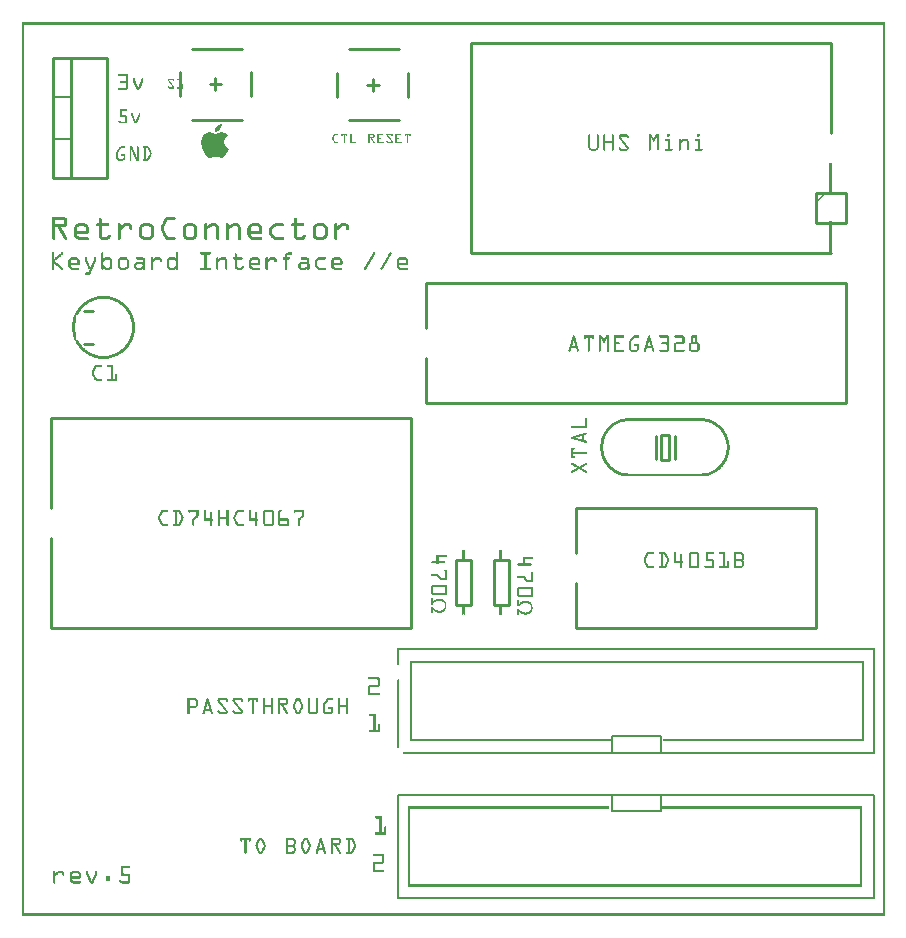
<source format=gto>
G04 MADE WITH FRITZING*
G04 WWW.FRITZING.ORG*
G04 DOUBLE SIDED*
G04 HOLES PLATED*
G04 CONTOUR ON CENTER OF CONTOUR VECTOR*
%ASAXBY*%
%FSLAX23Y23*%
%MOIN*%
%OFA0B0*%
%SFA1.0B1.0*%
%ADD10R,1.595200X0.354200X1.579200X0.338200*%
%ADD11C,0.008000*%
%ADD12R,0.173200X0.063000X0.157200X0.047000*%
%ADD13R,0.038714X0.096457X0.019029X0.076772*%
%ADD14C,0.009843*%
%ADD15C,0.010000*%
%ADD16C,0.005000*%
%ADD17C,0.011000*%
%ADD18R,0.001000X0.001000*%
%LNSILK1*%
G90*
G70*
G54D11*
X1255Y404D02*
X2842Y404D01*
X2842Y58D01*
X1255Y58D01*
X1255Y404D01*
D02*
X1966Y404D02*
X2131Y404D01*
X2131Y349D01*
X1966Y349D01*
X1966Y404D01*
D02*
X1966Y598D02*
X2131Y598D01*
X2131Y543D01*
X1966Y543D01*
X1966Y598D01*
D02*
G54D14*
X2130Y1604D02*
X2159Y1604D01*
X2159Y1518D01*
X2130Y1518D01*
X2130Y1604D01*
D02*
G54D15*
X1348Y1711D02*
X2748Y1711D01*
D02*
X2748Y1711D02*
X2748Y2111D01*
D02*
X2748Y2111D02*
X1348Y2111D01*
D02*
X1348Y1711D02*
X1348Y1861D01*
D02*
X1348Y1961D02*
X1348Y2111D01*
D02*
X2696Y2909D02*
X1496Y2909D01*
D02*
X1496Y2909D02*
X1496Y2209D01*
D02*
X1496Y2209D02*
X2696Y2209D01*
D02*
X2696Y2909D02*
X2696Y2609D01*
D02*
X98Y961D02*
X1298Y961D01*
D02*
X1298Y961D02*
X1298Y1661D01*
D02*
X1298Y1661D02*
X98Y1661D01*
D02*
X98Y961D02*
X98Y1261D01*
D02*
X98Y1361D02*
X98Y1661D01*
D02*
X103Y2461D02*
X103Y2861D01*
D02*
X103Y2861D02*
X283Y2861D01*
D02*
X283Y2861D02*
X283Y2461D01*
D02*
X283Y2461D02*
X103Y2461D01*
D02*
X103Y2461D02*
X103Y2861D01*
D02*
X103Y2861D02*
X163Y2861D01*
D02*
X163Y2861D02*
X163Y2461D01*
D02*
X163Y2461D02*
X103Y2461D01*
G54D16*
D02*
X103Y2591D02*
X163Y2591D01*
D02*
X103Y2731D02*
X163Y2731D01*
G54D15*
D02*
X1848Y961D02*
X2648Y961D01*
D02*
X2648Y961D02*
X2648Y1361D01*
D02*
X2648Y1361D02*
X1848Y1361D01*
D02*
X1848Y961D02*
X1848Y1111D01*
D02*
X1848Y1211D02*
X1848Y1361D01*
D02*
X763Y2812D02*
X763Y2733D01*
D02*
X566Y2891D02*
X734Y2891D01*
D02*
X566Y2654D02*
X734Y2654D01*
D02*
X527Y2812D02*
X527Y2733D01*
D02*
X645Y2792D02*
X645Y2753D01*
D02*
X665Y2773D02*
X626Y2773D01*
D02*
X1288Y2810D02*
X1288Y2731D01*
D02*
X1091Y2889D02*
X1259Y2889D01*
D02*
X1091Y2652D02*
X1259Y2652D01*
D02*
X1052Y2810D02*
X1052Y2731D01*
D02*
X1170Y2790D02*
X1170Y2751D01*
D02*
X1190Y2770D02*
X1151Y2770D01*
D02*
X1574Y1036D02*
X1574Y1186D01*
D02*
X1574Y1186D02*
X1624Y1186D01*
D02*
X1624Y1186D02*
X1624Y1036D01*
D02*
X1624Y1036D02*
X1574Y1036D01*
D02*
X1449Y1036D02*
X1449Y1186D01*
D02*
X1449Y1186D02*
X1499Y1186D01*
D02*
X1499Y1186D02*
X1499Y1036D01*
D02*
X1499Y1036D02*
X1449Y1036D01*
D02*
X2646Y2409D02*
X2646Y2309D01*
D02*
X2646Y2309D02*
X2746Y2309D01*
D02*
X2746Y2309D02*
X2746Y2409D01*
D02*
X2746Y2409D02*
X2646Y2409D01*
G54D14*
X2176Y1601D02*
X2176Y1523D01*
D02*
X2113Y1601D02*
X2113Y1523D01*
D02*
G54D17*
X208Y2016D02*
X238Y2016D01*
D02*
X208Y1906D02*
X238Y1906D01*
D02*
G54D18*
X0Y2978D02*
X2877Y2978D01*
X0Y2977D02*
X2877Y2977D01*
X0Y2976D02*
X2877Y2976D01*
X0Y2975D02*
X2877Y2975D01*
X0Y2974D02*
X2877Y2974D01*
X0Y2973D02*
X2877Y2973D01*
X0Y2972D02*
X2877Y2972D01*
X0Y2971D02*
X2877Y2971D01*
X0Y2970D02*
X7Y2970D01*
X2870Y2970D02*
X2877Y2970D01*
X0Y2969D02*
X7Y2969D01*
X2870Y2969D02*
X2877Y2969D01*
X0Y2968D02*
X7Y2968D01*
X2870Y2968D02*
X2877Y2968D01*
X0Y2967D02*
X7Y2967D01*
X2870Y2967D02*
X2877Y2967D01*
X0Y2966D02*
X7Y2966D01*
X2870Y2966D02*
X2877Y2966D01*
X0Y2965D02*
X7Y2965D01*
X2870Y2965D02*
X2877Y2965D01*
X0Y2964D02*
X7Y2964D01*
X2870Y2964D02*
X2877Y2964D01*
X0Y2963D02*
X7Y2963D01*
X2870Y2963D02*
X2877Y2963D01*
X0Y2962D02*
X7Y2962D01*
X2870Y2962D02*
X2877Y2962D01*
X0Y2961D02*
X7Y2961D01*
X2870Y2961D02*
X2877Y2961D01*
X0Y2960D02*
X7Y2960D01*
X2870Y2960D02*
X2877Y2960D01*
X0Y2959D02*
X7Y2959D01*
X2870Y2959D02*
X2877Y2959D01*
X0Y2958D02*
X7Y2958D01*
X2870Y2958D02*
X2877Y2958D01*
X0Y2957D02*
X7Y2957D01*
X2870Y2957D02*
X2877Y2957D01*
X0Y2956D02*
X7Y2956D01*
X2870Y2956D02*
X2877Y2956D01*
X0Y2955D02*
X7Y2955D01*
X2870Y2955D02*
X2877Y2955D01*
X0Y2954D02*
X7Y2954D01*
X2870Y2954D02*
X2877Y2954D01*
X0Y2953D02*
X7Y2953D01*
X2870Y2953D02*
X2877Y2953D01*
X0Y2952D02*
X7Y2952D01*
X2870Y2952D02*
X2877Y2952D01*
X0Y2951D02*
X7Y2951D01*
X2870Y2951D02*
X2877Y2951D01*
X0Y2950D02*
X7Y2950D01*
X2870Y2950D02*
X2877Y2950D01*
X0Y2949D02*
X7Y2949D01*
X2870Y2949D02*
X2877Y2949D01*
X0Y2948D02*
X7Y2948D01*
X2870Y2948D02*
X2877Y2948D01*
X0Y2947D02*
X7Y2947D01*
X2870Y2947D02*
X2877Y2947D01*
X0Y2946D02*
X7Y2946D01*
X2870Y2946D02*
X2877Y2946D01*
X0Y2945D02*
X7Y2945D01*
X2870Y2945D02*
X2877Y2945D01*
X0Y2944D02*
X7Y2944D01*
X2870Y2944D02*
X2877Y2944D01*
X0Y2943D02*
X7Y2943D01*
X2870Y2943D02*
X2877Y2943D01*
X0Y2942D02*
X7Y2942D01*
X2870Y2942D02*
X2877Y2942D01*
X0Y2941D02*
X7Y2941D01*
X2870Y2941D02*
X2877Y2941D01*
X0Y2940D02*
X7Y2940D01*
X2870Y2940D02*
X2877Y2940D01*
X0Y2939D02*
X7Y2939D01*
X2870Y2939D02*
X2877Y2939D01*
X0Y2938D02*
X7Y2938D01*
X2870Y2938D02*
X2877Y2938D01*
X0Y2937D02*
X7Y2937D01*
X2870Y2937D02*
X2877Y2937D01*
X0Y2936D02*
X7Y2936D01*
X2870Y2936D02*
X2877Y2936D01*
X0Y2935D02*
X7Y2935D01*
X2870Y2935D02*
X2877Y2935D01*
X0Y2934D02*
X7Y2934D01*
X2870Y2934D02*
X2877Y2934D01*
X0Y2933D02*
X7Y2933D01*
X2870Y2933D02*
X2877Y2933D01*
X0Y2932D02*
X7Y2932D01*
X2870Y2932D02*
X2877Y2932D01*
X0Y2931D02*
X7Y2931D01*
X2870Y2931D02*
X2877Y2931D01*
X0Y2930D02*
X7Y2930D01*
X2870Y2930D02*
X2877Y2930D01*
X0Y2929D02*
X7Y2929D01*
X2870Y2929D02*
X2877Y2929D01*
X0Y2928D02*
X7Y2928D01*
X2870Y2928D02*
X2877Y2928D01*
X0Y2927D02*
X7Y2927D01*
X2870Y2927D02*
X2877Y2927D01*
X0Y2926D02*
X7Y2926D01*
X2870Y2926D02*
X2877Y2926D01*
X0Y2925D02*
X7Y2925D01*
X2870Y2925D02*
X2877Y2925D01*
X0Y2924D02*
X7Y2924D01*
X2870Y2924D02*
X2877Y2924D01*
X0Y2923D02*
X7Y2923D01*
X2870Y2923D02*
X2877Y2923D01*
X0Y2922D02*
X7Y2922D01*
X2870Y2922D02*
X2877Y2922D01*
X0Y2921D02*
X7Y2921D01*
X2870Y2921D02*
X2877Y2921D01*
X0Y2920D02*
X7Y2920D01*
X2870Y2920D02*
X2877Y2920D01*
X0Y2919D02*
X7Y2919D01*
X2870Y2919D02*
X2877Y2919D01*
X0Y2918D02*
X7Y2918D01*
X2870Y2918D02*
X2877Y2918D01*
X0Y2917D02*
X7Y2917D01*
X2870Y2917D02*
X2877Y2917D01*
X0Y2916D02*
X7Y2916D01*
X2870Y2916D02*
X2877Y2916D01*
X0Y2915D02*
X7Y2915D01*
X2870Y2915D02*
X2877Y2915D01*
X0Y2914D02*
X7Y2914D01*
X2870Y2914D02*
X2877Y2914D01*
X0Y2913D02*
X7Y2913D01*
X2870Y2913D02*
X2877Y2913D01*
X0Y2912D02*
X7Y2912D01*
X2870Y2912D02*
X2877Y2912D01*
X0Y2911D02*
X7Y2911D01*
X2870Y2911D02*
X2877Y2911D01*
X0Y2910D02*
X7Y2910D01*
X2870Y2910D02*
X2877Y2910D01*
X0Y2909D02*
X7Y2909D01*
X2870Y2909D02*
X2877Y2909D01*
X0Y2908D02*
X7Y2908D01*
X2870Y2908D02*
X2877Y2908D01*
X0Y2907D02*
X7Y2907D01*
X2870Y2907D02*
X2877Y2907D01*
X0Y2906D02*
X7Y2906D01*
X2870Y2906D02*
X2877Y2906D01*
X0Y2905D02*
X7Y2905D01*
X2870Y2905D02*
X2877Y2905D01*
X0Y2904D02*
X7Y2904D01*
X2870Y2904D02*
X2877Y2904D01*
X0Y2903D02*
X7Y2903D01*
X2870Y2903D02*
X2877Y2903D01*
X0Y2902D02*
X7Y2902D01*
X2870Y2902D02*
X2877Y2902D01*
X0Y2901D02*
X7Y2901D01*
X2870Y2901D02*
X2877Y2901D01*
X0Y2900D02*
X7Y2900D01*
X2870Y2900D02*
X2877Y2900D01*
X0Y2899D02*
X7Y2899D01*
X2870Y2899D02*
X2877Y2899D01*
X0Y2898D02*
X7Y2898D01*
X2870Y2898D02*
X2877Y2898D01*
X0Y2897D02*
X7Y2897D01*
X2870Y2897D02*
X2877Y2897D01*
X0Y2896D02*
X7Y2896D01*
X2870Y2896D02*
X2877Y2896D01*
X0Y2895D02*
X7Y2895D01*
X2870Y2895D02*
X2877Y2895D01*
X0Y2894D02*
X7Y2894D01*
X2870Y2894D02*
X2877Y2894D01*
X0Y2893D02*
X7Y2893D01*
X2870Y2893D02*
X2877Y2893D01*
X0Y2892D02*
X7Y2892D01*
X2870Y2892D02*
X2877Y2892D01*
X0Y2891D02*
X7Y2891D01*
X2870Y2891D02*
X2877Y2891D01*
X0Y2890D02*
X7Y2890D01*
X2870Y2890D02*
X2877Y2890D01*
X0Y2889D02*
X7Y2889D01*
X2870Y2889D02*
X2877Y2889D01*
X0Y2888D02*
X7Y2888D01*
X2870Y2888D02*
X2877Y2888D01*
X0Y2887D02*
X7Y2887D01*
X2870Y2887D02*
X2877Y2887D01*
X0Y2886D02*
X7Y2886D01*
X2870Y2886D02*
X2877Y2886D01*
X0Y2885D02*
X7Y2885D01*
X2870Y2885D02*
X2877Y2885D01*
X0Y2884D02*
X7Y2884D01*
X2870Y2884D02*
X2877Y2884D01*
X0Y2883D02*
X7Y2883D01*
X2870Y2883D02*
X2877Y2883D01*
X0Y2882D02*
X7Y2882D01*
X2870Y2882D02*
X2877Y2882D01*
X0Y2881D02*
X7Y2881D01*
X2870Y2881D02*
X2877Y2881D01*
X0Y2880D02*
X7Y2880D01*
X2870Y2880D02*
X2877Y2880D01*
X0Y2879D02*
X7Y2879D01*
X2870Y2879D02*
X2877Y2879D01*
X0Y2878D02*
X7Y2878D01*
X2870Y2878D02*
X2877Y2878D01*
X0Y2877D02*
X7Y2877D01*
X2870Y2877D02*
X2877Y2877D01*
X0Y2876D02*
X7Y2876D01*
X2870Y2876D02*
X2877Y2876D01*
X0Y2875D02*
X7Y2875D01*
X2870Y2875D02*
X2877Y2875D01*
X0Y2874D02*
X7Y2874D01*
X2870Y2874D02*
X2877Y2874D01*
X0Y2873D02*
X7Y2873D01*
X2870Y2873D02*
X2877Y2873D01*
X0Y2872D02*
X7Y2872D01*
X2870Y2872D02*
X2877Y2872D01*
X0Y2871D02*
X7Y2871D01*
X2870Y2871D02*
X2877Y2871D01*
X0Y2870D02*
X7Y2870D01*
X2870Y2870D02*
X2877Y2870D01*
X0Y2869D02*
X7Y2869D01*
X2870Y2869D02*
X2877Y2869D01*
X0Y2868D02*
X7Y2868D01*
X2870Y2868D02*
X2877Y2868D01*
X0Y2867D02*
X7Y2867D01*
X2870Y2867D02*
X2877Y2867D01*
X0Y2866D02*
X7Y2866D01*
X2870Y2866D02*
X2877Y2866D01*
X0Y2865D02*
X7Y2865D01*
X2870Y2865D02*
X2877Y2865D01*
X0Y2864D02*
X7Y2864D01*
X2870Y2864D02*
X2877Y2864D01*
X0Y2863D02*
X7Y2863D01*
X2870Y2863D02*
X2877Y2863D01*
X0Y2862D02*
X7Y2862D01*
X2870Y2862D02*
X2877Y2862D01*
X0Y2861D02*
X7Y2861D01*
X2870Y2861D02*
X2877Y2861D01*
X0Y2860D02*
X7Y2860D01*
X2870Y2860D02*
X2877Y2860D01*
X0Y2859D02*
X7Y2859D01*
X2870Y2859D02*
X2877Y2859D01*
X0Y2858D02*
X7Y2858D01*
X2870Y2858D02*
X2877Y2858D01*
X0Y2857D02*
X7Y2857D01*
X2870Y2857D02*
X2877Y2857D01*
X0Y2856D02*
X7Y2856D01*
X2870Y2856D02*
X2877Y2856D01*
X0Y2855D02*
X7Y2855D01*
X2870Y2855D02*
X2877Y2855D01*
X0Y2854D02*
X7Y2854D01*
X2870Y2854D02*
X2877Y2854D01*
X0Y2853D02*
X7Y2853D01*
X2870Y2853D02*
X2877Y2853D01*
X0Y2852D02*
X7Y2852D01*
X2870Y2852D02*
X2877Y2852D01*
X0Y2851D02*
X7Y2851D01*
X2870Y2851D02*
X2877Y2851D01*
X0Y2850D02*
X7Y2850D01*
X2870Y2850D02*
X2877Y2850D01*
X0Y2849D02*
X7Y2849D01*
X2870Y2849D02*
X2877Y2849D01*
X0Y2848D02*
X7Y2848D01*
X2870Y2848D02*
X2877Y2848D01*
X0Y2847D02*
X7Y2847D01*
X2870Y2847D02*
X2877Y2847D01*
X0Y2846D02*
X7Y2846D01*
X2870Y2846D02*
X2877Y2846D01*
X0Y2845D02*
X7Y2845D01*
X2870Y2845D02*
X2877Y2845D01*
X0Y2844D02*
X7Y2844D01*
X2870Y2844D02*
X2877Y2844D01*
X0Y2843D02*
X7Y2843D01*
X2870Y2843D02*
X2877Y2843D01*
X0Y2842D02*
X7Y2842D01*
X2870Y2842D02*
X2877Y2842D01*
X0Y2841D02*
X7Y2841D01*
X2870Y2841D02*
X2877Y2841D01*
X0Y2840D02*
X7Y2840D01*
X2870Y2840D02*
X2877Y2840D01*
X0Y2839D02*
X7Y2839D01*
X2870Y2839D02*
X2877Y2839D01*
X0Y2838D02*
X7Y2838D01*
X2870Y2838D02*
X2877Y2838D01*
X0Y2837D02*
X7Y2837D01*
X2870Y2837D02*
X2877Y2837D01*
X0Y2836D02*
X7Y2836D01*
X2870Y2836D02*
X2877Y2836D01*
X0Y2835D02*
X7Y2835D01*
X2870Y2835D02*
X2877Y2835D01*
X0Y2834D02*
X7Y2834D01*
X2870Y2834D02*
X2877Y2834D01*
X0Y2833D02*
X7Y2833D01*
X2870Y2833D02*
X2877Y2833D01*
X0Y2832D02*
X7Y2832D01*
X2870Y2832D02*
X2877Y2832D01*
X0Y2831D02*
X7Y2831D01*
X2870Y2831D02*
X2877Y2831D01*
X0Y2830D02*
X7Y2830D01*
X2870Y2830D02*
X2877Y2830D01*
X0Y2829D02*
X7Y2829D01*
X2870Y2829D02*
X2877Y2829D01*
X0Y2828D02*
X7Y2828D01*
X2870Y2828D02*
X2877Y2828D01*
X0Y2827D02*
X7Y2827D01*
X2870Y2827D02*
X2877Y2827D01*
X0Y2826D02*
X7Y2826D01*
X2870Y2826D02*
X2877Y2826D01*
X0Y2825D02*
X7Y2825D01*
X2870Y2825D02*
X2877Y2825D01*
X0Y2824D02*
X7Y2824D01*
X2870Y2824D02*
X2877Y2824D01*
X0Y2823D02*
X7Y2823D01*
X2870Y2823D02*
X2877Y2823D01*
X0Y2822D02*
X7Y2822D01*
X2870Y2822D02*
X2877Y2822D01*
X0Y2821D02*
X7Y2821D01*
X2870Y2821D02*
X2877Y2821D01*
X0Y2820D02*
X7Y2820D01*
X2870Y2820D02*
X2877Y2820D01*
X0Y2819D02*
X7Y2819D01*
X2870Y2819D02*
X2877Y2819D01*
X0Y2818D02*
X7Y2818D01*
X2870Y2818D02*
X2877Y2818D01*
X0Y2817D02*
X7Y2817D01*
X2870Y2817D02*
X2877Y2817D01*
X0Y2816D02*
X7Y2816D01*
X2870Y2816D02*
X2877Y2816D01*
X0Y2815D02*
X7Y2815D01*
X2870Y2815D02*
X2877Y2815D01*
X0Y2814D02*
X7Y2814D01*
X2870Y2814D02*
X2877Y2814D01*
X0Y2813D02*
X7Y2813D01*
X2870Y2813D02*
X2877Y2813D01*
X0Y2812D02*
X7Y2812D01*
X2870Y2812D02*
X2877Y2812D01*
X0Y2811D02*
X7Y2811D01*
X2870Y2811D02*
X2877Y2811D01*
X0Y2810D02*
X7Y2810D01*
X2870Y2810D02*
X2877Y2810D01*
X0Y2809D02*
X7Y2809D01*
X2870Y2809D02*
X2877Y2809D01*
X0Y2808D02*
X7Y2808D01*
X2870Y2808D02*
X2877Y2808D01*
X0Y2807D02*
X7Y2807D01*
X324Y2807D02*
X349Y2807D01*
X2870Y2807D02*
X2877Y2807D01*
X0Y2806D02*
X7Y2806D01*
X322Y2806D02*
X351Y2806D01*
X2870Y2806D02*
X2877Y2806D01*
X0Y2805D02*
X7Y2805D01*
X322Y2805D02*
X353Y2805D01*
X2870Y2805D02*
X2877Y2805D01*
X0Y2804D02*
X7Y2804D01*
X321Y2804D02*
X354Y2804D01*
X2870Y2804D02*
X2877Y2804D01*
X0Y2803D02*
X7Y2803D01*
X321Y2803D02*
X354Y2803D01*
X2870Y2803D02*
X2877Y2803D01*
X0Y2802D02*
X7Y2802D01*
X322Y2802D02*
X355Y2802D01*
X2870Y2802D02*
X2877Y2802D01*
X0Y2801D02*
X7Y2801D01*
X323Y2801D02*
X355Y2801D01*
X2870Y2801D02*
X2877Y2801D01*
X0Y2800D02*
X7Y2800D01*
X348Y2800D02*
X355Y2800D01*
X2870Y2800D02*
X2877Y2800D01*
X0Y2799D02*
X7Y2799D01*
X349Y2799D02*
X355Y2799D01*
X2870Y2799D02*
X2877Y2799D01*
X0Y2798D02*
X7Y2798D01*
X349Y2798D02*
X355Y2798D01*
X2870Y2798D02*
X2877Y2798D01*
X0Y2797D02*
X7Y2797D01*
X349Y2797D02*
X355Y2797D01*
X2870Y2797D02*
X2877Y2797D01*
X0Y2796D02*
X7Y2796D01*
X349Y2796D02*
X355Y2796D01*
X2870Y2796D02*
X2877Y2796D01*
X0Y2795D02*
X7Y2795D01*
X349Y2795D02*
X355Y2795D01*
X2870Y2795D02*
X2877Y2795D01*
X0Y2794D02*
X7Y2794D01*
X349Y2794D02*
X355Y2794D01*
X2870Y2794D02*
X2877Y2794D01*
X0Y2793D02*
X7Y2793D01*
X349Y2793D02*
X355Y2793D01*
X2870Y2793D02*
X2877Y2793D01*
X0Y2792D02*
X7Y2792D01*
X349Y2792D02*
X355Y2792D01*
X373Y2792D02*
X375Y2792D01*
X401Y2792D02*
X403Y2792D01*
X2870Y2792D02*
X2877Y2792D01*
X0Y2791D02*
X7Y2791D01*
X349Y2791D02*
X355Y2791D01*
X372Y2791D02*
X377Y2791D01*
X400Y2791D02*
X404Y2791D01*
X2870Y2791D02*
X2877Y2791D01*
X0Y2790D02*
X7Y2790D01*
X349Y2790D02*
X355Y2790D01*
X372Y2790D02*
X377Y2790D01*
X399Y2790D02*
X405Y2790D01*
X2870Y2790D02*
X2877Y2790D01*
X0Y2789D02*
X7Y2789D01*
X349Y2789D02*
X355Y2789D01*
X371Y2789D02*
X377Y2789D01*
X399Y2789D02*
X405Y2789D01*
X491Y2789D02*
X504Y2789D01*
X519Y2789D02*
X530Y2789D01*
X2870Y2789D02*
X2877Y2789D01*
X0Y2788D02*
X7Y2788D01*
X349Y2788D02*
X355Y2788D01*
X371Y2788D02*
X377Y2788D01*
X399Y2788D02*
X405Y2788D01*
X489Y2788D02*
X506Y2788D01*
X518Y2788D02*
X530Y2788D01*
X2870Y2788D02*
X2877Y2788D01*
X0Y2787D02*
X7Y2787D01*
X349Y2787D02*
X355Y2787D01*
X371Y2787D02*
X377Y2787D01*
X399Y2787D02*
X405Y2787D01*
X489Y2787D02*
X507Y2787D01*
X518Y2787D02*
X530Y2787D01*
X2870Y2787D02*
X2877Y2787D01*
X0Y2786D02*
X7Y2786D01*
X349Y2786D02*
X355Y2786D01*
X371Y2786D02*
X377Y2786D01*
X399Y2786D02*
X405Y2786D01*
X488Y2786D02*
X507Y2786D01*
X519Y2786D02*
X530Y2786D01*
X2870Y2786D02*
X2877Y2786D01*
X0Y2785D02*
X7Y2785D01*
X348Y2785D02*
X355Y2785D01*
X371Y2785D02*
X377Y2785D01*
X399Y2785D02*
X405Y2785D01*
X488Y2785D02*
X491Y2785D01*
X504Y2785D02*
X508Y2785D01*
X526Y2785D02*
X530Y2785D01*
X2870Y2785D02*
X2877Y2785D01*
X0Y2784D02*
X7Y2784D01*
X347Y2784D02*
X354Y2784D01*
X371Y2784D02*
X377Y2784D01*
X399Y2784D02*
X405Y2784D01*
X488Y2784D02*
X492Y2784D01*
X505Y2784D02*
X508Y2784D01*
X526Y2784D02*
X530Y2784D01*
X2870Y2784D02*
X2877Y2784D01*
X0Y2783D02*
X7Y2783D01*
X330Y2783D02*
X354Y2783D01*
X371Y2783D02*
X378Y2783D01*
X399Y2783D02*
X405Y2783D01*
X488Y2783D02*
X493Y2783D01*
X505Y2783D02*
X508Y2783D01*
X526Y2783D02*
X530Y2783D01*
X2870Y2783D02*
X2877Y2783D01*
X0Y2782D02*
X7Y2782D01*
X329Y2782D02*
X353Y2782D01*
X372Y2782D02*
X378Y2782D01*
X398Y2782D02*
X405Y2782D01*
X489Y2782D02*
X493Y2782D01*
X506Y2782D02*
X507Y2782D01*
X526Y2782D02*
X530Y2782D01*
X2870Y2782D02*
X2877Y2782D01*
X0Y2781D02*
X7Y2781D01*
X328Y2781D02*
X353Y2781D01*
X372Y2781D02*
X379Y2781D01*
X398Y2781D02*
X404Y2781D01*
X490Y2781D02*
X494Y2781D01*
X526Y2781D02*
X530Y2781D01*
X2870Y2781D02*
X2877Y2781D01*
X0Y2780D02*
X7Y2780D01*
X328Y2780D02*
X352Y2780D01*
X372Y2780D02*
X379Y2780D01*
X397Y2780D02*
X404Y2780D01*
X490Y2780D02*
X495Y2780D01*
X526Y2780D02*
X530Y2780D01*
X2870Y2780D02*
X2877Y2780D01*
X0Y2779D02*
X7Y2779D01*
X328Y2779D02*
X353Y2779D01*
X373Y2779D02*
X380Y2779D01*
X397Y2779D02*
X404Y2779D01*
X491Y2779D02*
X496Y2779D01*
X526Y2779D02*
X530Y2779D01*
X2870Y2779D02*
X2877Y2779D01*
X0Y2778D02*
X7Y2778D01*
X329Y2778D02*
X354Y2778D01*
X373Y2778D02*
X380Y2778D01*
X396Y2778D02*
X403Y2778D01*
X492Y2778D02*
X496Y2778D01*
X526Y2778D02*
X530Y2778D01*
X2870Y2778D02*
X2877Y2778D01*
X0Y2777D02*
X7Y2777D01*
X330Y2777D02*
X354Y2777D01*
X374Y2777D02*
X380Y2777D01*
X396Y2777D02*
X403Y2777D01*
X493Y2777D02*
X497Y2777D01*
X526Y2777D02*
X530Y2777D01*
X2870Y2777D02*
X2877Y2777D01*
X0Y2776D02*
X7Y2776D01*
X347Y2776D02*
X354Y2776D01*
X374Y2776D02*
X381Y2776D01*
X396Y2776D02*
X402Y2776D01*
X494Y2776D02*
X498Y2776D01*
X526Y2776D02*
X530Y2776D01*
X2870Y2776D02*
X2877Y2776D01*
X0Y2775D02*
X7Y2775D01*
X348Y2775D02*
X355Y2775D01*
X375Y2775D02*
X381Y2775D01*
X395Y2775D02*
X402Y2775D01*
X494Y2775D02*
X499Y2775D01*
X526Y2775D02*
X530Y2775D01*
X2870Y2775D02*
X2877Y2775D01*
X0Y2774D02*
X7Y2774D01*
X349Y2774D02*
X355Y2774D01*
X375Y2774D02*
X382Y2774D01*
X395Y2774D02*
X401Y2774D01*
X495Y2774D02*
X500Y2774D01*
X526Y2774D02*
X530Y2774D01*
X2870Y2774D02*
X2877Y2774D01*
X0Y2773D02*
X7Y2773D01*
X349Y2773D02*
X355Y2773D01*
X375Y2773D02*
X382Y2773D01*
X394Y2773D02*
X401Y2773D01*
X496Y2773D02*
X500Y2773D01*
X526Y2773D02*
X530Y2773D01*
X2870Y2773D02*
X2877Y2773D01*
X0Y2772D02*
X7Y2772D01*
X349Y2772D02*
X355Y2772D01*
X376Y2772D02*
X383Y2772D01*
X394Y2772D02*
X400Y2772D01*
X497Y2772D02*
X501Y2772D01*
X526Y2772D02*
X530Y2772D01*
X2870Y2772D02*
X2877Y2772D01*
X0Y2771D02*
X7Y2771D01*
X349Y2771D02*
X355Y2771D01*
X376Y2771D02*
X383Y2771D01*
X393Y2771D02*
X400Y2771D01*
X497Y2771D02*
X502Y2771D01*
X526Y2771D02*
X530Y2771D01*
X535Y2771D02*
X537Y2771D01*
X2870Y2771D02*
X2877Y2771D01*
X0Y2770D02*
X7Y2770D01*
X349Y2770D02*
X355Y2770D01*
X377Y2770D02*
X383Y2770D01*
X393Y2770D02*
X400Y2770D01*
X498Y2770D02*
X503Y2770D01*
X526Y2770D02*
X530Y2770D01*
X535Y2770D02*
X538Y2770D01*
X2870Y2770D02*
X2877Y2770D01*
X0Y2769D02*
X7Y2769D01*
X349Y2769D02*
X355Y2769D01*
X377Y2769D02*
X384Y2769D01*
X393Y2769D02*
X399Y2769D01*
X499Y2769D02*
X503Y2769D01*
X526Y2769D02*
X530Y2769D01*
X535Y2769D02*
X538Y2769D01*
X2870Y2769D02*
X2877Y2769D01*
X0Y2768D02*
X7Y2768D01*
X349Y2768D02*
X355Y2768D01*
X378Y2768D02*
X384Y2768D01*
X392Y2768D02*
X399Y2768D01*
X500Y2768D02*
X504Y2768D01*
X526Y2768D02*
X530Y2768D01*
X535Y2768D02*
X538Y2768D01*
X2870Y2768D02*
X2877Y2768D01*
X0Y2767D02*
X7Y2767D01*
X349Y2767D02*
X355Y2767D01*
X378Y2767D02*
X385Y2767D01*
X392Y2767D02*
X398Y2767D01*
X501Y2767D02*
X505Y2767D01*
X526Y2767D02*
X530Y2767D01*
X535Y2767D02*
X538Y2767D01*
X2870Y2767D02*
X2877Y2767D01*
X0Y2766D02*
X7Y2766D01*
X349Y2766D02*
X355Y2766D01*
X379Y2766D02*
X385Y2766D01*
X391Y2766D02*
X398Y2766D01*
X501Y2766D02*
X506Y2766D01*
X526Y2766D02*
X530Y2766D01*
X535Y2766D02*
X538Y2766D01*
X2870Y2766D02*
X2877Y2766D01*
X0Y2765D02*
X7Y2765D01*
X349Y2765D02*
X355Y2765D01*
X379Y2765D02*
X386Y2765D01*
X391Y2765D02*
X397Y2765D01*
X502Y2765D02*
X507Y2765D01*
X526Y2765D02*
X530Y2765D01*
X535Y2765D02*
X538Y2765D01*
X2870Y2765D02*
X2877Y2765D01*
X0Y2764D02*
X7Y2764D01*
X349Y2764D02*
X355Y2764D01*
X379Y2764D02*
X386Y2764D01*
X390Y2764D02*
X397Y2764D01*
X489Y2764D02*
X491Y2764D01*
X503Y2764D02*
X507Y2764D01*
X526Y2764D02*
X530Y2764D01*
X535Y2764D02*
X538Y2764D01*
X2870Y2764D02*
X2877Y2764D01*
X0Y2763D02*
X7Y2763D01*
X349Y2763D02*
X355Y2763D01*
X380Y2763D02*
X386Y2763D01*
X390Y2763D02*
X397Y2763D01*
X488Y2763D02*
X491Y2763D01*
X504Y2763D02*
X508Y2763D01*
X526Y2763D02*
X530Y2763D01*
X535Y2763D02*
X538Y2763D01*
X2870Y2763D02*
X2877Y2763D01*
X0Y2762D02*
X7Y2762D01*
X349Y2762D02*
X355Y2762D01*
X380Y2762D02*
X387Y2762D01*
X389Y2762D02*
X396Y2762D01*
X488Y2762D02*
X492Y2762D01*
X504Y2762D02*
X508Y2762D01*
X526Y2762D02*
X530Y2762D01*
X535Y2762D02*
X538Y2762D01*
X2870Y2762D02*
X2877Y2762D01*
X0Y2761D02*
X7Y2761D01*
X349Y2761D02*
X355Y2761D01*
X381Y2761D02*
X387Y2761D01*
X389Y2761D02*
X396Y2761D01*
X488Y2761D02*
X508Y2761D01*
X519Y2761D02*
X538Y2761D01*
X2870Y2761D02*
X2877Y2761D01*
X0Y2760D02*
X7Y2760D01*
X348Y2760D02*
X355Y2760D01*
X381Y2760D02*
X395Y2760D01*
X489Y2760D02*
X507Y2760D01*
X518Y2760D02*
X538Y2760D01*
X2870Y2760D02*
X2877Y2760D01*
X0Y2759D02*
X7Y2759D01*
X322Y2759D02*
X355Y2759D01*
X382Y2759D02*
X395Y2759D01*
X490Y2759D02*
X507Y2759D01*
X518Y2759D02*
X538Y2759D01*
X2870Y2759D02*
X2877Y2759D01*
X0Y2758D02*
X7Y2758D01*
X322Y2758D02*
X355Y2758D01*
X382Y2758D02*
X394Y2758D01*
X491Y2758D02*
X506Y2758D01*
X519Y2758D02*
X538Y2758D01*
X2870Y2758D02*
X2877Y2758D01*
X0Y2757D02*
X7Y2757D01*
X321Y2757D02*
X354Y2757D01*
X382Y2757D02*
X394Y2757D01*
X2870Y2757D02*
X2877Y2757D01*
X0Y2756D02*
X7Y2756D01*
X321Y2756D02*
X353Y2756D01*
X383Y2756D02*
X393Y2756D01*
X2870Y2756D02*
X2877Y2756D01*
X0Y2755D02*
X7Y2755D01*
X322Y2755D02*
X353Y2755D01*
X383Y2755D02*
X393Y2755D01*
X2870Y2755D02*
X2877Y2755D01*
X0Y2754D02*
X7Y2754D01*
X322Y2754D02*
X351Y2754D01*
X384Y2754D02*
X392Y2754D01*
X2870Y2754D02*
X2877Y2754D01*
X0Y2753D02*
X7Y2753D01*
X325Y2753D02*
X348Y2753D01*
X386Y2753D02*
X390Y2753D01*
X2870Y2753D02*
X2877Y2753D01*
X0Y2752D02*
X7Y2752D01*
X2870Y2752D02*
X2877Y2752D01*
X0Y2751D02*
X7Y2751D01*
X2870Y2751D02*
X2877Y2751D01*
X0Y2750D02*
X7Y2750D01*
X2870Y2750D02*
X2877Y2750D01*
X0Y2749D02*
X7Y2749D01*
X2870Y2749D02*
X2877Y2749D01*
X0Y2748D02*
X7Y2748D01*
X2870Y2748D02*
X2877Y2748D01*
X0Y2747D02*
X7Y2747D01*
X2870Y2747D02*
X2877Y2747D01*
X0Y2746D02*
X7Y2746D01*
X2870Y2746D02*
X2877Y2746D01*
X0Y2745D02*
X7Y2745D01*
X2870Y2745D02*
X2877Y2745D01*
X0Y2744D02*
X7Y2744D01*
X2870Y2744D02*
X2877Y2744D01*
X0Y2743D02*
X7Y2743D01*
X2870Y2743D02*
X2877Y2743D01*
X0Y2742D02*
X7Y2742D01*
X2870Y2742D02*
X2877Y2742D01*
X0Y2741D02*
X7Y2741D01*
X2870Y2741D02*
X2877Y2741D01*
X0Y2740D02*
X7Y2740D01*
X2870Y2740D02*
X2877Y2740D01*
X0Y2739D02*
X7Y2739D01*
X2870Y2739D02*
X2877Y2739D01*
X0Y2738D02*
X7Y2738D01*
X2870Y2738D02*
X2877Y2738D01*
X0Y2737D02*
X7Y2737D01*
X2870Y2737D02*
X2877Y2737D01*
X0Y2736D02*
X7Y2736D01*
X2870Y2736D02*
X2877Y2736D01*
X0Y2735D02*
X7Y2735D01*
X2870Y2735D02*
X2877Y2735D01*
X0Y2734D02*
X7Y2734D01*
X2870Y2734D02*
X2877Y2734D01*
X0Y2733D02*
X7Y2733D01*
X2870Y2733D02*
X2877Y2733D01*
X0Y2732D02*
X7Y2732D01*
X2870Y2732D02*
X2877Y2732D01*
X0Y2731D02*
X7Y2731D01*
X2870Y2731D02*
X2877Y2731D01*
X0Y2730D02*
X7Y2730D01*
X2870Y2730D02*
X2877Y2730D01*
X0Y2729D02*
X7Y2729D01*
X2870Y2729D02*
X2877Y2729D01*
X0Y2728D02*
X7Y2728D01*
X2870Y2728D02*
X2877Y2728D01*
X0Y2727D02*
X7Y2727D01*
X2870Y2727D02*
X2877Y2727D01*
X0Y2726D02*
X7Y2726D01*
X2870Y2726D02*
X2877Y2726D01*
X0Y2725D02*
X7Y2725D01*
X2870Y2725D02*
X2877Y2725D01*
X0Y2724D02*
X7Y2724D01*
X2870Y2724D02*
X2877Y2724D01*
X0Y2723D02*
X7Y2723D01*
X2870Y2723D02*
X2877Y2723D01*
X0Y2722D02*
X7Y2722D01*
X2870Y2722D02*
X2877Y2722D01*
X0Y2721D02*
X7Y2721D01*
X2870Y2721D02*
X2877Y2721D01*
X0Y2720D02*
X7Y2720D01*
X2870Y2720D02*
X2877Y2720D01*
X0Y2719D02*
X7Y2719D01*
X2870Y2719D02*
X2877Y2719D01*
X0Y2718D02*
X7Y2718D01*
X2870Y2718D02*
X2877Y2718D01*
X0Y2717D02*
X7Y2717D01*
X2870Y2717D02*
X2877Y2717D01*
X0Y2716D02*
X7Y2716D01*
X2870Y2716D02*
X2877Y2716D01*
X0Y2715D02*
X7Y2715D01*
X2870Y2715D02*
X2877Y2715D01*
X0Y2714D02*
X7Y2714D01*
X2870Y2714D02*
X2877Y2714D01*
X0Y2713D02*
X7Y2713D01*
X2870Y2713D02*
X2877Y2713D01*
X0Y2712D02*
X7Y2712D01*
X2870Y2712D02*
X2877Y2712D01*
X0Y2711D02*
X7Y2711D01*
X2870Y2711D02*
X2877Y2711D01*
X0Y2710D02*
X7Y2710D01*
X2870Y2710D02*
X2877Y2710D01*
X0Y2709D02*
X7Y2709D01*
X2870Y2709D02*
X2877Y2709D01*
X0Y2708D02*
X7Y2708D01*
X2870Y2708D02*
X2877Y2708D01*
X0Y2707D02*
X7Y2707D01*
X2870Y2707D02*
X2877Y2707D01*
X0Y2706D02*
X7Y2706D01*
X2870Y2706D02*
X2877Y2706D01*
X0Y2705D02*
X7Y2705D01*
X2870Y2705D02*
X2877Y2705D01*
X0Y2704D02*
X7Y2704D01*
X2870Y2704D02*
X2877Y2704D01*
X0Y2703D02*
X7Y2703D01*
X2870Y2703D02*
X2877Y2703D01*
X0Y2702D02*
X7Y2702D01*
X2870Y2702D02*
X2877Y2702D01*
X0Y2701D02*
X7Y2701D01*
X2870Y2701D02*
X2877Y2701D01*
X0Y2700D02*
X7Y2700D01*
X2870Y2700D02*
X2877Y2700D01*
X0Y2699D02*
X7Y2699D01*
X2870Y2699D02*
X2877Y2699D01*
X0Y2698D02*
X7Y2698D01*
X2870Y2698D02*
X2877Y2698D01*
X0Y2697D02*
X7Y2697D01*
X2870Y2697D02*
X2877Y2697D01*
X0Y2696D02*
X7Y2696D01*
X2870Y2696D02*
X2877Y2696D01*
X0Y2695D02*
X7Y2695D01*
X2870Y2695D02*
X2877Y2695D01*
X0Y2694D02*
X7Y2694D01*
X2870Y2694D02*
X2877Y2694D01*
X0Y2693D02*
X7Y2693D01*
X2870Y2693D02*
X2877Y2693D01*
X0Y2692D02*
X7Y2692D01*
X2870Y2692D02*
X2877Y2692D01*
X0Y2691D02*
X7Y2691D01*
X2870Y2691D02*
X2877Y2691D01*
X0Y2690D02*
X7Y2690D01*
X2870Y2690D02*
X2877Y2690D01*
X0Y2689D02*
X7Y2689D01*
X2870Y2689D02*
X2877Y2689D01*
X0Y2688D02*
X7Y2688D01*
X328Y2688D02*
X350Y2688D01*
X2870Y2688D02*
X2877Y2688D01*
X0Y2687D02*
X7Y2687D01*
X328Y2687D02*
X351Y2687D01*
X2870Y2687D02*
X2877Y2687D01*
X0Y2686D02*
X7Y2686D01*
X328Y2686D02*
X351Y2686D01*
X2870Y2686D02*
X2877Y2686D01*
X0Y2685D02*
X7Y2685D01*
X328Y2685D02*
X351Y2685D01*
X2870Y2685D02*
X2877Y2685D01*
X0Y2684D02*
X7Y2684D01*
X328Y2684D02*
X350Y2684D01*
X2870Y2684D02*
X2877Y2684D01*
X0Y2683D02*
X7Y2683D01*
X328Y2683D02*
X349Y2683D01*
X2870Y2683D02*
X2877Y2683D01*
X0Y2682D02*
X7Y2682D01*
X328Y2682D02*
X333Y2682D01*
X2870Y2682D02*
X2877Y2682D01*
X0Y2681D02*
X7Y2681D01*
X328Y2681D02*
X333Y2681D01*
X2870Y2681D02*
X2877Y2681D01*
X0Y2680D02*
X7Y2680D01*
X328Y2680D02*
X333Y2680D01*
X2870Y2680D02*
X2877Y2680D01*
X0Y2679D02*
X7Y2679D01*
X328Y2679D02*
X333Y2679D01*
X2870Y2679D02*
X2877Y2679D01*
X0Y2678D02*
X7Y2678D01*
X328Y2678D02*
X333Y2678D01*
X2870Y2678D02*
X2877Y2678D01*
X0Y2677D02*
X7Y2677D01*
X328Y2677D02*
X333Y2677D01*
X2870Y2677D02*
X2877Y2677D01*
X0Y2676D02*
X7Y2676D01*
X328Y2676D02*
X333Y2676D01*
X368Y2676D02*
X368Y2676D01*
X392Y2676D02*
X392Y2676D01*
X2870Y2676D02*
X2877Y2676D01*
X0Y2675D02*
X7Y2675D01*
X328Y2675D02*
X333Y2675D01*
X366Y2675D02*
X370Y2675D01*
X391Y2675D02*
X394Y2675D01*
X2870Y2675D02*
X2877Y2675D01*
X0Y2674D02*
X7Y2674D01*
X328Y2674D02*
X333Y2674D01*
X366Y2674D02*
X371Y2674D01*
X390Y2674D02*
X395Y2674D01*
X2870Y2674D02*
X2877Y2674D01*
X0Y2673D02*
X7Y2673D01*
X328Y2673D02*
X333Y2673D01*
X366Y2673D02*
X371Y2673D01*
X390Y2673D02*
X395Y2673D01*
X2870Y2673D02*
X2877Y2673D01*
X0Y2672D02*
X7Y2672D01*
X328Y2672D02*
X333Y2672D01*
X366Y2672D02*
X371Y2672D01*
X390Y2672D02*
X395Y2672D01*
X2870Y2672D02*
X2877Y2672D01*
X0Y2671D02*
X7Y2671D01*
X328Y2671D02*
X333Y2671D01*
X366Y2671D02*
X371Y2671D01*
X390Y2671D02*
X395Y2671D01*
X2870Y2671D02*
X2877Y2671D01*
X0Y2670D02*
X7Y2670D01*
X328Y2670D02*
X333Y2670D01*
X366Y2670D02*
X371Y2670D01*
X390Y2670D02*
X395Y2670D01*
X2870Y2670D02*
X2877Y2670D01*
X0Y2669D02*
X7Y2669D01*
X328Y2669D02*
X333Y2669D01*
X366Y2669D02*
X371Y2669D01*
X390Y2669D02*
X395Y2669D01*
X2870Y2669D02*
X2877Y2669D01*
X0Y2668D02*
X7Y2668D01*
X328Y2668D02*
X347Y2668D01*
X366Y2668D02*
X371Y2668D01*
X389Y2668D02*
X395Y2668D01*
X2870Y2668D02*
X2877Y2668D01*
X0Y2667D02*
X7Y2667D01*
X328Y2667D02*
X349Y2667D01*
X366Y2667D02*
X371Y2667D01*
X389Y2667D02*
X395Y2667D01*
X2870Y2667D02*
X2877Y2667D01*
X0Y2666D02*
X7Y2666D01*
X328Y2666D02*
X350Y2666D01*
X366Y2666D02*
X372Y2666D01*
X389Y2666D02*
X394Y2666D01*
X2870Y2666D02*
X2877Y2666D01*
X0Y2665D02*
X7Y2665D01*
X328Y2665D02*
X350Y2665D01*
X367Y2665D02*
X372Y2665D01*
X388Y2665D02*
X394Y2665D01*
X2870Y2665D02*
X2877Y2665D01*
X0Y2664D02*
X7Y2664D01*
X328Y2664D02*
X351Y2664D01*
X367Y2664D02*
X373Y2664D01*
X388Y2664D02*
X393Y2664D01*
X2870Y2664D02*
X2877Y2664D01*
X0Y2663D02*
X7Y2663D01*
X328Y2663D02*
X351Y2663D01*
X367Y2663D02*
X373Y2663D01*
X387Y2663D02*
X393Y2663D01*
X2870Y2663D02*
X2877Y2663D01*
X0Y2662D02*
X7Y2662D01*
X346Y2662D02*
X351Y2662D01*
X368Y2662D02*
X374Y2662D01*
X387Y2662D02*
X393Y2662D01*
X2870Y2662D02*
X2877Y2662D01*
X0Y2661D02*
X7Y2661D01*
X346Y2661D02*
X351Y2661D01*
X368Y2661D02*
X374Y2661D01*
X386Y2661D02*
X392Y2661D01*
X2870Y2661D02*
X2877Y2661D01*
X0Y2660D02*
X7Y2660D01*
X346Y2660D02*
X351Y2660D01*
X369Y2660D02*
X374Y2660D01*
X386Y2660D02*
X392Y2660D01*
X2870Y2660D02*
X2877Y2660D01*
X0Y2659D02*
X7Y2659D01*
X346Y2659D02*
X351Y2659D01*
X369Y2659D02*
X375Y2659D01*
X386Y2659D02*
X391Y2659D01*
X2870Y2659D02*
X2877Y2659D01*
X0Y2658D02*
X7Y2658D01*
X346Y2658D02*
X351Y2658D01*
X370Y2658D02*
X375Y2658D01*
X385Y2658D02*
X391Y2658D01*
X2870Y2658D02*
X2877Y2658D01*
X0Y2657D02*
X7Y2657D01*
X346Y2657D02*
X351Y2657D01*
X370Y2657D02*
X376Y2657D01*
X385Y2657D02*
X390Y2657D01*
X2870Y2657D02*
X2877Y2657D01*
X0Y2656D02*
X7Y2656D01*
X346Y2656D02*
X351Y2656D01*
X371Y2656D02*
X376Y2656D01*
X384Y2656D02*
X390Y2656D01*
X2870Y2656D02*
X2877Y2656D01*
X0Y2655D02*
X7Y2655D01*
X346Y2655D02*
X351Y2655D01*
X371Y2655D02*
X377Y2655D01*
X384Y2655D02*
X389Y2655D01*
X2870Y2655D02*
X2877Y2655D01*
X0Y2654D02*
X7Y2654D01*
X346Y2654D02*
X351Y2654D01*
X371Y2654D02*
X377Y2654D01*
X383Y2654D02*
X389Y2654D01*
X2870Y2654D02*
X2877Y2654D01*
X0Y2653D02*
X7Y2653D01*
X346Y2653D02*
X351Y2653D01*
X372Y2653D02*
X378Y2653D01*
X383Y2653D02*
X389Y2653D01*
X2870Y2653D02*
X2877Y2653D01*
X0Y2652D02*
X7Y2652D01*
X346Y2652D02*
X351Y2652D01*
X372Y2652D02*
X378Y2652D01*
X382Y2652D02*
X388Y2652D01*
X2870Y2652D02*
X2877Y2652D01*
X0Y2651D02*
X7Y2651D01*
X346Y2651D02*
X351Y2651D01*
X373Y2651D02*
X378Y2651D01*
X382Y2651D02*
X388Y2651D01*
X2870Y2651D02*
X2877Y2651D01*
X0Y2650D02*
X7Y2650D01*
X324Y2650D02*
X325Y2650D01*
X346Y2650D02*
X351Y2650D01*
X373Y2650D02*
X379Y2650D01*
X382Y2650D02*
X387Y2650D01*
X2870Y2650D02*
X2877Y2650D01*
X0Y2649D02*
X7Y2649D01*
X322Y2649D02*
X328Y2649D01*
X346Y2649D02*
X351Y2649D01*
X374Y2649D02*
X379Y2649D01*
X381Y2649D02*
X387Y2649D01*
X2870Y2649D02*
X2877Y2649D01*
X0Y2648D02*
X7Y2648D01*
X322Y2648D02*
X330Y2648D01*
X346Y2648D02*
X351Y2648D01*
X374Y2648D02*
X386Y2648D01*
X2870Y2648D02*
X2877Y2648D01*
X0Y2647D02*
X7Y2647D01*
X322Y2647D02*
X351Y2647D01*
X374Y2647D02*
X386Y2647D01*
X2870Y2647D02*
X2877Y2647D01*
X0Y2646D02*
X7Y2646D01*
X322Y2646D02*
X351Y2646D01*
X375Y2646D02*
X386Y2646D01*
X2870Y2646D02*
X2877Y2646D01*
X0Y2645D02*
X7Y2645D01*
X323Y2645D02*
X350Y2645D01*
X375Y2645D02*
X385Y2645D01*
X2870Y2645D02*
X2877Y2645D01*
X0Y2644D02*
X7Y2644D01*
X325Y2644D02*
X350Y2644D01*
X376Y2644D02*
X385Y2644D01*
X2870Y2644D02*
X2877Y2644D01*
X0Y2643D02*
X7Y2643D01*
X327Y2643D02*
X348Y2643D01*
X376Y2643D02*
X384Y2643D01*
X2870Y2643D02*
X2877Y2643D01*
X0Y2642D02*
X7Y2642D01*
X330Y2642D02*
X347Y2642D01*
X377Y2642D02*
X383Y2642D01*
X2870Y2642D02*
X2877Y2642D01*
X0Y2641D02*
X7Y2641D01*
X2870Y2641D02*
X2877Y2641D01*
X0Y2640D02*
X7Y2640D01*
X2870Y2640D02*
X2877Y2640D01*
X0Y2639D02*
X7Y2639D01*
X2870Y2639D02*
X2877Y2639D01*
X0Y2638D02*
X7Y2638D01*
X663Y2638D02*
X666Y2638D01*
X2870Y2638D02*
X2877Y2638D01*
X0Y2637D02*
X7Y2637D01*
X660Y2637D02*
X666Y2637D01*
X2870Y2637D02*
X2877Y2637D01*
X0Y2636D02*
X7Y2636D01*
X658Y2636D02*
X666Y2636D01*
X2870Y2636D02*
X2877Y2636D01*
X0Y2635D02*
X7Y2635D01*
X656Y2635D02*
X666Y2635D01*
X2870Y2635D02*
X2877Y2635D01*
X0Y2634D02*
X7Y2634D01*
X655Y2634D02*
X666Y2634D01*
X2870Y2634D02*
X2877Y2634D01*
X0Y2633D02*
X7Y2633D01*
X653Y2633D02*
X666Y2633D01*
X2870Y2633D02*
X2877Y2633D01*
X0Y2632D02*
X7Y2632D01*
X652Y2632D02*
X666Y2632D01*
X2870Y2632D02*
X2877Y2632D01*
X0Y2631D02*
X7Y2631D01*
X651Y2631D02*
X665Y2631D01*
X2870Y2631D02*
X2877Y2631D01*
X0Y2630D02*
X7Y2630D01*
X650Y2630D02*
X665Y2630D01*
X2870Y2630D02*
X2877Y2630D01*
X0Y2629D02*
X7Y2629D01*
X650Y2629D02*
X665Y2629D01*
X2870Y2629D02*
X2877Y2629D01*
X0Y2628D02*
X7Y2628D01*
X649Y2628D02*
X664Y2628D01*
X2870Y2628D02*
X2877Y2628D01*
X0Y2627D02*
X7Y2627D01*
X648Y2627D02*
X664Y2627D01*
X2870Y2627D02*
X2877Y2627D01*
X0Y2626D02*
X7Y2626D01*
X648Y2626D02*
X663Y2626D01*
X2870Y2626D02*
X2877Y2626D01*
X0Y2625D02*
X7Y2625D01*
X647Y2625D02*
X663Y2625D01*
X2870Y2625D02*
X2877Y2625D01*
X0Y2624D02*
X7Y2624D01*
X646Y2624D02*
X662Y2624D01*
X2870Y2624D02*
X2877Y2624D01*
X0Y2623D02*
X7Y2623D01*
X646Y2623D02*
X662Y2623D01*
X2870Y2623D02*
X2877Y2623D01*
X0Y2622D02*
X7Y2622D01*
X646Y2622D02*
X661Y2622D01*
X2870Y2622D02*
X2877Y2622D01*
X0Y2621D02*
X7Y2621D01*
X645Y2621D02*
X660Y2621D01*
X2870Y2621D02*
X2877Y2621D01*
X0Y2620D02*
X7Y2620D01*
X645Y2620D02*
X659Y2620D01*
X2870Y2620D02*
X2877Y2620D01*
X0Y2619D02*
X7Y2619D01*
X645Y2619D02*
X658Y2619D01*
X2870Y2619D02*
X2877Y2619D01*
X0Y2618D02*
X7Y2618D01*
X645Y2618D02*
X657Y2618D01*
X2870Y2618D02*
X2877Y2618D01*
X0Y2617D02*
X7Y2617D01*
X645Y2617D02*
X656Y2617D01*
X2870Y2617D02*
X2877Y2617D01*
X0Y2616D02*
X7Y2616D01*
X645Y2616D02*
X655Y2616D01*
X2870Y2616D02*
X2877Y2616D01*
X0Y2615D02*
X7Y2615D01*
X645Y2615D02*
X653Y2615D01*
X2870Y2615D02*
X2877Y2615D01*
X0Y2614D02*
X7Y2614D01*
X645Y2614D02*
X650Y2614D01*
X2870Y2614D02*
X2877Y2614D01*
X0Y2613D02*
X7Y2613D01*
X2870Y2613D02*
X2877Y2613D01*
X0Y2612D02*
X7Y2612D01*
X2870Y2612D02*
X2877Y2612D01*
X0Y2611D02*
X7Y2611D01*
X622Y2611D02*
X629Y2611D01*
X660Y2611D02*
X670Y2611D01*
X2870Y2611D02*
X2877Y2611D01*
X0Y2610D02*
X7Y2610D01*
X619Y2610D02*
X633Y2610D01*
X657Y2610D02*
X674Y2610D01*
X2870Y2610D02*
X2877Y2610D01*
X0Y2609D02*
X7Y2609D01*
X616Y2609D02*
X636Y2609D01*
X653Y2609D02*
X676Y2609D01*
X2870Y2609D02*
X2877Y2609D01*
X0Y2608D02*
X7Y2608D01*
X614Y2608D02*
X640Y2608D01*
X650Y2608D02*
X679Y2608D01*
X2870Y2608D02*
X2877Y2608D01*
X0Y2607D02*
X7Y2607D01*
X613Y2607D02*
X642Y2607D01*
X647Y2607D02*
X680Y2607D01*
X1044Y2607D02*
X1055Y2607D01*
X1066Y2607D02*
X1085Y2607D01*
X1097Y2607D02*
X1098Y2607D01*
X1156Y2607D02*
X1172Y2607D01*
X1186Y2607D02*
X1205Y2607D01*
X1219Y2607D02*
X1233Y2607D01*
X1246Y2607D02*
X1265Y2607D01*
X1277Y2607D02*
X1296Y2607D01*
X2152Y2607D02*
X2158Y2607D01*
X2252Y2607D02*
X2259Y2607D01*
X2870Y2607D02*
X2877Y2607D01*
X0Y2606D02*
X7Y2606D01*
X611Y2606D02*
X681Y2606D01*
X1042Y2606D02*
X1055Y2606D01*
X1066Y2606D02*
X1085Y2606D01*
X1096Y2606D02*
X1099Y2606D01*
X1156Y2606D02*
X1174Y2606D01*
X1186Y2606D02*
X1206Y2606D01*
X1218Y2606D02*
X1234Y2606D01*
X1246Y2606D02*
X1266Y2606D01*
X1277Y2606D02*
X1296Y2606D01*
X2151Y2606D02*
X2159Y2606D01*
X2251Y2606D02*
X2260Y2606D01*
X2870Y2606D02*
X2877Y2606D01*
X0Y2605D02*
X7Y2605D01*
X610Y2605D02*
X683Y2605D01*
X1041Y2605D02*
X1055Y2605D01*
X1066Y2605D02*
X1085Y2605D01*
X1096Y2605D02*
X1099Y2605D01*
X1156Y2605D02*
X1174Y2605D01*
X1186Y2605D02*
X1206Y2605D01*
X1217Y2605D02*
X1235Y2605D01*
X1246Y2605D02*
X1266Y2605D01*
X1277Y2605D02*
X1296Y2605D01*
X2150Y2605D02*
X2160Y2605D01*
X2251Y2605D02*
X2260Y2605D01*
X2870Y2605D02*
X2877Y2605D01*
X0Y2604D02*
X7Y2604D01*
X609Y2604D02*
X684Y2604D01*
X1041Y2604D02*
X1055Y2604D01*
X1066Y2604D02*
X1085Y2604D01*
X1096Y2604D02*
X1099Y2604D01*
X1156Y2604D02*
X1175Y2604D01*
X1186Y2604D02*
X1205Y2604D01*
X1216Y2604D02*
X1236Y2604D01*
X1246Y2604D02*
X1265Y2604D01*
X1277Y2604D02*
X1296Y2604D01*
X1890Y2604D02*
X1894Y2604D01*
X1918Y2604D02*
X1921Y2604D01*
X1941Y2604D02*
X1944Y2604D01*
X1968Y2604D02*
X1971Y2604D01*
X1994Y2604D02*
X2017Y2604D01*
X2090Y2604D02*
X2098Y2604D01*
X2115Y2604D02*
X2123Y2604D01*
X2150Y2604D02*
X2160Y2604D01*
X2251Y2604D02*
X2260Y2604D01*
X2870Y2604D02*
X2877Y2604D01*
X0Y2603D02*
X7Y2603D01*
X608Y2603D02*
X685Y2603D01*
X1040Y2603D02*
X1044Y2603D01*
X1066Y2603D02*
X1069Y2603D01*
X1074Y2603D02*
X1077Y2603D01*
X1082Y2603D02*
X1085Y2603D01*
X1096Y2603D02*
X1099Y2603D01*
X1156Y2603D02*
X1159Y2603D01*
X1172Y2603D02*
X1176Y2603D01*
X1186Y2603D02*
X1189Y2603D01*
X1216Y2603D02*
X1220Y2603D01*
X1232Y2603D02*
X1236Y2603D01*
X1246Y2603D02*
X1250Y2603D01*
X1277Y2603D02*
X1280Y2603D01*
X1285Y2603D02*
X1288Y2603D01*
X1293Y2603D02*
X1296Y2603D01*
X1890Y2603D02*
X1895Y2603D01*
X1917Y2603D02*
X1922Y2603D01*
X1940Y2603D02*
X1945Y2603D01*
X1967Y2603D02*
X1972Y2603D01*
X1992Y2603D02*
X2019Y2603D01*
X2090Y2603D02*
X2099Y2603D01*
X2114Y2603D02*
X2123Y2603D01*
X2150Y2603D02*
X2160Y2603D01*
X2251Y2603D02*
X2260Y2603D01*
X2870Y2603D02*
X2877Y2603D01*
X0Y2602D02*
X7Y2602D01*
X607Y2602D02*
X685Y2602D01*
X1040Y2602D02*
X1044Y2602D01*
X1066Y2602D02*
X1069Y2602D01*
X1074Y2602D02*
X1077Y2602D01*
X1082Y2602D02*
X1085Y2602D01*
X1096Y2602D02*
X1099Y2602D01*
X1156Y2602D02*
X1159Y2602D01*
X1172Y2602D02*
X1176Y2602D01*
X1186Y2602D02*
X1189Y2602D01*
X1216Y2602D02*
X1220Y2602D01*
X1233Y2602D02*
X1236Y2602D01*
X1246Y2602D02*
X1250Y2602D01*
X1277Y2602D02*
X1280Y2602D01*
X1285Y2602D02*
X1288Y2602D01*
X1293Y2602D02*
X1296Y2602D01*
X1889Y2602D02*
X1895Y2602D01*
X1917Y2602D02*
X1923Y2602D01*
X1939Y2602D02*
X1945Y2602D01*
X1967Y2602D02*
X1973Y2602D01*
X1991Y2602D02*
X2020Y2602D01*
X2090Y2602D02*
X2100Y2602D01*
X2114Y2602D02*
X2123Y2602D01*
X2150Y2602D02*
X2160Y2602D01*
X2251Y2602D02*
X2260Y2602D01*
X2870Y2602D02*
X2877Y2602D01*
X0Y2601D02*
X7Y2601D01*
X606Y2601D02*
X686Y2601D01*
X1039Y2601D02*
X1043Y2601D01*
X1066Y2601D02*
X1069Y2601D01*
X1074Y2601D02*
X1077Y2601D01*
X1083Y2601D02*
X1085Y2601D01*
X1096Y2601D02*
X1099Y2601D01*
X1156Y2601D02*
X1159Y2601D01*
X1173Y2601D02*
X1176Y2601D01*
X1186Y2601D02*
X1189Y2601D01*
X1217Y2601D02*
X1221Y2601D01*
X1233Y2601D02*
X1236Y2601D01*
X1246Y2601D02*
X1250Y2601D01*
X1277Y2601D02*
X1279Y2601D01*
X1285Y2601D02*
X1288Y2601D01*
X1293Y2601D02*
X1296Y2601D01*
X1889Y2601D02*
X1895Y2601D01*
X1917Y2601D02*
X1923Y2601D01*
X1939Y2601D02*
X1945Y2601D01*
X1967Y2601D02*
X1973Y2601D01*
X1991Y2601D02*
X2021Y2601D01*
X2090Y2601D02*
X2100Y2601D01*
X2113Y2601D02*
X2123Y2601D01*
X2150Y2601D02*
X2160Y2601D01*
X2251Y2601D02*
X2260Y2601D01*
X2870Y2601D02*
X2877Y2601D01*
X0Y2600D02*
X7Y2600D01*
X605Y2600D02*
X686Y2600D01*
X1039Y2600D02*
X1042Y2600D01*
X1067Y2600D02*
X1067Y2600D01*
X1074Y2600D02*
X1077Y2600D01*
X1084Y2600D02*
X1084Y2600D01*
X1096Y2600D02*
X1099Y2600D01*
X1156Y2600D02*
X1159Y2600D01*
X1173Y2600D02*
X1176Y2600D01*
X1186Y2600D02*
X1189Y2600D01*
X1217Y2600D02*
X1222Y2600D01*
X1234Y2600D02*
X1235Y2600D01*
X1246Y2600D02*
X1250Y2600D01*
X1278Y2600D02*
X1278Y2600D01*
X1285Y2600D02*
X1288Y2600D01*
X1295Y2600D02*
X1295Y2600D01*
X1889Y2600D02*
X1895Y2600D01*
X1917Y2600D02*
X1923Y2600D01*
X1939Y2600D02*
X1945Y2600D01*
X1967Y2600D02*
X1973Y2600D01*
X1990Y2600D02*
X2022Y2600D01*
X2090Y2600D02*
X2101Y2600D01*
X2112Y2600D02*
X2123Y2600D01*
X2151Y2600D02*
X2160Y2600D01*
X2251Y2600D02*
X2260Y2600D01*
X2870Y2600D02*
X2877Y2600D01*
X0Y2599D02*
X7Y2599D01*
X605Y2599D02*
X684Y2599D01*
X1038Y2599D02*
X1042Y2599D01*
X1074Y2599D02*
X1077Y2599D01*
X1096Y2599D02*
X1099Y2599D01*
X1156Y2599D02*
X1159Y2599D01*
X1173Y2599D02*
X1176Y2599D01*
X1186Y2599D02*
X1189Y2599D01*
X1218Y2599D02*
X1222Y2599D01*
X1246Y2599D02*
X1250Y2599D01*
X1285Y2599D02*
X1288Y2599D01*
X1889Y2599D02*
X1895Y2599D01*
X1917Y2599D02*
X1923Y2599D01*
X1939Y2599D02*
X1945Y2599D01*
X1967Y2599D02*
X1973Y2599D01*
X1990Y2599D02*
X2022Y2599D01*
X2090Y2599D02*
X2102Y2599D01*
X2112Y2599D02*
X2123Y2599D01*
X2151Y2599D02*
X2159Y2599D01*
X2252Y2599D02*
X2259Y2599D01*
X2870Y2599D02*
X2877Y2599D01*
X0Y2598D02*
X7Y2598D01*
X604Y2598D02*
X683Y2598D01*
X1038Y2598D02*
X1041Y2598D01*
X1074Y2598D02*
X1077Y2598D01*
X1096Y2598D02*
X1099Y2598D01*
X1156Y2598D02*
X1159Y2598D01*
X1172Y2598D02*
X1176Y2598D01*
X1186Y2598D02*
X1189Y2598D01*
X1219Y2598D02*
X1223Y2598D01*
X1246Y2598D02*
X1250Y2598D01*
X1285Y2598D02*
X1288Y2598D01*
X1889Y2598D02*
X1895Y2598D01*
X1917Y2598D02*
X1923Y2598D01*
X1939Y2598D02*
X1945Y2598D01*
X1967Y2598D02*
X1973Y2598D01*
X1990Y2598D02*
X2023Y2598D01*
X2090Y2598D02*
X2102Y2598D01*
X2111Y2598D02*
X2123Y2598D01*
X2153Y2598D02*
X2157Y2598D01*
X2253Y2598D02*
X2258Y2598D01*
X2870Y2598D02*
X2877Y2598D01*
X0Y2597D02*
X7Y2597D01*
X604Y2597D02*
X682Y2597D01*
X1037Y2597D02*
X1041Y2597D01*
X1074Y2597D02*
X1077Y2597D01*
X1096Y2597D02*
X1099Y2597D01*
X1156Y2597D02*
X1160Y2597D01*
X1170Y2597D02*
X1175Y2597D01*
X1186Y2597D02*
X1189Y2597D01*
X1220Y2597D02*
X1224Y2597D01*
X1246Y2597D02*
X1250Y2597D01*
X1285Y2597D02*
X1288Y2597D01*
X1889Y2597D02*
X1895Y2597D01*
X1917Y2597D02*
X1923Y2597D01*
X1939Y2597D02*
X1945Y2597D01*
X1967Y2597D02*
X1973Y2597D01*
X1990Y2597D02*
X1996Y2597D01*
X2016Y2597D02*
X2023Y2597D01*
X2090Y2597D02*
X2103Y2597D01*
X2110Y2597D02*
X2123Y2597D01*
X2870Y2597D02*
X2877Y2597D01*
X0Y2596D02*
X7Y2596D01*
X603Y2596D02*
X681Y2596D01*
X1037Y2596D02*
X1040Y2596D01*
X1074Y2596D02*
X1077Y2596D01*
X1096Y2596D02*
X1099Y2596D01*
X1156Y2596D02*
X1175Y2596D01*
X1186Y2596D02*
X1189Y2596D01*
X1220Y2596D02*
X1225Y2596D01*
X1246Y2596D02*
X1250Y2596D01*
X1285Y2596D02*
X1288Y2596D01*
X1889Y2596D02*
X1895Y2596D01*
X1917Y2596D02*
X1923Y2596D01*
X1939Y2596D02*
X1945Y2596D01*
X1967Y2596D02*
X1973Y2596D01*
X1990Y2596D02*
X1996Y2596D01*
X2017Y2596D02*
X2023Y2596D01*
X2090Y2596D02*
X2104Y2596D01*
X2109Y2596D02*
X2123Y2596D01*
X2870Y2596D02*
X2877Y2596D01*
X0Y2595D02*
X7Y2595D01*
X603Y2595D02*
X680Y2595D01*
X1036Y2595D02*
X1040Y2595D01*
X1074Y2595D02*
X1077Y2595D01*
X1096Y2595D02*
X1099Y2595D01*
X1156Y2595D02*
X1174Y2595D01*
X1186Y2595D02*
X1189Y2595D01*
X1221Y2595D02*
X1225Y2595D01*
X1246Y2595D02*
X1250Y2595D01*
X1285Y2595D02*
X1288Y2595D01*
X1889Y2595D02*
X1895Y2595D01*
X1917Y2595D02*
X1923Y2595D01*
X1939Y2595D02*
X1945Y2595D01*
X1967Y2595D02*
X1973Y2595D01*
X1990Y2595D02*
X1997Y2595D01*
X2017Y2595D02*
X2023Y2595D01*
X2090Y2595D02*
X2105Y2595D01*
X2109Y2595D02*
X2123Y2595D01*
X2870Y2595D02*
X2877Y2595D01*
X0Y2594D02*
X7Y2594D01*
X602Y2594D02*
X679Y2594D01*
X1036Y2594D02*
X1039Y2594D01*
X1074Y2594D02*
X1077Y2594D01*
X1096Y2594D02*
X1099Y2594D01*
X1156Y2594D02*
X1173Y2594D01*
X1186Y2594D02*
X1189Y2594D01*
X1222Y2594D02*
X1226Y2594D01*
X1246Y2594D02*
X1250Y2594D01*
X1285Y2594D02*
X1288Y2594D01*
X1889Y2594D02*
X1895Y2594D01*
X1917Y2594D02*
X1923Y2594D01*
X1939Y2594D02*
X1945Y2594D01*
X1967Y2594D02*
X1973Y2594D01*
X1990Y2594D02*
X1998Y2594D01*
X2017Y2594D02*
X2023Y2594D01*
X2090Y2594D02*
X2096Y2594D01*
X2098Y2594D02*
X2105Y2594D01*
X2108Y2594D02*
X2123Y2594D01*
X2870Y2594D02*
X2877Y2594D01*
X0Y2593D02*
X7Y2593D01*
X602Y2593D02*
X678Y2593D01*
X1036Y2593D02*
X1039Y2593D01*
X1074Y2593D02*
X1077Y2593D01*
X1096Y2593D02*
X1099Y2593D01*
X1156Y2593D02*
X1171Y2593D01*
X1186Y2593D02*
X1197Y2593D01*
X1223Y2593D02*
X1227Y2593D01*
X1246Y2593D02*
X1257Y2593D01*
X1285Y2593D02*
X1288Y2593D01*
X1889Y2593D02*
X1895Y2593D01*
X1917Y2593D02*
X1923Y2593D01*
X1939Y2593D02*
X1945Y2593D01*
X1967Y2593D02*
X1973Y2593D01*
X1991Y2593D02*
X1998Y2593D01*
X2018Y2593D02*
X2022Y2593D01*
X2090Y2593D02*
X2096Y2593D01*
X2098Y2593D02*
X2115Y2593D01*
X2117Y2593D02*
X2123Y2593D01*
X2870Y2593D02*
X2877Y2593D01*
X0Y2592D02*
X7Y2592D01*
X601Y2592D02*
X678Y2592D01*
X1036Y2592D02*
X1039Y2592D01*
X1074Y2592D02*
X1077Y2592D01*
X1096Y2592D02*
X1099Y2592D01*
X1156Y2592D02*
X1159Y2592D01*
X1164Y2592D02*
X1168Y2592D01*
X1186Y2592D02*
X1197Y2592D01*
X1223Y2592D02*
X1228Y2592D01*
X1246Y2592D02*
X1258Y2592D01*
X1285Y2592D02*
X1288Y2592D01*
X1889Y2592D02*
X1895Y2592D01*
X1917Y2592D02*
X1923Y2592D01*
X1939Y2592D02*
X1945Y2592D01*
X1967Y2592D02*
X1973Y2592D01*
X1991Y2592D02*
X1999Y2592D01*
X2020Y2592D02*
X2020Y2592D01*
X2090Y2592D02*
X2096Y2592D01*
X2099Y2592D02*
X2114Y2592D01*
X2117Y2592D02*
X2123Y2592D01*
X2870Y2592D02*
X2877Y2592D01*
X0Y2591D02*
X7Y2591D01*
X601Y2591D02*
X677Y2591D01*
X1036Y2591D02*
X1039Y2591D01*
X1074Y2591D02*
X1077Y2591D01*
X1096Y2591D02*
X1099Y2591D01*
X1156Y2591D02*
X1159Y2591D01*
X1164Y2591D02*
X1168Y2591D01*
X1186Y2591D02*
X1198Y2591D01*
X1224Y2591D02*
X1229Y2591D01*
X1246Y2591D02*
X1258Y2591D01*
X1285Y2591D02*
X1288Y2591D01*
X1889Y2591D02*
X1895Y2591D01*
X1917Y2591D02*
X1923Y2591D01*
X1939Y2591D02*
X1945Y2591D01*
X1967Y2591D02*
X1973Y2591D01*
X1992Y2591D02*
X2000Y2591D01*
X2090Y2591D02*
X2096Y2591D01*
X2100Y2591D02*
X2114Y2591D01*
X2117Y2591D02*
X2123Y2591D01*
X2870Y2591D02*
X2877Y2591D01*
X0Y2590D02*
X7Y2590D01*
X601Y2590D02*
X677Y2590D01*
X1036Y2590D02*
X1039Y2590D01*
X1074Y2590D02*
X1077Y2590D01*
X1096Y2590D02*
X1099Y2590D01*
X1156Y2590D02*
X1159Y2590D01*
X1165Y2590D02*
X1169Y2590D01*
X1186Y2590D02*
X1197Y2590D01*
X1225Y2590D02*
X1229Y2590D01*
X1246Y2590D02*
X1257Y2590D01*
X1285Y2590D02*
X1288Y2590D01*
X1889Y2590D02*
X1895Y2590D01*
X1917Y2590D02*
X1923Y2590D01*
X1939Y2590D02*
X1945Y2590D01*
X1967Y2590D02*
X1973Y2590D01*
X1993Y2590D02*
X2001Y2590D01*
X2090Y2590D02*
X2096Y2590D01*
X2100Y2590D02*
X2113Y2590D01*
X2117Y2590D02*
X2123Y2590D01*
X2146Y2590D02*
X2157Y2590D01*
X2193Y2590D02*
X2193Y2590D01*
X2208Y2590D02*
X2214Y2590D01*
X2247Y2590D02*
X2257Y2590D01*
X2870Y2590D02*
X2877Y2590D01*
X0Y2589D02*
X7Y2589D01*
X600Y2589D02*
X676Y2589D01*
X1036Y2589D02*
X1039Y2589D01*
X1074Y2589D02*
X1077Y2589D01*
X1096Y2589D02*
X1099Y2589D01*
X1156Y2589D02*
X1159Y2589D01*
X1165Y2589D02*
X1169Y2589D01*
X1186Y2589D02*
X1190Y2589D01*
X1226Y2589D02*
X1230Y2589D01*
X1246Y2589D02*
X1250Y2589D01*
X1285Y2589D02*
X1288Y2589D01*
X1889Y2589D02*
X1895Y2589D01*
X1917Y2589D02*
X1923Y2589D01*
X1939Y2589D02*
X1945Y2589D01*
X1967Y2589D02*
X1973Y2589D01*
X1993Y2589D02*
X2001Y2589D01*
X2090Y2589D02*
X2096Y2589D01*
X2101Y2589D02*
X2112Y2589D01*
X2117Y2589D02*
X2123Y2589D01*
X2145Y2589D02*
X2159Y2589D01*
X2191Y2589D02*
X2195Y2589D01*
X2205Y2589D02*
X2217Y2589D01*
X2245Y2589D02*
X2259Y2589D01*
X2870Y2589D02*
X2877Y2589D01*
X0Y2588D02*
X7Y2588D01*
X600Y2588D02*
X676Y2588D01*
X1036Y2588D02*
X1040Y2588D01*
X1074Y2588D02*
X1077Y2588D01*
X1096Y2588D02*
X1099Y2588D01*
X1156Y2588D02*
X1159Y2588D01*
X1166Y2588D02*
X1170Y2588D01*
X1186Y2588D02*
X1189Y2588D01*
X1227Y2588D02*
X1231Y2588D01*
X1246Y2588D02*
X1250Y2588D01*
X1285Y2588D02*
X1288Y2588D01*
X1889Y2588D02*
X1895Y2588D01*
X1917Y2588D02*
X1923Y2588D01*
X1939Y2588D02*
X1945Y2588D01*
X1967Y2588D02*
X1973Y2588D01*
X1994Y2588D02*
X2002Y2588D01*
X2090Y2588D02*
X2096Y2588D01*
X2102Y2588D02*
X2111Y2588D01*
X2117Y2588D02*
X2123Y2588D01*
X2144Y2588D02*
X2159Y2588D01*
X2191Y2588D02*
X2196Y2588D01*
X2203Y2588D02*
X2219Y2588D01*
X2244Y2588D02*
X2260Y2588D01*
X2870Y2588D02*
X2877Y2588D01*
X0Y2587D02*
X7Y2587D01*
X600Y2587D02*
X676Y2587D01*
X1037Y2587D02*
X1040Y2587D01*
X1074Y2587D02*
X1077Y2587D01*
X1096Y2587D02*
X1099Y2587D01*
X1156Y2587D02*
X1159Y2587D01*
X1167Y2587D02*
X1170Y2587D01*
X1186Y2587D02*
X1189Y2587D01*
X1227Y2587D02*
X1232Y2587D01*
X1246Y2587D02*
X1250Y2587D01*
X1285Y2587D02*
X1288Y2587D01*
X1889Y2587D02*
X1895Y2587D01*
X1917Y2587D02*
X1923Y2587D01*
X1939Y2587D02*
X1945Y2587D01*
X1967Y2587D02*
X1973Y2587D01*
X1995Y2587D02*
X2003Y2587D01*
X2090Y2587D02*
X2096Y2587D01*
X2103Y2587D02*
X2111Y2587D01*
X2117Y2587D02*
X2123Y2587D01*
X2144Y2587D02*
X2160Y2587D01*
X2190Y2587D02*
X2196Y2587D01*
X2202Y2587D02*
X2220Y2587D01*
X2244Y2587D02*
X2260Y2587D01*
X2870Y2587D02*
X2877Y2587D01*
X0Y2586D02*
X7Y2586D01*
X600Y2586D02*
X675Y2586D01*
X1037Y2586D02*
X1041Y2586D01*
X1074Y2586D02*
X1077Y2586D01*
X1096Y2586D02*
X1099Y2586D01*
X1156Y2586D02*
X1159Y2586D01*
X1167Y2586D02*
X1171Y2586D01*
X1186Y2586D02*
X1189Y2586D01*
X1228Y2586D02*
X1232Y2586D01*
X1246Y2586D02*
X1250Y2586D01*
X1285Y2586D02*
X1288Y2586D01*
X1889Y2586D02*
X1895Y2586D01*
X1917Y2586D02*
X1923Y2586D01*
X1939Y2586D02*
X1945Y2586D01*
X1967Y2586D02*
X1973Y2586D01*
X1996Y2586D02*
X2004Y2586D01*
X2090Y2586D02*
X2096Y2586D01*
X2103Y2586D02*
X2110Y2586D01*
X2117Y2586D02*
X2123Y2586D01*
X2144Y2586D02*
X2160Y2586D01*
X2190Y2586D02*
X2196Y2586D01*
X2200Y2586D02*
X2221Y2586D01*
X2244Y2586D02*
X2260Y2586D01*
X2870Y2586D02*
X2877Y2586D01*
X0Y2585D02*
X7Y2585D01*
X600Y2585D02*
X675Y2585D01*
X1038Y2585D02*
X1041Y2585D01*
X1074Y2585D02*
X1077Y2585D01*
X1096Y2585D02*
X1099Y2585D01*
X1156Y2585D02*
X1159Y2585D01*
X1168Y2585D02*
X1172Y2585D01*
X1186Y2585D02*
X1189Y2585D01*
X1229Y2585D02*
X1233Y2585D01*
X1246Y2585D02*
X1250Y2585D01*
X1285Y2585D02*
X1288Y2585D01*
X1889Y2585D02*
X1895Y2585D01*
X1917Y2585D02*
X1923Y2585D01*
X1939Y2585D02*
X1945Y2585D01*
X1967Y2585D02*
X1973Y2585D01*
X1997Y2585D02*
X2005Y2585D01*
X2090Y2585D02*
X2096Y2585D01*
X2104Y2585D02*
X2110Y2585D01*
X2117Y2585D02*
X2123Y2585D01*
X2144Y2585D02*
X2160Y2585D01*
X2190Y2585D02*
X2196Y2585D01*
X2199Y2585D02*
X2221Y2585D01*
X2244Y2585D02*
X2260Y2585D01*
X2870Y2585D02*
X2877Y2585D01*
X0Y2584D02*
X7Y2584D01*
X599Y2584D02*
X675Y2584D01*
X1038Y2584D02*
X1042Y2584D01*
X1074Y2584D02*
X1077Y2584D01*
X1096Y2584D02*
X1099Y2584D01*
X1156Y2584D02*
X1159Y2584D01*
X1168Y2584D02*
X1172Y2584D01*
X1186Y2584D02*
X1189Y2584D01*
X1230Y2584D02*
X1234Y2584D01*
X1246Y2584D02*
X1250Y2584D01*
X1285Y2584D02*
X1288Y2584D01*
X1889Y2584D02*
X1895Y2584D01*
X1917Y2584D02*
X1923Y2584D01*
X1939Y2584D02*
X1945Y2584D01*
X1967Y2584D02*
X1973Y2584D01*
X1997Y2584D02*
X2005Y2584D01*
X2090Y2584D02*
X2096Y2584D01*
X2104Y2584D02*
X2110Y2584D01*
X2117Y2584D02*
X2123Y2584D01*
X2145Y2584D02*
X2160Y2584D01*
X2190Y2584D02*
X2222Y2584D01*
X2245Y2584D02*
X2260Y2584D01*
X2870Y2584D02*
X2877Y2584D01*
X0Y2583D02*
X7Y2583D01*
X599Y2583D02*
X675Y2583D01*
X1039Y2583D02*
X1042Y2583D01*
X1074Y2583D02*
X1077Y2583D01*
X1096Y2583D02*
X1099Y2583D01*
X1156Y2583D02*
X1159Y2583D01*
X1169Y2583D02*
X1173Y2583D01*
X1186Y2583D02*
X1189Y2583D01*
X1230Y2583D02*
X1235Y2583D01*
X1246Y2583D02*
X1250Y2583D01*
X1285Y2583D02*
X1288Y2583D01*
X1889Y2583D02*
X1895Y2583D01*
X1917Y2583D02*
X1923Y2583D01*
X1939Y2583D02*
X1945Y2583D01*
X1967Y2583D02*
X1973Y2583D01*
X1998Y2583D02*
X2006Y2583D01*
X2090Y2583D02*
X2096Y2583D01*
X2104Y2583D02*
X2110Y2583D01*
X2117Y2583D02*
X2123Y2583D01*
X2154Y2583D02*
X2160Y2583D01*
X2190Y2583D02*
X2208Y2583D01*
X2214Y2583D02*
X2222Y2583D01*
X2254Y2583D02*
X2260Y2583D01*
X2870Y2583D02*
X2877Y2583D01*
X0Y2582D02*
X7Y2582D01*
X599Y2582D02*
X675Y2582D01*
X1039Y2582D02*
X1043Y2582D01*
X1074Y2582D02*
X1077Y2582D01*
X1096Y2582D02*
X1099Y2582D01*
X1156Y2582D02*
X1159Y2582D01*
X1169Y2582D02*
X1173Y2582D01*
X1186Y2582D02*
X1189Y2582D01*
X1217Y2582D02*
X1219Y2582D01*
X1231Y2582D02*
X1235Y2582D01*
X1246Y2582D02*
X1250Y2582D01*
X1285Y2582D02*
X1288Y2582D01*
X1889Y2582D02*
X1895Y2582D01*
X1917Y2582D02*
X1923Y2582D01*
X1939Y2582D02*
X1945Y2582D01*
X1967Y2582D02*
X1973Y2582D01*
X1999Y2582D02*
X2007Y2582D01*
X2090Y2582D02*
X2096Y2582D01*
X2104Y2582D02*
X2109Y2582D01*
X2117Y2582D02*
X2123Y2582D01*
X2154Y2582D02*
X2160Y2582D01*
X2190Y2582D02*
X2206Y2582D01*
X2216Y2582D02*
X2223Y2582D01*
X2254Y2582D02*
X2260Y2582D01*
X2870Y2582D02*
X2877Y2582D01*
X0Y2581D02*
X7Y2581D01*
X599Y2581D02*
X675Y2581D01*
X1040Y2581D02*
X1043Y2581D01*
X1074Y2581D02*
X1077Y2581D01*
X1096Y2581D02*
X1099Y2581D01*
X1156Y2581D02*
X1159Y2581D01*
X1170Y2581D02*
X1174Y2581D01*
X1186Y2581D02*
X1189Y2581D01*
X1216Y2581D02*
X1219Y2581D01*
X1232Y2581D02*
X1236Y2581D01*
X1246Y2581D02*
X1250Y2581D01*
X1285Y2581D02*
X1288Y2581D01*
X1889Y2581D02*
X1895Y2581D01*
X1917Y2581D02*
X1923Y2581D01*
X1939Y2581D02*
X1973Y2581D01*
X2000Y2581D02*
X2008Y2581D01*
X2090Y2581D02*
X2096Y2581D01*
X2105Y2581D02*
X2108Y2581D01*
X2117Y2581D02*
X2123Y2581D01*
X2154Y2581D02*
X2160Y2581D01*
X2190Y2581D02*
X2204Y2581D01*
X2217Y2581D02*
X2223Y2581D01*
X2254Y2581D02*
X2260Y2581D01*
X2870Y2581D02*
X2877Y2581D01*
X0Y2580D02*
X7Y2580D01*
X599Y2580D02*
X675Y2580D01*
X1040Y2580D02*
X1044Y2580D01*
X1074Y2580D02*
X1077Y2580D01*
X1096Y2580D02*
X1099Y2580D01*
X1156Y2580D02*
X1159Y2580D01*
X1171Y2580D02*
X1175Y2580D01*
X1186Y2580D02*
X1189Y2580D01*
X1216Y2580D02*
X1220Y2580D01*
X1233Y2580D02*
X1236Y2580D01*
X1246Y2580D02*
X1250Y2580D01*
X1285Y2580D02*
X1288Y2580D01*
X1889Y2580D02*
X1895Y2580D01*
X1917Y2580D02*
X1923Y2580D01*
X1939Y2580D02*
X1973Y2580D01*
X2000Y2580D02*
X2008Y2580D01*
X2090Y2580D02*
X2096Y2580D01*
X2117Y2580D02*
X2123Y2580D01*
X2154Y2580D02*
X2160Y2580D01*
X2190Y2580D02*
X2203Y2580D01*
X2217Y2580D02*
X2223Y2580D01*
X2254Y2580D02*
X2260Y2580D01*
X2870Y2580D02*
X2877Y2580D01*
X0Y2579D02*
X7Y2579D01*
X599Y2579D02*
X675Y2579D01*
X1041Y2579D02*
X1054Y2579D01*
X1074Y2579D02*
X1077Y2579D01*
X1096Y2579D02*
X1114Y2579D01*
X1156Y2579D02*
X1159Y2579D01*
X1171Y2579D02*
X1175Y2579D01*
X1186Y2579D02*
X1205Y2579D01*
X1217Y2579D02*
X1236Y2579D01*
X1246Y2579D02*
X1265Y2579D01*
X1285Y2579D02*
X1288Y2579D01*
X1889Y2579D02*
X1895Y2579D01*
X1917Y2579D02*
X1923Y2579D01*
X1939Y2579D02*
X1973Y2579D01*
X2001Y2579D02*
X2009Y2579D01*
X2090Y2579D02*
X2096Y2579D01*
X2117Y2579D02*
X2123Y2579D01*
X2154Y2579D02*
X2160Y2579D01*
X2190Y2579D02*
X2201Y2579D01*
X2217Y2579D02*
X2223Y2579D01*
X2254Y2579D02*
X2260Y2579D01*
X2870Y2579D02*
X2877Y2579D01*
X0Y2578D02*
X7Y2578D01*
X599Y2578D02*
X675Y2578D01*
X1041Y2578D02*
X1055Y2578D01*
X1074Y2578D02*
X1077Y2578D01*
X1096Y2578D02*
X1115Y2578D01*
X1156Y2578D02*
X1159Y2578D01*
X1172Y2578D02*
X1176Y2578D01*
X1186Y2578D02*
X1206Y2578D01*
X1217Y2578D02*
X1236Y2578D01*
X1246Y2578D02*
X1266Y2578D01*
X1285Y2578D02*
X1288Y2578D01*
X1889Y2578D02*
X1895Y2578D01*
X1917Y2578D02*
X1923Y2578D01*
X1939Y2578D02*
X1973Y2578D01*
X2002Y2578D02*
X2010Y2578D01*
X2090Y2578D02*
X2096Y2578D01*
X2117Y2578D02*
X2123Y2578D01*
X2154Y2578D02*
X2160Y2578D01*
X2190Y2578D02*
X2200Y2578D01*
X2217Y2578D02*
X2223Y2578D01*
X2254Y2578D02*
X2260Y2578D01*
X2870Y2578D02*
X2877Y2578D01*
X0Y2577D02*
X7Y2577D01*
X599Y2577D02*
X675Y2577D01*
X1042Y2577D02*
X1055Y2577D01*
X1074Y2577D02*
X1077Y2577D01*
X1096Y2577D02*
X1116Y2577D01*
X1156Y2577D02*
X1159Y2577D01*
X1172Y2577D02*
X1176Y2577D01*
X1186Y2577D02*
X1206Y2577D01*
X1218Y2577D02*
X1235Y2577D01*
X1246Y2577D02*
X1266Y2577D01*
X1285Y2577D02*
X1288Y2577D01*
X1889Y2577D02*
X1895Y2577D01*
X1917Y2577D02*
X1923Y2577D01*
X1939Y2577D02*
X1973Y2577D01*
X2003Y2577D02*
X2011Y2577D01*
X2090Y2577D02*
X2096Y2577D01*
X2117Y2577D02*
X2123Y2577D01*
X2154Y2577D02*
X2160Y2577D01*
X2190Y2577D02*
X2198Y2577D01*
X2217Y2577D02*
X2223Y2577D01*
X2254Y2577D02*
X2260Y2577D01*
X2870Y2577D02*
X2877Y2577D01*
X0Y2576D02*
X7Y2576D01*
X599Y2576D02*
X675Y2576D01*
X1043Y2576D02*
X1055Y2576D01*
X1074Y2576D02*
X1077Y2576D01*
X1096Y2576D02*
X1115Y2576D01*
X1156Y2576D02*
X1159Y2576D01*
X1173Y2576D02*
X1175Y2576D01*
X1186Y2576D02*
X1205Y2576D01*
X1219Y2576D02*
X1234Y2576D01*
X1246Y2576D02*
X1266Y2576D01*
X1285Y2576D02*
X1288Y2576D01*
X1889Y2576D02*
X1895Y2576D01*
X1917Y2576D02*
X1923Y2576D01*
X1939Y2576D02*
X1973Y2576D01*
X2004Y2576D02*
X2012Y2576D01*
X2090Y2576D02*
X2096Y2576D01*
X2117Y2576D02*
X2123Y2576D01*
X2154Y2576D02*
X2160Y2576D01*
X2190Y2576D02*
X2197Y2576D01*
X2217Y2576D02*
X2223Y2576D01*
X2254Y2576D02*
X2260Y2576D01*
X2870Y2576D02*
X2877Y2576D01*
X0Y2575D02*
X7Y2575D01*
X599Y2575D02*
X675Y2575D01*
X1889Y2575D02*
X1895Y2575D01*
X1917Y2575D02*
X1923Y2575D01*
X1939Y2575D02*
X1973Y2575D01*
X2004Y2575D02*
X2012Y2575D01*
X2090Y2575D02*
X2096Y2575D01*
X2117Y2575D02*
X2123Y2575D01*
X2154Y2575D02*
X2160Y2575D01*
X2190Y2575D02*
X2196Y2575D01*
X2217Y2575D02*
X2223Y2575D01*
X2254Y2575D02*
X2260Y2575D01*
X2870Y2575D02*
X2877Y2575D01*
X0Y2574D02*
X7Y2574D01*
X599Y2574D02*
X675Y2574D01*
X1889Y2574D02*
X1895Y2574D01*
X1917Y2574D02*
X1923Y2574D01*
X1939Y2574D02*
X1945Y2574D01*
X1967Y2574D02*
X1973Y2574D01*
X2005Y2574D02*
X2013Y2574D01*
X2090Y2574D02*
X2096Y2574D01*
X2117Y2574D02*
X2123Y2574D01*
X2154Y2574D02*
X2160Y2574D01*
X2190Y2574D02*
X2196Y2574D01*
X2217Y2574D02*
X2223Y2574D01*
X2254Y2574D02*
X2260Y2574D01*
X2870Y2574D02*
X2877Y2574D01*
X0Y2573D02*
X7Y2573D01*
X599Y2573D02*
X675Y2573D01*
X1889Y2573D02*
X1895Y2573D01*
X1917Y2573D02*
X1923Y2573D01*
X1939Y2573D02*
X1945Y2573D01*
X1967Y2573D02*
X1973Y2573D01*
X2006Y2573D02*
X2014Y2573D01*
X2090Y2573D02*
X2096Y2573D01*
X2117Y2573D02*
X2123Y2573D01*
X2154Y2573D02*
X2160Y2573D01*
X2190Y2573D02*
X2196Y2573D01*
X2217Y2573D02*
X2223Y2573D01*
X2254Y2573D02*
X2260Y2573D01*
X2870Y2573D02*
X2877Y2573D01*
X0Y2572D02*
X7Y2572D01*
X599Y2572D02*
X676Y2572D01*
X1889Y2572D02*
X1895Y2572D01*
X1917Y2572D02*
X1923Y2572D01*
X1939Y2572D02*
X1945Y2572D01*
X1967Y2572D02*
X1973Y2572D01*
X2007Y2572D02*
X2015Y2572D01*
X2090Y2572D02*
X2096Y2572D01*
X2117Y2572D02*
X2123Y2572D01*
X2154Y2572D02*
X2160Y2572D01*
X2190Y2572D02*
X2196Y2572D01*
X2217Y2572D02*
X2223Y2572D01*
X2254Y2572D02*
X2260Y2572D01*
X2870Y2572D02*
X2877Y2572D01*
X0Y2571D02*
X7Y2571D01*
X599Y2571D02*
X676Y2571D01*
X1889Y2571D02*
X1895Y2571D01*
X1917Y2571D02*
X1923Y2571D01*
X1939Y2571D02*
X1945Y2571D01*
X1967Y2571D02*
X1973Y2571D01*
X2007Y2571D02*
X2015Y2571D01*
X2090Y2571D02*
X2096Y2571D01*
X2117Y2571D02*
X2123Y2571D01*
X2154Y2571D02*
X2160Y2571D01*
X2190Y2571D02*
X2196Y2571D01*
X2217Y2571D02*
X2223Y2571D01*
X2254Y2571D02*
X2260Y2571D01*
X2870Y2571D02*
X2877Y2571D01*
X0Y2570D02*
X7Y2570D01*
X600Y2570D02*
X676Y2570D01*
X1889Y2570D02*
X1895Y2570D01*
X1917Y2570D02*
X1923Y2570D01*
X1939Y2570D02*
X1945Y2570D01*
X1967Y2570D02*
X1973Y2570D01*
X2008Y2570D02*
X2016Y2570D01*
X2090Y2570D02*
X2096Y2570D01*
X2117Y2570D02*
X2123Y2570D01*
X2154Y2570D02*
X2160Y2570D01*
X2190Y2570D02*
X2196Y2570D01*
X2217Y2570D02*
X2223Y2570D01*
X2254Y2570D02*
X2260Y2570D01*
X2870Y2570D02*
X2877Y2570D01*
X0Y2569D02*
X7Y2569D01*
X600Y2569D02*
X677Y2569D01*
X1889Y2569D02*
X1895Y2569D01*
X1917Y2569D02*
X1923Y2569D01*
X1939Y2569D02*
X1945Y2569D01*
X1967Y2569D02*
X1973Y2569D01*
X2009Y2569D02*
X2017Y2569D01*
X2090Y2569D02*
X2096Y2569D01*
X2117Y2569D02*
X2123Y2569D01*
X2154Y2569D02*
X2160Y2569D01*
X2190Y2569D02*
X2196Y2569D01*
X2217Y2569D02*
X2223Y2569D01*
X2254Y2569D02*
X2260Y2569D01*
X2870Y2569D02*
X2877Y2569D01*
X0Y2568D02*
X7Y2568D01*
X600Y2568D02*
X677Y2568D01*
X1889Y2568D02*
X1895Y2568D01*
X1917Y2568D02*
X1923Y2568D01*
X1939Y2568D02*
X1945Y2568D01*
X1967Y2568D02*
X1973Y2568D01*
X2010Y2568D02*
X2018Y2568D01*
X2090Y2568D02*
X2096Y2568D01*
X2117Y2568D02*
X2123Y2568D01*
X2154Y2568D02*
X2160Y2568D01*
X2190Y2568D02*
X2196Y2568D01*
X2217Y2568D02*
X2223Y2568D01*
X2254Y2568D02*
X2260Y2568D01*
X2870Y2568D02*
X2877Y2568D01*
X0Y2567D02*
X7Y2567D01*
X600Y2567D02*
X678Y2567D01*
X1889Y2567D02*
X1895Y2567D01*
X1917Y2567D02*
X1923Y2567D01*
X1939Y2567D02*
X1945Y2567D01*
X1967Y2567D02*
X1973Y2567D01*
X2011Y2567D02*
X2019Y2567D01*
X2090Y2567D02*
X2096Y2567D01*
X2117Y2567D02*
X2123Y2567D01*
X2154Y2567D02*
X2160Y2567D01*
X2190Y2567D02*
X2196Y2567D01*
X2217Y2567D02*
X2223Y2567D01*
X2254Y2567D02*
X2260Y2567D01*
X2870Y2567D02*
X2877Y2567D01*
X0Y2566D02*
X7Y2566D01*
X600Y2566D02*
X678Y2566D01*
X1889Y2566D02*
X1895Y2566D01*
X1917Y2566D02*
X1923Y2566D01*
X1939Y2566D02*
X1945Y2566D01*
X1967Y2566D02*
X1973Y2566D01*
X2011Y2566D02*
X2019Y2566D01*
X2090Y2566D02*
X2096Y2566D01*
X2117Y2566D02*
X2123Y2566D01*
X2154Y2566D02*
X2160Y2566D01*
X2190Y2566D02*
X2196Y2566D01*
X2217Y2566D02*
X2223Y2566D01*
X2254Y2566D02*
X2260Y2566D01*
X2870Y2566D02*
X2877Y2566D01*
X0Y2565D02*
X7Y2565D01*
X334Y2565D02*
X342Y2565D01*
X360Y2565D02*
X366Y2565D01*
X407Y2565D02*
X417Y2565D01*
X600Y2565D02*
X679Y2565D01*
X1889Y2565D02*
X1895Y2565D01*
X1917Y2565D02*
X1923Y2565D01*
X1939Y2565D02*
X1945Y2565D01*
X1967Y2565D02*
X1973Y2565D01*
X2012Y2565D02*
X2020Y2565D01*
X2090Y2565D02*
X2096Y2565D01*
X2117Y2565D02*
X2123Y2565D01*
X2154Y2565D02*
X2160Y2565D01*
X2190Y2565D02*
X2196Y2565D01*
X2217Y2565D02*
X2223Y2565D01*
X2254Y2565D02*
X2260Y2565D01*
X2870Y2565D02*
X2877Y2565D01*
X0Y2564D02*
X7Y2564D01*
X330Y2564D02*
X344Y2564D01*
X360Y2564D02*
X367Y2564D01*
X385Y2564D02*
X388Y2564D01*
X404Y2564D02*
X421Y2564D01*
X601Y2564D02*
X680Y2564D01*
X1889Y2564D02*
X1895Y2564D01*
X1917Y2564D02*
X1923Y2564D01*
X1939Y2564D02*
X1945Y2564D01*
X1967Y2564D02*
X1973Y2564D01*
X2013Y2564D02*
X2021Y2564D01*
X2090Y2564D02*
X2096Y2564D01*
X2117Y2564D02*
X2123Y2564D01*
X2154Y2564D02*
X2160Y2564D01*
X2190Y2564D02*
X2196Y2564D01*
X2217Y2564D02*
X2223Y2564D01*
X2254Y2564D02*
X2260Y2564D01*
X2870Y2564D02*
X2877Y2564D01*
X0Y2563D02*
X7Y2563D01*
X328Y2563D02*
X345Y2563D01*
X360Y2563D02*
X368Y2563D01*
X384Y2563D02*
X389Y2563D01*
X404Y2563D02*
X422Y2563D01*
X601Y2563D02*
X681Y2563D01*
X1889Y2563D02*
X1895Y2563D01*
X1917Y2563D02*
X1923Y2563D01*
X1939Y2563D02*
X1945Y2563D01*
X1967Y2563D02*
X1973Y2563D01*
X1991Y2563D02*
X1994Y2563D01*
X2014Y2563D02*
X2022Y2563D01*
X2090Y2563D02*
X2096Y2563D01*
X2117Y2563D02*
X2123Y2563D01*
X2154Y2563D02*
X2160Y2563D01*
X2190Y2563D02*
X2196Y2563D01*
X2218Y2563D02*
X2223Y2563D01*
X2254Y2563D02*
X2260Y2563D01*
X2870Y2563D02*
X2877Y2563D01*
X0Y2562D02*
X7Y2562D01*
X327Y2562D02*
X345Y2562D01*
X360Y2562D02*
X368Y2562D01*
X384Y2562D02*
X389Y2562D01*
X404Y2562D02*
X423Y2562D01*
X601Y2562D02*
X682Y2562D01*
X1889Y2562D02*
X1895Y2562D01*
X1917Y2562D02*
X1923Y2562D01*
X1939Y2562D02*
X1945Y2562D01*
X1967Y2562D02*
X1973Y2562D01*
X1990Y2562D02*
X1995Y2562D01*
X2014Y2562D02*
X2022Y2562D01*
X2090Y2562D02*
X2096Y2562D01*
X2117Y2562D02*
X2123Y2562D01*
X2154Y2562D02*
X2160Y2562D01*
X2190Y2562D02*
X2196Y2562D01*
X2218Y2562D02*
X2224Y2562D01*
X2254Y2562D02*
X2260Y2562D01*
X2870Y2562D02*
X2877Y2562D01*
X0Y2561D02*
X7Y2561D01*
X326Y2561D02*
X345Y2561D01*
X360Y2561D02*
X369Y2561D01*
X384Y2561D02*
X389Y2561D01*
X404Y2561D02*
X424Y2561D01*
X602Y2561D02*
X683Y2561D01*
X1889Y2561D02*
X1895Y2561D01*
X1917Y2561D02*
X1923Y2561D01*
X1939Y2561D02*
X1945Y2561D01*
X1967Y2561D02*
X1973Y2561D01*
X1990Y2561D02*
X1995Y2561D01*
X2015Y2561D02*
X2023Y2561D01*
X2090Y2561D02*
X2096Y2561D01*
X2117Y2561D02*
X2123Y2561D01*
X2154Y2561D02*
X2160Y2561D01*
X2190Y2561D02*
X2196Y2561D01*
X2218Y2561D02*
X2224Y2561D01*
X2254Y2561D02*
X2260Y2561D01*
X2870Y2561D02*
X2877Y2561D01*
X0Y2560D02*
X7Y2560D01*
X326Y2560D02*
X344Y2560D01*
X360Y2560D02*
X369Y2560D01*
X384Y2560D02*
X389Y2560D01*
X404Y2560D02*
X425Y2560D01*
X602Y2560D02*
X684Y2560D01*
X1889Y2560D02*
X1895Y2560D01*
X1916Y2560D02*
X1923Y2560D01*
X1939Y2560D02*
X1945Y2560D01*
X1967Y2560D02*
X1973Y2560D01*
X1990Y2560D02*
X1995Y2560D01*
X2016Y2560D02*
X2023Y2560D01*
X2090Y2560D02*
X2096Y2560D01*
X2117Y2560D02*
X2123Y2560D01*
X2154Y2560D02*
X2160Y2560D01*
X2190Y2560D02*
X2196Y2560D01*
X2218Y2560D02*
X2224Y2560D01*
X2254Y2560D02*
X2260Y2560D01*
X2870Y2560D02*
X2877Y2560D01*
X0Y2559D02*
X7Y2559D01*
X325Y2559D02*
X343Y2559D01*
X360Y2559D02*
X369Y2559D01*
X384Y2559D02*
X389Y2559D01*
X406Y2559D02*
X425Y2559D01*
X602Y2559D02*
X685Y2559D01*
X1889Y2559D02*
X1896Y2559D01*
X1916Y2559D02*
X1922Y2559D01*
X1939Y2559D02*
X1945Y2559D01*
X1967Y2559D02*
X1973Y2559D01*
X1990Y2559D02*
X1996Y2559D01*
X2017Y2559D02*
X2023Y2559D01*
X2090Y2559D02*
X2096Y2559D01*
X2117Y2559D02*
X2123Y2559D01*
X2154Y2559D02*
X2160Y2559D01*
X2190Y2559D02*
X2196Y2559D01*
X2218Y2559D02*
X2224Y2559D01*
X2254Y2559D02*
X2260Y2559D01*
X2870Y2559D02*
X2877Y2559D01*
X0Y2558D02*
X7Y2558D01*
X324Y2558D02*
X331Y2558D01*
X360Y2558D02*
X370Y2558D01*
X384Y2558D02*
X389Y2558D01*
X409Y2558D02*
X415Y2558D01*
X420Y2558D02*
X426Y2558D01*
X602Y2558D02*
X687Y2558D01*
X1890Y2558D02*
X1897Y2558D01*
X1914Y2558D02*
X1922Y2558D01*
X1939Y2558D02*
X1945Y2558D01*
X1967Y2558D02*
X1973Y2558D01*
X1990Y2558D02*
X1997Y2558D01*
X2017Y2558D02*
X2023Y2558D01*
X2090Y2558D02*
X2096Y2558D01*
X2117Y2558D02*
X2123Y2558D01*
X2154Y2558D02*
X2160Y2558D01*
X2190Y2558D02*
X2196Y2558D01*
X2218Y2558D02*
X2224Y2558D01*
X2254Y2558D02*
X2260Y2558D01*
X2870Y2558D02*
X2877Y2558D01*
X0Y2557D02*
X7Y2557D01*
X323Y2557D02*
X330Y2557D01*
X360Y2557D02*
X370Y2557D01*
X384Y2557D02*
X389Y2557D01*
X409Y2557D02*
X415Y2557D01*
X421Y2557D02*
X426Y2557D01*
X603Y2557D02*
X688Y2557D01*
X1890Y2557D02*
X1922Y2557D01*
X1939Y2557D02*
X1945Y2557D01*
X1967Y2557D02*
X1973Y2557D01*
X1990Y2557D02*
X2023Y2557D01*
X2090Y2557D02*
X2096Y2557D01*
X2117Y2557D02*
X2123Y2557D01*
X2145Y2557D02*
X2169Y2557D01*
X2190Y2557D02*
X2196Y2557D01*
X2218Y2557D02*
X2224Y2557D01*
X2245Y2557D02*
X2269Y2557D01*
X2870Y2557D02*
X2877Y2557D01*
X0Y2556D02*
X7Y2556D01*
X322Y2556D02*
X329Y2556D01*
X360Y2556D02*
X371Y2556D01*
X384Y2556D02*
X389Y2556D01*
X409Y2556D02*
X415Y2556D01*
X421Y2556D02*
X427Y2556D01*
X603Y2556D02*
X689Y2556D01*
X1890Y2556D02*
X1921Y2556D01*
X1939Y2556D02*
X1945Y2556D01*
X1967Y2556D02*
X1973Y2556D01*
X1990Y2556D02*
X2023Y2556D01*
X2090Y2556D02*
X2096Y2556D01*
X2117Y2556D02*
X2123Y2556D01*
X2144Y2556D02*
X2170Y2556D01*
X2190Y2556D02*
X2196Y2556D01*
X2218Y2556D02*
X2224Y2556D01*
X2244Y2556D02*
X2270Y2556D01*
X2870Y2556D02*
X2877Y2556D01*
X0Y2555D02*
X7Y2555D01*
X322Y2555D02*
X328Y2555D01*
X360Y2555D02*
X371Y2555D01*
X384Y2555D02*
X389Y2555D01*
X409Y2555D02*
X415Y2555D01*
X422Y2555D02*
X427Y2555D01*
X604Y2555D02*
X689Y2555D01*
X1891Y2555D02*
X1921Y2555D01*
X1939Y2555D02*
X1945Y2555D01*
X1967Y2555D02*
X1973Y2555D01*
X1991Y2555D02*
X2022Y2555D01*
X2090Y2555D02*
X2096Y2555D01*
X2117Y2555D02*
X2123Y2555D01*
X2144Y2555D02*
X2170Y2555D01*
X2190Y2555D02*
X2196Y2555D01*
X2218Y2555D02*
X2224Y2555D01*
X2244Y2555D02*
X2270Y2555D01*
X2870Y2555D02*
X2877Y2555D01*
X0Y2554D02*
X7Y2554D01*
X321Y2554D02*
X328Y2554D01*
X360Y2554D02*
X372Y2554D01*
X384Y2554D02*
X389Y2554D01*
X409Y2554D02*
X415Y2554D01*
X422Y2554D02*
X428Y2554D01*
X604Y2554D02*
X689Y2554D01*
X1892Y2554D02*
X1920Y2554D01*
X1939Y2554D02*
X1945Y2554D01*
X1967Y2554D02*
X1973Y2554D01*
X1992Y2554D02*
X2021Y2554D01*
X2090Y2554D02*
X2096Y2554D01*
X2117Y2554D02*
X2123Y2554D01*
X2144Y2554D02*
X2170Y2554D01*
X2190Y2554D02*
X2196Y2554D01*
X2218Y2554D02*
X2224Y2554D01*
X2244Y2554D02*
X2271Y2554D01*
X2870Y2554D02*
X2877Y2554D01*
X0Y2553D02*
X7Y2553D01*
X320Y2553D02*
X327Y2553D01*
X360Y2553D02*
X372Y2553D01*
X384Y2553D02*
X389Y2553D01*
X409Y2553D02*
X415Y2553D01*
X423Y2553D02*
X428Y2553D01*
X604Y2553D02*
X688Y2553D01*
X1893Y2553D02*
X1919Y2553D01*
X1940Y2553D02*
X1945Y2553D01*
X1967Y2553D02*
X1973Y2553D01*
X1993Y2553D02*
X2021Y2553D01*
X2090Y2553D02*
X2096Y2553D01*
X2118Y2553D02*
X2123Y2553D01*
X2144Y2553D02*
X2170Y2553D01*
X2191Y2553D02*
X2196Y2553D01*
X2218Y2553D02*
X2224Y2553D01*
X2244Y2553D02*
X2270Y2553D01*
X2870Y2553D02*
X2877Y2553D01*
X0Y2552D02*
X7Y2552D01*
X319Y2552D02*
X326Y2552D01*
X360Y2552D02*
X365Y2552D01*
X367Y2552D02*
X372Y2552D01*
X384Y2552D02*
X389Y2552D01*
X409Y2552D02*
X415Y2552D01*
X423Y2552D02*
X429Y2552D01*
X605Y2552D02*
X688Y2552D01*
X1895Y2552D02*
X1917Y2552D01*
X1940Y2552D02*
X1944Y2552D01*
X1968Y2552D02*
X1972Y2552D01*
X1994Y2552D02*
X2019Y2552D01*
X2091Y2552D02*
X2095Y2552D01*
X2118Y2552D02*
X2123Y2552D01*
X2144Y2552D02*
X2169Y2552D01*
X2191Y2552D02*
X2195Y2552D01*
X2219Y2552D02*
X2223Y2552D01*
X2245Y2552D02*
X2270Y2552D01*
X2870Y2552D02*
X2877Y2552D01*
X0Y2551D02*
X7Y2551D01*
X319Y2551D02*
X325Y2551D01*
X360Y2551D02*
X365Y2551D01*
X367Y2551D02*
X373Y2551D01*
X384Y2551D02*
X389Y2551D01*
X409Y2551D02*
X415Y2551D01*
X424Y2551D02*
X429Y2551D01*
X605Y2551D02*
X687Y2551D01*
X1897Y2551D02*
X1915Y2551D01*
X1941Y2551D02*
X1943Y2551D01*
X1969Y2551D02*
X1971Y2551D01*
X1996Y2551D02*
X2017Y2551D01*
X2092Y2551D02*
X2094Y2551D01*
X2120Y2551D02*
X2121Y2551D01*
X2146Y2551D02*
X2168Y2551D01*
X2192Y2551D02*
X2194Y2551D01*
X2220Y2551D02*
X2222Y2551D01*
X2246Y2551D02*
X2268Y2551D01*
X2870Y2551D02*
X2877Y2551D01*
X0Y2550D02*
X7Y2550D01*
X318Y2550D02*
X325Y2550D01*
X360Y2550D02*
X365Y2550D01*
X368Y2550D02*
X373Y2550D01*
X384Y2550D02*
X389Y2550D01*
X409Y2550D02*
X415Y2550D01*
X424Y2550D02*
X430Y2550D01*
X606Y2550D02*
X687Y2550D01*
X2870Y2550D02*
X2877Y2550D01*
X0Y2549D02*
X7Y2549D01*
X317Y2549D02*
X324Y2549D01*
X360Y2549D02*
X365Y2549D01*
X368Y2549D02*
X374Y2549D01*
X384Y2549D02*
X389Y2549D01*
X409Y2549D02*
X415Y2549D01*
X425Y2549D02*
X430Y2549D01*
X606Y2549D02*
X686Y2549D01*
X2870Y2549D02*
X2877Y2549D01*
X0Y2548D02*
X7Y2548D01*
X317Y2548D02*
X323Y2548D01*
X360Y2548D02*
X365Y2548D01*
X368Y2548D02*
X374Y2548D01*
X384Y2548D02*
X389Y2548D01*
X409Y2548D02*
X415Y2548D01*
X425Y2548D02*
X431Y2548D01*
X607Y2548D02*
X686Y2548D01*
X2870Y2548D02*
X2877Y2548D01*
X0Y2547D02*
X7Y2547D01*
X316Y2547D02*
X322Y2547D01*
X360Y2547D02*
X365Y2547D01*
X369Y2547D02*
X375Y2547D01*
X384Y2547D02*
X389Y2547D01*
X409Y2547D02*
X415Y2547D01*
X426Y2547D02*
X431Y2547D01*
X607Y2547D02*
X685Y2547D01*
X2870Y2547D02*
X2877Y2547D01*
X0Y2546D02*
X7Y2546D01*
X316Y2546D02*
X322Y2546D01*
X360Y2546D02*
X365Y2546D01*
X369Y2546D02*
X375Y2546D01*
X384Y2546D02*
X389Y2546D01*
X409Y2546D02*
X415Y2546D01*
X426Y2546D02*
X432Y2546D01*
X608Y2546D02*
X685Y2546D01*
X2870Y2546D02*
X2877Y2546D01*
X0Y2545D02*
X7Y2545D01*
X316Y2545D02*
X321Y2545D01*
X360Y2545D02*
X365Y2545D01*
X370Y2545D02*
X376Y2545D01*
X384Y2545D02*
X389Y2545D01*
X409Y2545D02*
X415Y2545D01*
X427Y2545D02*
X432Y2545D01*
X608Y2545D02*
X684Y2545D01*
X2870Y2545D02*
X2877Y2545D01*
X0Y2544D02*
X7Y2544D01*
X316Y2544D02*
X321Y2544D01*
X360Y2544D02*
X365Y2544D01*
X370Y2544D02*
X376Y2544D01*
X384Y2544D02*
X389Y2544D01*
X409Y2544D02*
X415Y2544D01*
X427Y2544D02*
X432Y2544D01*
X609Y2544D02*
X684Y2544D01*
X2870Y2544D02*
X2877Y2544D01*
X0Y2543D02*
X7Y2543D01*
X316Y2543D02*
X321Y2543D01*
X360Y2543D02*
X365Y2543D01*
X371Y2543D02*
X376Y2543D01*
X384Y2543D02*
X389Y2543D01*
X409Y2543D02*
X415Y2543D01*
X427Y2543D02*
X432Y2543D01*
X609Y2543D02*
X683Y2543D01*
X2870Y2543D02*
X2877Y2543D01*
X0Y2542D02*
X7Y2542D01*
X316Y2542D02*
X321Y2542D01*
X360Y2542D02*
X365Y2542D01*
X371Y2542D02*
X377Y2542D01*
X384Y2542D02*
X389Y2542D01*
X409Y2542D02*
X415Y2542D01*
X427Y2542D02*
X433Y2542D01*
X610Y2542D02*
X682Y2542D01*
X2870Y2542D02*
X2877Y2542D01*
X0Y2541D02*
X7Y2541D01*
X316Y2541D02*
X321Y2541D01*
X360Y2541D02*
X365Y2541D01*
X372Y2541D02*
X377Y2541D01*
X384Y2541D02*
X389Y2541D01*
X409Y2541D02*
X415Y2541D01*
X427Y2541D02*
X433Y2541D01*
X611Y2541D02*
X682Y2541D01*
X2870Y2541D02*
X2877Y2541D01*
X0Y2540D02*
X7Y2540D01*
X316Y2540D02*
X321Y2540D01*
X360Y2540D02*
X365Y2540D01*
X372Y2540D02*
X378Y2540D01*
X384Y2540D02*
X389Y2540D01*
X409Y2540D02*
X415Y2540D01*
X427Y2540D02*
X432Y2540D01*
X611Y2540D02*
X681Y2540D01*
X2870Y2540D02*
X2877Y2540D01*
X0Y2539D02*
X7Y2539D01*
X316Y2539D02*
X321Y2539D01*
X333Y2539D02*
X345Y2539D01*
X360Y2539D02*
X365Y2539D01*
X372Y2539D02*
X378Y2539D01*
X384Y2539D02*
X389Y2539D01*
X409Y2539D02*
X415Y2539D01*
X427Y2539D02*
X432Y2539D01*
X612Y2539D02*
X681Y2539D01*
X2870Y2539D02*
X2877Y2539D01*
X0Y2538D02*
X7Y2538D01*
X316Y2538D02*
X321Y2538D01*
X332Y2538D02*
X345Y2538D01*
X360Y2538D02*
X365Y2538D01*
X373Y2538D02*
X379Y2538D01*
X384Y2538D02*
X389Y2538D01*
X409Y2538D02*
X415Y2538D01*
X427Y2538D02*
X432Y2538D01*
X613Y2538D02*
X680Y2538D01*
X2870Y2538D02*
X2877Y2538D01*
X0Y2537D02*
X7Y2537D01*
X316Y2537D02*
X321Y2537D01*
X331Y2537D02*
X345Y2537D01*
X360Y2537D02*
X365Y2537D01*
X373Y2537D02*
X379Y2537D01*
X384Y2537D02*
X389Y2537D01*
X409Y2537D02*
X415Y2537D01*
X426Y2537D02*
X432Y2537D01*
X614Y2537D02*
X679Y2537D01*
X2870Y2537D02*
X2877Y2537D01*
X0Y2536D02*
X7Y2536D01*
X316Y2536D02*
X321Y2536D01*
X331Y2536D02*
X345Y2536D01*
X360Y2536D02*
X365Y2536D01*
X374Y2536D02*
X379Y2536D01*
X384Y2536D02*
X389Y2536D01*
X409Y2536D02*
X415Y2536D01*
X426Y2536D02*
X431Y2536D01*
X614Y2536D02*
X678Y2536D01*
X2870Y2536D02*
X2877Y2536D01*
X0Y2535D02*
X7Y2535D01*
X316Y2535D02*
X321Y2535D01*
X331Y2535D02*
X345Y2535D01*
X360Y2535D02*
X365Y2535D01*
X374Y2535D02*
X380Y2535D01*
X384Y2535D02*
X389Y2535D01*
X409Y2535D02*
X415Y2535D01*
X425Y2535D02*
X431Y2535D01*
X615Y2535D02*
X678Y2535D01*
X2870Y2535D02*
X2877Y2535D01*
X0Y2534D02*
X7Y2534D01*
X316Y2534D02*
X321Y2534D01*
X332Y2534D02*
X345Y2534D01*
X360Y2534D02*
X365Y2534D01*
X375Y2534D02*
X380Y2534D01*
X384Y2534D02*
X389Y2534D01*
X409Y2534D02*
X415Y2534D01*
X425Y2534D02*
X431Y2534D01*
X616Y2534D02*
X677Y2534D01*
X2870Y2534D02*
X2877Y2534D01*
X0Y2533D02*
X7Y2533D01*
X316Y2533D02*
X321Y2533D01*
X340Y2533D02*
X345Y2533D01*
X360Y2533D02*
X365Y2533D01*
X375Y2533D02*
X381Y2533D01*
X384Y2533D02*
X389Y2533D01*
X409Y2533D02*
X415Y2533D01*
X424Y2533D02*
X430Y2533D01*
X617Y2533D02*
X676Y2533D01*
X2870Y2533D02*
X2877Y2533D01*
X0Y2532D02*
X7Y2532D01*
X316Y2532D02*
X321Y2532D01*
X340Y2532D02*
X345Y2532D01*
X360Y2532D02*
X365Y2532D01*
X375Y2532D02*
X381Y2532D01*
X384Y2532D02*
X389Y2532D01*
X409Y2532D02*
X415Y2532D01*
X424Y2532D02*
X430Y2532D01*
X618Y2532D02*
X675Y2532D01*
X2870Y2532D02*
X2877Y2532D01*
X0Y2531D02*
X7Y2531D01*
X316Y2531D02*
X321Y2531D01*
X340Y2531D02*
X345Y2531D01*
X360Y2531D02*
X365Y2531D01*
X376Y2531D02*
X382Y2531D01*
X384Y2531D02*
X389Y2531D01*
X409Y2531D02*
X415Y2531D01*
X423Y2531D02*
X429Y2531D01*
X619Y2531D02*
X674Y2531D01*
X2870Y2531D02*
X2877Y2531D01*
X0Y2530D02*
X7Y2530D01*
X316Y2530D02*
X321Y2530D01*
X340Y2530D02*
X345Y2530D01*
X360Y2530D02*
X365Y2530D01*
X376Y2530D02*
X382Y2530D01*
X384Y2530D02*
X389Y2530D01*
X409Y2530D02*
X415Y2530D01*
X423Y2530D02*
X429Y2530D01*
X620Y2530D02*
X640Y2530D01*
X653Y2530D02*
X673Y2530D01*
X2870Y2530D02*
X2877Y2530D01*
X0Y2529D02*
X7Y2529D01*
X316Y2529D02*
X321Y2529D01*
X340Y2529D02*
X345Y2529D01*
X360Y2529D02*
X365Y2529D01*
X377Y2529D02*
X389Y2529D01*
X409Y2529D02*
X415Y2529D01*
X422Y2529D02*
X428Y2529D01*
X621Y2529D02*
X636Y2529D01*
X656Y2529D02*
X671Y2529D01*
X2870Y2529D02*
X2877Y2529D01*
X0Y2528D02*
X7Y2528D01*
X316Y2528D02*
X321Y2528D01*
X340Y2528D02*
X345Y2528D01*
X360Y2528D02*
X365Y2528D01*
X377Y2528D02*
X389Y2528D01*
X409Y2528D02*
X415Y2528D01*
X422Y2528D02*
X428Y2528D01*
X623Y2528D02*
X633Y2528D01*
X660Y2528D02*
X669Y2528D01*
X2870Y2528D02*
X2877Y2528D01*
X0Y2527D02*
X7Y2527D01*
X316Y2527D02*
X321Y2527D01*
X340Y2527D02*
X345Y2527D01*
X360Y2527D02*
X365Y2527D01*
X378Y2527D02*
X389Y2527D01*
X409Y2527D02*
X415Y2527D01*
X421Y2527D02*
X427Y2527D01*
X625Y2527D02*
X630Y2527D01*
X663Y2527D02*
X666Y2527D01*
X2870Y2527D02*
X2877Y2527D01*
X0Y2526D02*
X7Y2526D01*
X316Y2526D02*
X321Y2526D01*
X340Y2526D02*
X345Y2526D01*
X360Y2526D02*
X365Y2526D01*
X378Y2526D02*
X389Y2526D01*
X409Y2526D02*
X415Y2526D01*
X421Y2526D02*
X427Y2526D01*
X2870Y2526D02*
X2877Y2526D01*
X0Y2525D02*
X7Y2525D01*
X316Y2525D02*
X322Y2525D01*
X339Y2525D02*
X345Y2525D01*
X360Y2525D02*
X365Y2525D01*
X379Y2525D02*
X389Y2525D01*
X409Y2525D02*
X415Y2525D01*
X420Y2525D02*
X426Y2525D01*
X2870Y2525D02*
X2877Y2525D01*
X0Y2524D02*
X7Y2524D01*
X316Y2524D02*
X323Y2524D01*
X337Y2524D02*
X345Y2524D01*
X360Y2524D02*
X365Y2524D01*
X379Y2524D02*
X389Y2524D01*
X409Y2524D02*
X415Y2524D01*
X419Y2524D02*
X426Y2524D01*
X2870Y2524D02*
X2877Y2524D01*
X0Y2523D02*
X7Y2523D01*
X317Y2523D02*
X344Y2523D01*
X360Y2523D02*
X365Y2523D01*
X379Y2523D02*
X389Y2523D01*
X404Y2523D02*
X425Y2523D01*
X2870Y2523D02*
X2877Y2523D01*
X0Y2522D02*
X7Y2522D01*
X317Y2522D02*
X344Y2522D01*
X360Y2522D02*
X365Y2522D01*
X380Y2522D02*
X389Y2522D01*
X404Y2522D02*
X425Y2522D01*
X2870Y2522D02*
X2877Y2522D01*
X0Y2521D02*
X7Y2521D01*
X318Y2521D02*
X343Y2521D01*
X360Y2521D02*
X365Y2521D01*
X380Y2521D02*
X389Y2521D01*
X404Y2521D02*
X424Y2521D01*
X2870Y2521D02*
X2877Y2521D01*
X0Y2520D02*
X7Y2520D01*
X319Y2520D02*
X342Y2520D01*
X360Y2520D02*
X365Y2520D01*
X381Y2520D02*
X389Y2520D01*
X404Y2520D02*
X423Y2520D01*
X2870Y2520D02*
X2877Y2520D01*
X0Y2519D02*
X7Y2519D01*
X320Y2519D02*
X340Y2519D01*
X360Y2519D02*
X364Y2519D01*
X381Y2519D02*
X389Y2519D01*
X404Y2519D02*
X421Y2519D01*
X2870Y2519D02*
X2877Y2519D01*
X0Y2518D02*
X7Y2518D01*
X323Y2518D02*
X338Y2518D01*
X362Y2518D02*
X363Y2518D01*
X382Y2518D02*
X389Y2518D01*
X405Y2518D02*
X419Y2518D01*
X2870Y2518D02*
X2877Y2518D01*
X0Y2517D02*
X7Y2517D01*
X2870Y2517D02*
X2877Y2517D01*
X0Y2516D02*
X7Y2516D01*
X2870Y2516D02*
X2877Y2516D01*
X0Y2515D02*
X7Y2515D01*
X2870Y2515D02*
X2877Y2515D01*
X0Y2514D02*
X7Y2514D01*
X2870Y2514D02*
X2877Y2514D01*
X0Y2513D02*
X7Y2513D01*
X2870Y2513D02*
X2877Y2513D01*
X0Y2512D02*
X7Y2512D01*
X2870Y2512D02*
X2877Y2512D01*
X0Y2511D02*
X7Y2511D01*
X2870Y2511D02*
X2877Y2511D01*
X0Y2510D02*
X7Y2510D01*
X2870Y2510D02*
X2877Y2510D01*
X0Y2509D02*
X7Y2509D01*
X2691Y2509D02*
X2700Y2509D01*
X2870Y2509D02*
X2877Y2509D01*
X0Y2508D02*
X7Y2508D01*
X2691Y2508D02*
X2700Y2508D01*
X2870Y2508D02*
X2877Y2508D01*
X0Y2507D02*
X7Y2507D01*
X2691Y2507D02*
X2700Y2507D01*
X2870Y2507D02*
X2877Y2507D01*
X0Y2506D02*
X7Y2506D01*
X2691Y2506D02*
X2700Y2506D01*
X2870Y2506D02*
X2877Y2506D01*
X0Y2505D02*
X7Y2505D01*
X2691Y2505D02*
X2700Y2505D01*
X2870Y2505D02*
X2877Y2505D01*
X0Y2504D02*
X7Y2504D01*
X2691Y2504D02*
X2700Y2504D01*
X2870Y2504D02*
X2877Y2504D01*
X0Y2503D02*
X7Y2503D01*
X2691Y2503D02*
X2700Y2503D01*
X2870Y2503D02*
X2877Y2503D01*
X0Y2502D02*
X7Y2502D01*
X2691Y2502D02*
X2700Y2502D01*
X2870Y2502D02*
X2877Y2502D01*
X0Y2501D02*
X7Y2501D01*
X2691Y2501D02*
X2700Y2501D01*
X2870Y2501D02*
X2877Y2501D01*
X0Y2500D02*
X7Y2500D01*
X2691Y2500D02*
X2700Y2500D01*
X2870Y2500D02*
X2877Y2500D01*
X0Y2499D02*
X7Y2499D01*
X2691Y2499D02*
X2700Y2499D01*
X2870Y2499D02*
X2877Y2499D01*
X0Y2498D02*
X7Y2498D01*
X2691Y2498D02*
X2700Y2498D01*
X2870Y2498D02*
X2877Y2498D01*
X0Y2497D02*
X7Y2497D01*
X2691Y2497D02*
X2700Y2497D01*
X2870Y2497D02*
X2877Y2497D01*
X0Y2496D02*
X7Y2496D01*
X2691Y2496D02*
X2700Y2496D01*
X2870Y2496D02*
X2877Y2496D01*
X0Y2495D02*
X7Y2495D01*
X2691Y2495D02*
X2700Y2495D01*
X2870Y2495D02*
X2877Y2495D01*
X0Y2494D02*
X7Y2494D01*
X2691Y2494D02*
X2700Y2494D01*
X2870Y2494D02*
X2877Y2494D01*
X0Y2493D02*
X7Y2493D01*
X2691Y2493D02*
X2700Y2493D01*
X2870Y2493D02*
X2877Y2493D01*
X0Y2492D02*
X7Y2492D01*
X2691Y2492D02*
X2700Y2492D01*
X2870Y2492D02*
X2877Y2492D01*
X0Y2491D02*
X7Y2491D01*
X2691Y2491D02*
X2700Y2491D01*
X2870Y2491D02*
X2877Y2491D01*
X0Y2490D02*
X7Y2490D01*
X2691Y2490D02*
X2700Y2490D01*
X2870Y2490D02*
X2877Y2490D01*
X0Y2489D02*
X7Y2489D01*
X2691Y2489D02*
X2700Y2489D01*
X2870Y2489D02*
X2877Y2489D01*
X0Y2488D02*
X7Y2488D01*
X2691Y2488D02*
X2700Y2488D01*
X2870Y2488D02*
X2877Y2488D01*
X0Y2487D02*
X7Y2487D01*
X2691Y2487D02*
X2700Y2487D01*
X2870Y2487D02*
X2877Y2487D01*
X0Y2486D02*
X7Y2486D01*
X2691Y2486D02*
X2700Y2486D01*
X2870Y2486D02*
X2877Y2486D01*
X0Y2485D02*
X7Y2485D01*
X2691Y2485D02*
X2700Y2485D01*
X2870Y2485D02*
X2877Y2485D01*
X0Y2484D02*
X7Y2484D01*
X2691Y2484D02*
X2700Y2484D01*
X2870Y2484D02*
X2877Y2484D01*
X0Y2483D02*
X7Y2483D01*
X2691Y2483D02*
X2700Y2483D01*
X2870Y2483D02*
X2877Y2483D01*
X0Y2482D02*
X7Y2482D01*
X2691Y2482D02*
X2700Y2482D01*
X2870Y2482D02*
X2877Y2482D01*
X0Y2481D02*
X7Y2481D01*
X2691Y2481D02*
X2700Y2481D01*
X2870Y2481D02*
X2877Y2481D01*
X0Y2480D02*
X7Y2480D01*
X2691Y2480D02*
X2700Y2480D01*
X2870Y2480D02*
X2877Y2480D01*
X0Y2479D02*
X7Y2479D01*
X2691Y2479D02*
X2700Y2479D01*
X2870Y2479D02*
X2877Y2479D01*
X0Y2478D02*
X7Y2478D01*
X2691Y2478D02*
X2700Y2478D01*
X2870Y2478D02*
X2877Y2478D01*
X0Y2477D02*
X7Y2477D01*
X2691Y2477D02*
X2700Y2477D01*
X2870Y2477D02*
X2877Y2477D01*
X0Y2476D02*
X7Y2476D01*
X2691Y2476D02*
X2700Y2476D01*
X2870Y2476D02*
X2877Y2476D01*
X0Y2475D02*
X7Y2475D01*
X2691Y2475D02*
X2700Y2475D01*
X2870Y2475D02*
X2877Y2475D01*
X0Y2474D02*
X7Y2474D01*
X2691Y2474D02*
X2700Y2474D01*
X2870Y2474D02*
X2877Y2474D01*
X0Y2473D02*
X7Y2473D01*
X2691Y2473D02*
X2700Y2473D01*
X2870Y2473D02*
X2877Y2473D01*
X0Y2472D02*
X7Y2472D01*
X2691Y2472D02*
X2700Y2472D01*
X2870Y2472D02*
X2877Y2472D01*
X0Y2471D02*
X7Y2471D01*
X2691Y2471D02*
X2700Y2471D01*
X2870Y2471D02*
X2877Y2471D01*
X0Y2470D02*
X7Y2470D01*
X2691Y2470D02*
X2700Y2470D01*
X2870Y2470D02*
X2877Y2470D01*
X0Y2469D02*
X7Y2469D01*
X2691Y2469D02*
X2700Y2469D01*
X2870Y2469D02*
X2877Y2469D01*
X0Y2468D02*
X7Y2468D01*
X2691Y2468D02*
X2700Y2468D01*
X2870Y2468D02*
X2877Y2468D01*
X0Y2467D02*
X7Y2467D01*
X2691Y2467D02*
X2700Y2467D01*
X2870Y2467D02*
X2877Y2467D01*
X0Y2466D02*
X7Y2466D01*
X2691Y2466D02*
X2700Y2466D01*
X2870Y2466D02*
X2877Y2466D01*
X0Y2465D02*
X7Y2465D01*
X2691Y2465D02*
X2700Y2465D01*
X2870Y2465D02*
X2877Y2465D01*
X0Y2464D02*
X7Y2464D01*
X2691Y2464D02*
X2700Y2464D01*
X2870Y2464D02*
X2877Y2464D01*
X0Y2463D02*
X7Y2463D01*
X2691Y2463D02*
X2700Y2463D01*
X2870Y2463D02*
X2877Y2463D01*
X0Y2462D02*
X7Y2462D01*
X2691Y2462D02*
X2700Y2462D01*
X2870Y2462D02*
X2877Y2462D01*
X0Y2461D02*
X7Y2461D01*
X2691Y2461D02*
X2700Y2461D01*
X2870Y2461D02*
X2877Y2461D01*
X0Y2460D02*
X7Y2460D01*
X2691Y2460D02*
X2700Y2460D01*
X2870Y2460D02*
X2877Y2460D01*
X0Y2459D02*
X7Y2459D01*
X2691Y2459D02*
X2700Y2459D01*
X2870Y2459D02*
X2877Y2459D01*
X0Y2458D02*
X7Y2458D01*
X2691Y2458D02*
X2700Y2458D01*
X2870Y2458D02*
X2877Y2458D01*
X0Y2457D02*
X7Y2457D01*
X2691Y2457D02*
X2700Y2457D01*
X2870Y2457D02*
X2877Y2457D01*
X0Y2456D02*
X7Y2456D01*
X2691Y2456D02*
X2700Y2456D01*
X2870Y2456D02*
X2877Y2456D01*
X0Y2455D02*
X7Y2455D01*
X2691Y2455D02*
X2700Y2455D01*
X2870Y2455D02*
X2877Y2455D01*
X0Y2454D02*
X7Y2454D01*
X2691Y2454D02*
X2700Y2454D01*
X2870Y2454D02*
X2877Y2454D01*
X0Y2453D02*
X7Y2453D01*
X2691Y2453D02*
X2700Y2453D01*
X2870Y2453D02*
X2877Y2453D01*
X0Y2452D02*
X7Y2452D01*
X2691Y2452D02*
X2700Y2452D01*
X2870Y2452D02*
X2877Y2452D01*
X0Y2451D02*
X7Y2451D01*
X2691Y2451D02*
X2700Y2451D01*
X2870Y2451D02*
X2877Y2451D01*
X0Y2450D02*
X7Y2450D01*
X2691Y2450D02*
X2700Y2450D01*
X2870Y2450D02*
X2877Y2450D01*
X0Y2449D02*
X7Y2449D01*
X2691Y2449D02*
X2700Y2449D01*
X2870Y2449D02*
X2877Y2449D01*
X0Y2448D02*
X7Y2448D01*
X2691Y2448D02*
X2700Y2448D01*
X2870Y2448D02*
X2877Y2448D01*
X0Y2447D02*
X7Y2447D01*
X2691Y2447D02*
X2700Y2447D01*
X2870Y2447D02*
X2877Y2447D01*
X0Y2446D02*
X7Y2446D01*
X2691Y2446D02*
X2700Y2446D01*
X2870Y2446D02*
X2877Y2446D01*
X0Y2445D02*
X7Y2445D01*
X2691Y2445D02*
X2700Y2445D01*
X2870Y2445D02*
X2877Y2445D01*
X0Y2444D02*
X7Y2444D01*
X2691Y2444D02*
X2700Y2444D01*
X2870Y2444D02*
X2877Y2444D01*
X0Y2443D02*
X7Y2443D01*
X2691Y2443D02*
X2700Y2443D01*
X2870Y2443D02*
X2877Y2443D01*
X0Y2442D02*
X7Y2442D01*
X2691Y2442D02*
X2700Y2442D01*
X2870Y2442D02*
X2877Y2442D01*
X0Y2441D02*
X7Y2441D01*
X2691Y2441D02*
X2700Y2441D01*
X2870Y2441D02*
X2877Y2441D01*
X0Y2440D02*
X7Y2440D01*
X2691Y2440D02*
X2700Y2440D01*
X2870Y2440D02*
X2877Y2440D01*
X0Y2439D02*
X7Y2439D01*
X2691Y2439D02*
X2700Y2439D01*
X2870Y2439D02*
X2877Y2439D01*
X0Y2438D02*
X7Y2438D01*
X2691Y2438D02*
X2700Y2438D01*
X2870Y2438D02*
X2877Y2438D01*
X0Y2437D02*
X7Y2437D01*
X2691Y2437D02*
X2700Y2437D01*
X2870Y2437D02*
X2877Y2437D01*
X0Y2436D02*
X7Y2436D01*
X2691Y2436D02*
X2700Y2436D01*
X2870Y2436D02*
X2877Y2436D01*
X0Y2435D02*
X7Y2435D01*
X2691Y2435D02*
X2700Y2435D01*
X2870Y2435D02*
X2877Y2435D01*
X0Y2434D02*
X7Y2434D01*
X2691Y2434D02*
X2700Y2434D01*
X2870Y2434D02*
X2877Y2434D01*
X0Y2433D02*
X7Y2433D01*
X2691Y2433D02*
X2700Y2433D01*
X2870Y2433D02*
X2877Y2433D01*
X0Y2432D02*
X7Y2432D01*
X2691Y2432D02*
X2700Y2432D01*
X2870Y2432D02*
X2877Y2432D01*
X0Y2431D02*
X7Y2431D01*
X2691Y2431D02*
X2700Y2431D01*
X2870Y2431D02*
X2877Y2431D01*
X0Y2430D02*
X7Y2430D01*
X2691Y2430D02*
X2700Y2430D01*
X2870Y2430D02*
X2877Y2430D01*
X0Y2429D02*
X7Y2429D01*
X2691Y2429D02*
X2700Y2429D01*
X2870Y2429D02*
X2877Y2429D01*
X0Y2428D02*
X7Y2428D01*
X2691Y2428D02*
X2700Y2428D01*
X2870Y2428D02*
X2877Y2428D01*
X0Y2427D02*
X7Y2427D01*
X2691Y2427D02*
X2700Y2427D01*
X2870Y2427D02*
X2877Y2427D01*
X0Y2426D02*
X7Y2426D01*
X2691Y2426D02*
X2700Y2426D01*
X2870Y2426D02*
X2877Y2426D01*
X0Y2425D02*
X7Y2425D01*
X2691Y2425D02*
X2700Y2425D01*
X2870Y2425D02*
X2877Y2425D01*
X0Y2424D02*
X7Y2424D01*
X2691Y2424D02*
X2700Y2424D01*
X2870Y2424D02*
X2877Y2424D01*
X0Y2423D02*
X7Y2423D01*
X2691Y2423D02*
X2700Y2423D01*
X2870Y2423D02*
X2877Y2423D01*
X0Y2422D02*
X7Y2422D01*
X2691Y2422D02*
X2700Y2422D01*
X2870Y2422D02*
X2877Y2422D01*
X0Y2421D02*
X7Y2421D01*
X2691Y2421D02*
X2700Y2421D01*
X2870Y2421D02*
X2877Y2421D01*
X0Y2420D02*
X7Y2420D01*
X2691Y2420D02*
X2700Y2420D01*
X2870Y2420D02*
X2877Y2420D01*
X0Y2419D02*
X7Y2419D01*
X2691Y2419D02*
X2700Y2419D01*
X2870Y2419D02*
X2877Y2419D01*
X0Y2418D02*
X7Y2418D01*
X2691Y2418D02*
X2700Y2418D01*
X2870Y2418D02*
X2877Y2418D01*
X0Y2417D02*
X7Y2417D01*
X2691Y2417D02*
X2700Y2417D01*
X2870Y2417D02*
X2877Y2417D01*
X0Y2416D02*
X7Y2416D01*
X2691Y2416D02*
X2700Y2416D01*
X2870Y2416D02*
X2877Y2416D01*
X0Y2415D02*
X7Y2415D01*
X2691Y2415D02*
X2700Y2415D01*
X2870Y2415D02*
X2877Y2415D01*
X0Y2414D02*
X7Y2414D01*
X2691Y2414D02*
X2700Y2414D01*
X2870Y2414D02*
X2877Y2414D01*
X0Y2413D02*
X7Y2413D01*
X2691Y2413D02*
X2700Y2413D01*
X2870Y2413D02*
X2877Y2413D01*
X0Y2412D02*
X7Y2412D01*
X2691Y2412D02*
X2700Y2412D01*
X2870Y2412D02*
X2877Y2412D01*
X0Y2411D02*
X7Y2411D01*
X2679Y2411D02*
X2679Y2411D01*
X2691Y2411D02*
X2700Y2411D01*
X2870Y2411D02*
X2877Y2411D01*
X0Y2410D02*
X7Y2410D01*
X2678Y2410D02*
X2680Y2410D01*
X2691Y2410D02*
X2700Y2410D01*
X2870Y2410D02*
X2877Y2410D01*
X0Y2409D02*
X7Y2409D01*
X2677Y2409D02*
X2681Y2409D01*
X2691Y2409D02*
X2700Y2409D01*
X2870Y2409D02*
X2877Y2409D01*
X0Y2408D02*
X7Y2408D01*
X2676Y2408D02*
X2682Y2408D01*
X2691Y2408D02*
X2700Y2408D01*
X2870Y2408D02*
X2877Y2408D01*
X0Y2407D02*
X7Y2407D01*
X2675Y2407D02*
X2681Y2407D01*
X2691Y2407D02*
X2700Y2407D01*
X2870Y2407D02*
X2877Y2407D01*
X0Y2406D02*
X7Y2406D01*
X2674Y2406D02*
X2680Y2406D01*
X2691Y2406D02*
X2700Y2406D01*
X2870Y2406D02*
X2877Y2406D01*
X0Y2405D02*
X7Y2405D01*
X2673Y2405D02*
X2679Y2405D01*
X2691Y2405D02*
X2700Y2405D01*
X2870Y2405D02*
X2877Y2405D01*
X0Y2404D02*
X7Y2404D01*
X2672Y2404D02*
X2678Y2404D01*
X2691Y2404D02*
X2700Y2404D01*
X2870Y2404D02*
X2877Y2404D01*
X0Y2403D02*
X7Y2403D01*
X2671Y2403D02*
X2677Y2403D01*
X2870Y2403D02*
X2877Y2403D01*
X0Y2402D02*
X7Y2402D01*
X2670Y2402D02*
X2676Y2402D01*
X2870Y2402D02*
X2877Y2402D01*
X0Y2401D02*
X7Y2401D01*
X2669Y2401D02*
X2675Y2401D01*
X2870Y2401D02*
X2877Y2401D01*
X0Y2400D02*
X7Y2400D01*
X2668Y2400D02*
X2674Y2400D01*
X2870Y2400D02*
X2877Y2400D01*
X0Y2399D02*
X7Y2399D01*
X2667Y2399D02*
X2673Y2399D01*
X2870Y2399D02*
X2877Y2399D01*
X0Y2398D02*
X7Y2398D01*
X2666Y2398D02*
X2672Y2398D01*
X2870Y2398D02*
X2877Y2398D01*
X0Y2397D02*
X7Y2397D01*
X2665Y2397D02*
X2671Y2397D01*
X2870Y2397D02*
X2877Y2397D01*
X0Y2396D02*
X7Y2396D01*
X2664Y2396D02*
X2670Y2396D01*
X2870Y2396D02*
X2877Y2396D01*
X0Y2395D02*
X7Y2395D01*
X2663Y2395D02*
X2669Y2395D01*
X2870Y2395D02*
X2877Y2395D01*
X0Y2394D02*
X7Y2394D01*
X2662Y2394D02*
X2668Y2394D01*
X2870Y2394D02*
X2877Y2394D01*
X0Y2393D02*
X7Y2393D01*
X2661Y2393D02*
X2666Y2393D01*
X2870Y2393D02*
X2877Y2393D01*
X0Y2392D02*
X7Y2392D01*
X2660Y2392D02*
X2665Y2392D01*
X2870Y2392D02*
X2877Y2392D01*
X0Y2391D02*
X7Y2391D01*
X2659Y2391D02*
X2664Y2391D01*
X2870Y2391D02*
X2877Y2391D01*
X0Y2390D02*
X7Y2390D01*
X2658Y2390D02*
X2663Y2390D01*
X2870Y2390D02*
X2877Y2390D01*
X0Y2389D02*
X7Y2389D01*
X2657Y2389D02*
X2662Y2389D01*
X2870Y2389D02*
X2877Y2389D01*
X0Y2388D02*
X7Y2388D01*
X2656Y2388D02*
X2661Y2388D01*
X2870Y2388D02*
X2877Y2388D01*
X0Y2387D02*
X7Y2387D01*
X2655Y2387D02*
X2661Y2387D01*
X2870Y2387D02*
X2877Y2387D01*
X0Y2386D02*
X7Y2386D01*
X2654Y2386D02*
X2660Y2386D01*
X2870Y2386D02*
X2877Y2386D01*
X0Y2385D02*
X7Y2385D01*
X2653Y2385D02*
X2659Y2385D01*
X2870Y2385D02*
X2877Y2385D01*
X0Y2384D02*
X7Y2384D01*
X2652Y2384D02*
X2658Y2384D01*
X2870Y2384D02*
X2877Y2384D01*
X0Y2383D02*
X7Y2383D01*
X2651Y2383D02*
X2657Y2383D01*
X2870Y2383D02*
X2877Y2383D01*
X0Y2382D02*
X7Y2382D01*
X2650Y2382D02*
X2656Y2382D01*
X2870Y2382D02*
X2877Y2382D01*
X0Y2381D02*
X7Y2381D01*
X2649Y2381D02*
X2655Y2381D01*
X2870Y2381D02*
X2877Y2381D01*
X0Y2380D02*
X7Y2380D01*
X2648Y2380D02*
X2654Y2380D01*
X2870Y2380D02*
X2877Y2380D01*
X0Y2379D02*
X7Y2379D01*
X2647Y2379D02*
X2653Y2379D01*
X2870Y2379D02*
X2877Y2379D01*
X0Y2378D02*
X7Y2378D01*
X2646Y2378D02*
X2652Y2378D01*
X2870Y2378D02*
X2877Y2378D01*
X0Y2377D02*
X7Y2377D01*
X2645Y2377D02*
X2651Y2377D01*
X2870Y2377D02*
X2877Y2377D01*
X0Y2376D02*
X7Y2376D01*
X2645Y2376D02*
X2650Y2376D01*
X2870Y2376D02*
X2877Y2376D01*
X0Y2375D02*
X7Y2375D01*
X2646Y2375D02*
X2649Y2375D01*
X2870Y2375D02*
X2877Y2375D01*
X0Y2374D02*
X7Y2374D01*
X2647Y2374D02*
X2648Y2374D01*
X2870Y2374D02*
X2877Y2374D01*
X0Y2373D02*
X7Y2373D01*
X2870Y2373D02*
X2877Y2373D01*
X0Y2372D02*
X7Y2372D01*
X2870Y2372D02*
X2877Y2372D01*
X0Y2371D02*
X7Y2371D01*
X2870Y2371D02*
X2877Y2371D01*
X0Y2370D02*
X7Y2370D01*
X2870Y2370D02*
X2877Y2370D01*
X0Y2369D02*
X7Y2369D01*
X2870Y2369D02*
X2877Y2369D01*
X0Y2368D02*
X7Y2368D01*
X2870Y2368D02*
X2877Y2368D01*
X0Y2367D02*
X7Y2367D01*
X2870Y2367D02*
X2877Y2367D01*
X0Y2366D02*
X7Y2366D01*
X2870Y2366D02*
X2877Y2366D01*
X0Y2365D02*
X7Y2365D01*
X2870Y2365D02*
X2877Y2365D01*
X0Y2364D02*
X7Y2364D01*
X2870Y2364D02*
X2877Y2364D01*
X0Y2363D02*
X7Y2363D01*
X2870Y2363D02*
X2877Y2363D01*
X0Y2362D02*
X7Y2362D01*
X2870Y2362D02*
X2877Y2362D01*
X0Y2361D02*
X7Y2361D01*
X2870Y2361D02*
X2877Y2361D01*
X0Y2360D02*
X7Y2360D01*
X2870Y2360D02*
X2877Y2360D01*
X0Y2359D02*
X7Y2359D01*
X2870Y2359D02*
X2877Y2359D01*
X0Y2358D02*
X7Y2358D01*
X2870Y2358D02*
X2877Y2358D01*
X0Y2357D02*
X7Y2357D01*
X2870Y2357D02*
X2877Y2357D01*
X0Y2356D02*
X7Y2356D01*
X2870Y2356D02*
X2877Y2356D01*
X0Y2355D02*
X7Y2355D01*
X2870Y2355D02*
X2877Y2355D01*
X0Y2354D02*
X7Y2354D01*
X2870Y2354D02*
X2877Y2354D01*
X0Y2353D02*
X7Y2353D01*
X2870Y2353D02*
X2877Y2353D01*
X0Y2352D02*
X7Y2352D01*
X2870Y2352D02*
X2877Y2352D01*
X0Y2351D02*
X7Y2351D01*
X2870Y2351D02*
X2877Y2351D01*
X0Y2350D02*
X7Y2350D01*
X2870Y2350D02*
X2877Y2350D01*
X0Y2349D02*
X7Y2349D01*
X2870Y2349D02*
X2877Y2349D01*
X0Y2348D02*
X7Y2348D01*
X2870Y2348D02*
X2877Y2348D01*
X0Y2347D02*
X7Y2347D01*
X2870Y2347D02*
X2877Y2347D01*
X0Y2346D02*
X7Y2346D01*
X2870Y2346D02*
X2877Y2346D01*
X0Y2345D02*
X7Y2345D01*
X2870Y2345D02*
X2877Y2345D01*
X0Y2344D02*
X7Y2344D01*
X2870Y2344D02*
X2877Y2344D01*
X0Y2343D02*
X7Y2343D01*
X2870Y2343D02*
X2877Y2343D01*
X0Y2342D02*
X7Y2342D01*
X2870Y2342D02*
X2877Y2342D01*
X0Y2341D02*
X7Y2341D01*
X2870Y2341D02*
X2877Y2341D01*
X0Y2340D02*
X7Y2340D01*
X2870Y2340D02*
X2877Y2340D01*
X0Y2339D02*
X7Y2339D01*
X2870Y2339D02*
X2877Y2339D01*
X0Y2338D02*
X7Y2338D01*
X2870Y2338D02*
X2877Y2338D01*
X0Y2337D02*
X7Y2337D01*
X2870Y2337D02*
X2877Y2337D01*
X0Y2336D02*
X7Y2336D01*
X2870Y2336D02*
X2877Y2336D01*
X0Y2335D02*
X7Y2335D01*
X2870Y2335D02*
X2877Y2335D01*
X0Y2334D02*
X7Y2334D01*
X2870Y2334D02*
X2877Y2334D01*
X0Y2333D02*
X7Y2333D01*
X2870Y2333D02*
X2877Y2333D01*
X0Y2332D02*
X7Y2332D01*
X2870Y2332D02*
X2877Y2332D01*
X0Y2331D02*
X7Y2331D01*
X2870Y2331D02*
X2877Y2331D01*
X0Y2330D02*
X7Y2330D01*
X103Y2330D02*
X138Y2330D01*
X488Y2330D02*
X509Y2330D01*
X2870Y2330D02*
X2877Y2330D01*
X0Y2329D02*
X7Y2329D01*
X103Y2329D02*
X142Y2329D01*
X484Y2329D02*
X511Y2329D01*
X2870Y2329D02*
X2877Y2329D01*
X0Y2328D02*
X7Y2328D01*
X103Y2328D02*
X144Y2328D01*
X482Y2328D02*
X512Y2328D01*
X2870Y2328D02*
X2877Y2328D01*
X0Y2327D02*
X7Y2327D01*
X103Y2327D02*
X146Y2327D01*
X481Y2327D02*
X513Y2327D01*
X2870Y2327D02*
X2877Y2327D01*
X0Y2326D02*
X7Y2326D01*
X103Y2326D02*
X147Y2326D01*
X480Y2326D02*
X513Y2326D01*
X2870Y2326D02*
X2877Y2326D01*
X0Y2325D02*
X7Y2325D01*
X103Y2325D02*
X148Y2325D01*
X260Y2325D02*
X264Y2325D01*
X479Y2325D02*
X513Y2325D01*
X910Y2325D02*
X915Y2325D01*
X2870Y2325D02*
X2877Y2325D01*
X0Y2324D02*
X7Y2324D01*
X103Y2324D02*
X149Y2324D01*
X258Y2324D02*
X265Y2324D01*
X478Y2324D02*
X513Y2324D01*
X909Y2324D02*
X916Y2324D01*
X2870Y2324D02*
X2877Y2324D01*
X0Y2323D02*
X7Y2323D01*
X103Y2323D02*
X149Y2323D01*
X258Y2323D02*
X266Y2323D01*
X477Y2323D02*
X513Y2323D01*
X908Y2323D02*
X916Y2323D01*
X2870Y2323D02*
X2877Y2323D01*
X0Y2322D02*
X7Y2322D01*
X103Y2322D02*
X150Y2322D01*
X258Y2322D02*
X266Y2322D01*
X477Y2322D02*
X512Y2322D01*
X908Y2322D02*
X917Y2322D01*
X2870Y2322D02*
X2877Y2322D01*
X0Y2321D02*
X7Y2321D01*
X103Y2321D02*
X150Y2321D01*
X257Y2321D02*
X266Y2321D01*
X476Y2321D02*
X511Y2321D01*
X908Y2321D02*
X917Y2321D01*
X2870Y2321D02*
X2877Y2321D01*
X0Y2320D02*
X7Y2320D01*
X103Y2320D02*
X112Y2320D01*
X138Y2320D02*
X151Y2320D01*
X257Y2320D02*
X266Y2320D01*
X476Y2320D02*
X489Y2320D01*
X908Y2320D02*
X917Y2320D01*
X2870Y2320D02*
X2877Y2320D01*
X0Y2319D02*
X7Y2319D01*
X103Y2319D02*
X112Y2319D01*
X140Y2319D02*
X151Y2319D01*
X257Y2319D02*
X266Y2319D01*
X475Y2319D02*
X486Y2319D01*
X908Y2319D02*
X917Y2319D01*
X2870Y2319D02*
X2877Y2319D01*
X0Y2318D02*
X7Y2318D01*
X103Y2318D02*
X112Y2318D01*
X141Y2318D02*
X151Y2318D01*
X257Y2318D02*
X266Y2318D01*
X475Y2318D02*
X485Y2318D01*
X908Y2318D02*
X917Y2318D01*
X2870Y2318D02*
X2877Y2318D01*
X0Y2317D02*
X7Y2317D01*
X103Y2317D02*
X112Y2317D01*
X142Y2317D02*
X151Y2317D01*
X257Y2317D02*
X266Y2317D01*
X474Y2317D02*
X485Y2317D01*
X908Y2317D02*
X917Y2317D01*
X2870Y2317D02*
X2877Y2317D01*
X0Y2316D02*
X7Y2316D01*
X103Y2316D02*
X112Y2316D01*
X142Y2316D02*
X152Y2316D01*
X257Y2316D02*
X266Y2316D01*
X474Y2316D02*
X484Y2316D01*
X908Y2316D02*
X917Y2316D01*
X2870Y2316D02*
X2877Y2316D01*
X0Y2315D02*
X7Y2315D01*
X103Y2315D02*
X112Y2315D01*
X142Y2315D02*
X152Y2315D01*
X257Y2315D02*
X266Y2315D01*
X473Y2315D02*
X484Y2315D01*
X908Y2315D02*
X917Y2315D01*
X2691Y2315D02*
X2700Y2315D01*
X2870Y2315D02*
X2877Y2315D01*
X0Y2314D02*
X7Y2314D01*
X103Y2314D02*
X112Y2314D01*
X143Y2314D02*
X152Y2314D01*
X257Y2314D02*
X266Y2314D01*
X473Y2314D02*
X483Y2314D01*
X908Y2314D02*
X917Y2314D01*
X2691Y2314D02*
X2700Y2314D01*
X2870Y2314D02*
X2877Y2314D01*
X0Y2313D02*
X7Y2313D01*
X103Y2313D02*
X112Y2313D01*
X143Y2313D02*
X152Y2313D01*
X257Y2313D02*
X266Y2313D01*
X472Y2313D02*
X483Y2313D01*
X908Y2313D02*
X917Y2313D01*
X2691Y2313D02*
X2700Y2313D01*
X2870Y2313D02*
X2877Y2313D01*
X0Y2312D02*
X7Y2312D01*
X103Y2312D02*
X112Y2312D01*
X143Y2312D02*
X152Y2312D01*
X257Y2312D02*
X266Y2312D01*
X472Y2312D02*
X482Y2312D01*
X908Y2312D02*
X917Y2312D01*
X2691Y2312D02*
X2700Y2312D01*
X2870Y2312D02*
X2877Y2312D01*
X0Y2311D02*
X7Y2311D01*
X103Y2311D02*
X112Y2311D01*
X143Y2311D02*
X152Y2311D01*
X257Y2311D02*
X266Y2311D01*
X471Y2311D02*
X482Y2311D01*
X908Y2311D02*
X917Y2311D01*
X2691Y2311D02*
X2700Y2311D01*
X2870Y2311D02*
X2877Y2311D01*
X0Y2310D02*
X7Y2310D01*
X103Y2310D02*
X112Y2310D01*
X143Y2310D02*
X152Y2310D01*
X257Y2310D02*
X266Y2310D01*
X471Y2310D02*
X481Y2310D01*
X908Y2310D02*
X917Y2310D01*
X2691Y2310D02*
X2700Y2310D01*
X2870Y2310D02*
X2877Y2310D01*
X0Y2309D02*
X7Y2309D01*
X103Y2309D02*
X112Y2309D01*
X142Y2309D02*
X152Y2309D01*
X257Y2309D02*
X267Y2309D01*
X470Y2309D02*
X481Y2309D01*
X907Y2309D02*
X917Y2309D01*
X2691Y2309D02*
X2700Y2309D01*
X2870Y2309D02*
X2877Y2309D01*
X0Y2308D02*
X7Y2308D01*
X103Y2308D02*
X112Y2308D01*
X142Y2308D02*
X151Y2308D01*
X188Y2308D02*
X211Y2308D01*
X250Y2308D02*
X289Y2308D01*
X322Y2308D02*
X326Y2308D01*
X342Y2308D02*
X359Y2308D01*
X405Y2308D02*
X427Y2308D01*
X470Y2308D02*
X480Y2308D01*
X550Y2308D02*
X572Y2308D01*
X611Y2308D02*
X616Y2308D01*
X632Y2308D02*
X647Y2308D01*
X683Y2308D02*
X688Y2308D01*
X704Y2308D02*
X719Y2308D01*
X767Y2308D02*
X789Y2308D01*
X844Y2308D02*
X872Y2308D01*
X900Y2308D02*
X939Y2308D01*
X984Y2308D02*
X1006Y2308D01*
X1045Y2308D02*
X1049Y2308D01*
X1064Y2308D02*
X1082Y2308D01*
X2691Y2308D02*
X2700Y2308D01*
X2870Y2308D02*
X2877Y2308D01*
X0Y2307D02*
X7Y2307D01*
X103Y2307D02*
X112Y2307D01*
X142Y2307D02*
X151Y2307D01*
X186Y2307D02*
X213Y2307D01*
X249Y2307D02*
X290Y2307D01*
X321Y2307D02*
X328Y2307D01*
X340Y2307D02*
X361Y2307D01*
X403Y2307D02*
X429Y2307D01*
X469Y2307D02*
X480Y2307D01*
X548Y2307D02*
X574Y2307D01*
X610Y2307D02*
X617Y2307D01*
X629Y2307D02*
X649Y2307D01*
X682Y2307D02*
X689Y2307D01*
X702Y2307D02*
X721Y2307D01*
X765Y2307D02*
X791Y2307D01*
X842Y2307D02*
X873Y2307D01*
X899Y2307D02*
X941Y2307D01*
X981Y2307D02*
X1008Y2307D01*
X1044Y2307D02*
X1050Y2307D01*
X1063Y2307D02*
X1084Y2307D01*
X2691Y2307D02*
X2700Y2307D01*
X2870Y2307D02*
X2877Y2307D01*
X0Y2306D02*
X7Y2306D01*
X103Y2306D02*
X112Y2306D01*
X141Y2306D02*
X151Y2306D01*
X185Y2306D02*
X214Y2306D01*
X248Y2306D02*
X291Y2306D01*
X320Y2306D02*
X328Y2306D01*
X339Y2306D02*
X362Y2306D01*
X402Y2306D02*
X431Y2306D01*
X469Y2306D02*
X479Y2306D01*
X546Y2306D02*
X575Y2306D01*
X609Y2306D02*
X617Y2306D01*
X628Y2306D02*
X650Y2306D01*
X682Y2306D02*
X690Y2306D01*
X700Y2306D02*
X722Y2306D01*
X763Y2306D02*
X792Y2306D01*
X840Y2306D02*
X874Y2306D01*
X899Y2306D02*
X941Y2306D01*
X980Y2306D02*
X1009Y2306D01*
X1043Y2306D02*
X1051Y2306D01*
X1062Y2306D02*
X1085Y2306D01*
X2691Y2306D02*
X2700Y2306D01*
X2870Y2306D02*
X2877Y2306D01*
X0Y2305D02*
X7Y2305D01*
X103Y2305D02*
X112Y2305D01*
X139Y2305D02*
X151Y2305D01*
X184Y2305D02*
X215Y2305D01*
X248Y2305D02*
X291Y2305D01*
X320Y2305D02*
X329Y2305D01*
X338Y2305D02*
X363Y2305D01*
X400Y2305D02*
X432Y2305D01*
X468Y2305D02*
X479Y2305D01*
X545Y2305D02*
X577Y2305D01*
X609Y2305D02*
X618Y2305D01*
X626Y2305D02*
X651Y2305D01*
X681Y2305D02*
X690Y2305D01*
X698Y2305D02*
X724Y2305D01*
X762Y2305D02*
X794Y2305D01*
X839Y2305D02*
X874Y2305D01*
X898Y2305D02*
X941Y2305D01*
X979Y2305D02*
X1011Y2305D01*
X1043Y2305D02*
X1051Y2305D01*
X1061Y2305D02*
X1086Y2305D01*
X2691Y2305D02*
X2700Y2305D01*
X2870Y2305D02*
X2877Y2305D01*
X0Y2304D02*
X7Y2304D01*
X103Y2304D02*
X150Y2304D01*
X182Y2304D02*
X217Y2304D01*
X247Y2304D02*
X291Y2304D01*
X320Y2304D02*
X329Y2304D01*
X337Y2304D02*
X364Y2304D01*
X399Y2304D02*
X433Y2304D01*
X468Y2304D02*
X478Y2304D01*
X544Y2304D02*
X578Y2304D01*
X609Y2304D02*
X618Y2304D01*
X624Y2304D02*
X652Y2304D01*
X681Y2304D02*
X690Y2304D01*
X697Y2304D02*
X725Y2304D01*
X761Y2304D02*
X795Y2304D01*
X838Y2304D02*
X874Y2304D01*
X898Y2304D02*
X942Y2304D01*
X978Y2304D02*
X1012Y2304D01*
X1043Y2304D02*
X1052Y2304D01*
X1060Y2304D02*
X1087Y2304D01*
X2691Y2304D02*
X2700Y2304D01*
X2870Y2304D02*
X2877Y2304D01*
X0Y2303D02*
X7Y2303D01*
X103Y2303D02*
X150Y2303D01*
X181Y2303D02*
X218Y2303D01*
X248Y2303D02*
X291Y2303D01*
X320Y2303D02*
X329Y2303D01*
X336Y2303D02*
X365Y2303D01*
X398Y2303D02*
X435Y2303D01*
X467Y2303D02*
X478Y2303D01*
X543Y2303D02*
X579Y2303D01*
X609Y2303D02*
X618Y2303D01*
X623Y2303D02*
X653Y2303D01*
X681Y2303D02*
X690Y2303D01*
X695Y2303D02*
X726Y2303D01*
X760Y2303D02*
X796Y2303D01*
X836Y2303D02*
X874Y2303D01*
X898Y2303D02*
X942Y2303D01*
X976Y2303D02*
X1013Y2303D01*
X1043Y2303D02*
X1052Y2303D01*
X1059Y2303D02*
X1088Y2303D01*
X2691Y2303D02*
X2700Y2303D01*
X2870Y2303D02*
X2877Y2303D01*
X0Y2302D02*
X7Y2302D01*
X103Y2302D02*
X149Y2302D01*
X180Y2302D02*
X219Y2302D01*
X248Y2302D02*
X291Y2302D01*
X320Y2302D02*
X329Y2302D01*
X334Y2302D02*
X366Y2302D01*
X397Y2302D02*
X436Y2302D01*
X467Y2302D02*
X477Y2302D01*
X542Y2302D02*
X580Y2302D01*
X609Y2302D02*
X618Y2302D01*
X621Y2302D02*
X654Y2302D01*
X681Y2302D02*
X690Y2302D01*
X694Y2302D02*
X726Y2302D01*
X758Y2302D02*
X797Y2302D01*
X835Y2302D02*
X874Y2302D01*
X898Y2302D02*
X941Y2302D01*
X975Y2302D02*
X1014Y2302D01*
X1043Y2302D02*
X1052Y2302D01*
X1057Y2302D02*
X1089Y2302D01*
X2691Y2302D02*
X2700Y2302D01*
X2870Y2302D02*
X2877Y2302D01*
X0Y2301D02*
X7Y2301D01*
X103Y2301D02*
X149Y2301D01*
X179Y2301D02*
X220Y2301D01*
X248Y2301D02*
X290Y2301D01*
X320Y2301D02*
X329Y2301D01*
X333Y2301D02*
X367Y2301D01*
X396Y2301D02*
X437Y2301D01*
X466Y2301D02*
X477Y2301D01*
X541Y2301D02*
X581Y2301D01*
X609Y2301D02*
X618Y2301D01*
X620Y2301D02*
X655Y2301D01*
X681Y2301D02*
X690Y2301D01*
X692Y2301D02*
X727Y2301D01*
X757Y2301D02*
X798Y2301D01*
X834Y2301D02*
X873Y2301D01*
X899Y2301D02*
X941Y2301D01*
X974Y2301D02*
X1015Y2301D01*
X1043Y2301D02*
X1052Y2301D01*
X1056Y2301D02*
X1090Y2301D01*
X2691Y2301D02*
X2700Y2301D01*
X2870Y2301D02*
X2877Y2301D01*
X0Y2300D02*
X7Y2300D01*
X103Y2300D02*
X148Y2300D01*
X178Y2300D02*
X221Y2300D01*
X249Y2300D02*
X289Y2300D01*
X320Y2300D02*
X329Y2300D01*
X332Y2300D02*
X367Y2300D01*
X395Y2300D02*
X438Y2300D01*
X466Y2300D02*
X476Y2300D01*
X540Y2300D02*
X582Y2300D01*
X609Y2300D02*
X655Y2300D01*
X681Y2300D02*
X727Y2300D01*
X757Y2300D02*
X799Y2300D01*
X833Y2300D02*
X873Y2300D01*
X900Y2300D02*
X940Y2300D01*
X973Y2300D02*
X1016Y2300D01*
X1043Y2300D02*
X1052Y2300D01*
X1055Y2300D02*
X1090Y2300D01*
X2691Y2300D02*
X2700Y2300D01*
X2870Y2300D02*
X2877Y2300D01*
X0Y2299D02*
X7Y2299D01*
X103Y2299D02*
X147Y2299D01*
X178Y2299D02*
X221Y2299D01*
X252Y2299D02*
X287Y2299D01*
X320Y2299D02*
X329Y2299D01*
X331Y2299D02*
X368Y2299D01*
X395Y2299D02*
X438Y2299D01*
X466Y2299D02*
X476Y2299D01*
X539Y2299D02*
X583Y2299D01*
X609Y2299D02*
X655Y2299D01*
X681Y2299D02*
X728Y2299D01*
X756Y2299D02*
X800Y2299D01*
X832Y2299D02*
X870Y2299D01*
X902Y2299D02*
X937Y2299D01*
X973Y2299D02*
X1017Y2299D01*
X1043Y2299D02*
X1052Y2299D01*
X1054Y2299D02*
X1090Y2299D01*
X2691Y2299D02*
X2700Y2299D01*
X2870Y2299D02*
X2877Y2299D01*
X0Y2298D02*
X7Y2298D01*
X103Y2298D02*
X146Y2298D01*
X177Y2298D02*
X190Y2298D01*
X209Y2298D02*
X222Y2298D01*
X257Y2298D02*
X266Y2298D01*
X320Y2298D02*
X344Y2298D01*
X357Y2298D02*
X368Y2298D01*
X394Y2298D02*
X407Y2298D01*
X426Y2298D02*
X439Y2298D01*
X465Y2298D02*
X475Y2298D01*
X539Y2298D02*
X551Y2298D01*
X571Y2298D02*
X583Y2298D01*
X609Y2298D02*
X633Y2298D01*
X645Y2298D02*
X656Y2298D01*
X681Y2298D02*
X705Y2298D01*
X717Y2298D02*
X728Y2298D01*
X755Y2298D02*
X768Y2298D01*
X787Y2298D02*
X800Y2298D01*
X831Y2298D02*
X846Y2298D01*
X908Y2298D02*
X917Y2298D01*
X972Y2298D02*
X985Y2298D01*
X1004Y2298D02*
X1017Y2298D01*
X1043Y2298D02*
X1067Y2298D01*
X1080Y2298D02*
X1091Y2298D01*
X2691Y2298D02*
X2700Y2298D01*
X2870Y2298D02*
X2877Y2298D01*
X0Y2297D02*
X7Y2297D01*
X103Y2297D02*
X145Y2297D01*
X177Y2297D02*
X189Y2297D01*
X211Y2297D02*
X223Y2297D01*
X257Y2297D02*
X266Y2297D01*
X320Y2297D02*
X343Y2297D01*
X358Y2297D02*
X368Y2297D01*
X393Y2297D02*
X406Y2297D01*
X427Y2297D02*
X439Y2297D01*
X465Y2297D02*
X475Y2297D01*
X538Y2297D02*
X550Y2297D01*
X572Y2297D02*
X584Y2297D01*
X609Y2297D02*
X631Y2297D01*
X646Y2297D02*
X656Y2297D01*
X681Y2297D02*
X704Y2297D01*
X718Y2297D02*
X728Y2297D01*
X755Y2297D02*
X767Y2297D01*
X789Y2297D02*
X801Y2297D01*
X830Y2297D02*
X844Y2297D01*
X908Y2297D02*
X917Y2297D01*
X972Y2297D02*
X984Y2297D01*
X1006Y2297D02*
X1018Y2297D01*
X1043Y2297D02*
X1066Y2297D01*
X1081Y2297D02*
X1091Y2297D01*
X2691Y2297D02*
X2700Y2297D01*
X2870Y2297D02*
X2877Y2297D01*
X0Y2296D02*
X7Y2296D01*
X103Y2296D02*
X143Y2296D01*
X176Y2296D02*
X187Y2296D01*
X212Y2296D02*
X223Y2296D01*
X257Y2296D02*
X266Y2296D01*
X320Y2296D02*
X342Y2296D01*
X359Y2296D02*
X368Y2296D01*
X393Y2296D02*
X404Y2296D01*
X429Y2296D02*
X440Y2296D01*
X465Y2296D02*
X474Y2296D01*
X538Y2296D02*
X549Y2296D01*
X573Y2296D02*
X584Y2296D01*
X609Y2296D02*
X630Y2296D01*
X647Y2296D02*
X656Y2296D01*
X681Y2296D02*
X702Y2296D01*
X719Y2296D02*
X728Y2296D01*
X754Y2296D02*
X766Y2296D01*
X790Y2296D02*
X801Y2296D01*
X829Y2296D02*
X843Y2296D01*
X908Y2296D02*
X917Y2296D01*
X971Y2296D02*
X983Y2296D01*
X1007Y2296D02*
X1018Y2296D01*
X1043Y2296D02*
X1065Y2296D01*
X1082Y2296D02*
X1091Y2296D01*
X2691Y2296D02*
X2700Y2296D01*
X2870Y2296D02*
X2877Y2296D01*
X0Y2295D02*
X7Y2295D01*
X103Y2295D02*
X140Y2295D01*
X176Y2295D02*
X186Y2295D01*
X213Y2295D02*
X223Y2295D01*
X257Y2295D02*
X266Y2295D01*
X320Y2295D02*
X341Y2295D01*
X359Y2295D02*
X368Y2295D01*
X393Y2295D02*
X403Y2295D01*
X430Y2295D02*
X440Y2295D01*
X465Y2295D02*
X474Y2295D01*
X537Y2295D02*
X548Y2295D01*
X574Y2295D02*
X585Y2295D01*
X609Y2295D02*
X628Y2295D01*
X647Y2295D02*
X656Y2295D01*
X681Y2295D02*
X701Y2295D01*
X719Y2295D02*
X729Y2295D01*
X754Y2295D02*
X765Y2295D01*
X791Y2295D02*
X802Y2295D01*
X828Y2295D02*
X842Y2295D01*
X908Y2295D02*
X917Y2295D01*
X971Y2295D02*
X982Y2295D01*
X1008Y2295D02*
X1018Y2295D01*
X1043Y2295D02*
X1064Y2295D01*
X1082Y2295D02*
X1091Y2295D01*
X2691Y2295D02*
X2700Y2295D01*
X2870Y2295D02*
X2877Y2295D01*
X0Y2294D02*
X7Y2294D01*
X103Y2294D02*
X112Y2294D01*
X120Y2294D02*
X131Y2294D01*
X175Y2294D02*
X185Y2294D01*
X214Y2294D02*
X224Y2294D01*
X257Y2294D02*
X266Y2294D01*
X320Y2294D02*
X340Y2294D01*
X359Y2294D02*
X368Y2294D01*
X392Y2294D02*
X402Y2294D01*
X431Y2294D02*
X440Y2294D01*
X464Y2294D02*
X474Y2294D01*
X537Y2294D02*
X547Y2294D01*
X575Y2294D02*
X585Y2294D01*
X609Y2294D02*
X627Y2294D01*
X647Y2294D02*
X656Y2294D01*
X681Y2294D02*
X699Y2294D01*
X720Y2294D02*
X729Y2294D01*
X754Y2294D02*
X764Y2294D01*
X792Y2294D02*
X802Y2294D01*
X828Y2294D02*
X841Y2294D01*
X908Y2294D02*
X917Y2294D01*
X971Y2294D02*
X981Y2294D01*
X1009Y2294D02*
X1019Y2294D01*
X1043Y2294D02*
X1063Y2294D01*
X1082Y2294D02*
X1091Y2294D01*
X2691Y2294D02*
X2700Y2294D01*
X2870Y2294D02*
X2877Y2294D01*
X0Y2293D02*
X7Y2293D01*
X103Y2293D02*
X112Y2293D01*
X121Y2293D02*
X132Y2293D01*
X175Y2293D02*
X185Y2293D01*
X214Y2293D02*
X224Y2293D01*
X257Y2293D02*
X266Y2293D01*
X320Y2293D02*
X339Y2293D01*
X359Y2293D02*
X368Y2293D01*
X392Y2293D02*
X402Y2293D01*
X431Y2293D02*
X441Y2293D01*
X464Y2293D02*
X474Y2293D01*
X537Y2293D02*
X546Y2293D01*
X576Y2293D02*
X585Y2293D01*
X609Y2293D02*
X625Y2293D01*
X647Y2293D02*
X656Y2293D01*
X681Y2293D02*
X697Y2293D01*
X720Y2293D02*
X729Y2293D01*
X754Y2293D02*
X763Y2293D01*
X793Y2293D02*
X802Y2293D01*
X827Y2293D02*
X840Y2293D01*
X908Y2293D02*
X917Y2293D01*
X971Y2293D02*
X980Y2293D01*
X1009Y2293D02*
X1019Y2293D01*
X1043Y2293D02*
X1061Y2293D01*
X1082Y2293D02*
X1091Y2293D01*
X2691Y2293D02*
X2700Y2293D01*
X2870Y2293D02*
X2877Y2293D01*
X0Y2292D02*
X7Y2292D01*
X103Y2292D02*
X112Y2292D01*
X121Y2292D02*
X132Y2292D01*
X175Y2292D02*
X184Y2292D01*
X215Y2292D02*
X224Y2292D01*
X257Y2292D02*
X266Y2292D01*
X320Y2292D02*
X337Y2292D01*
X359Y2292D02*
X368Y2292D01*
X392Y2292D02*
X401Y2292D01*
X431Y2292D02*
X441Y2292D01*
X464Y2292D02*
X473Y2292D01*
X537Y2292D02*
X546Y2292D01*
X576Y2292D02*
X585Y2292D01*
X609Y2292D02*
X624Y2292D01*
X647Y2292D02*
X656Y2292D01*
X681Y2292D02*
X696Y2292D01*
X720Y2292D02*
X729Y2292D01*
X754Y2292D02*
X763Y2292D01*
X793Y2292D02*
X802Y2292D01*
X827Y2292D02*
X839Y2292D01*
X908Y2292D02*
X917Y2292D01*
X970Y2292D02*
X980Y2292D01*
X1010Y2292D02*
X1019Y2292D01*
X1043Y2292D02*
X1060Y2292D01*
X1082Y2292D02*
X1091Y2292D01*
X2691Y2292D02*
X2700Y2292D01*
X2870Y2292D02*
X2877Y2292D01*
X0Y2291D02*
X7Y2291D01*
X103Y2291D02*
X112Y2291D01*
X122Y2291D02*
X133Y2291D01*
X175Y2291D02*
X184Y2291D01*
X215Y2291D02*
X224Y2291D01*
X257Y2291D02*
X266Y2291D01*
X320Y2291D02*
X336Y2291D01*
X359Y2291D02*
X368Y2291D01*
X392Y2291D02*
X401Y2291D01*
X432Y2291D02*
X441Y2291D01*
X464Y2291D02*
X473Y2291D01*
X537Y2291D02*
X546Y2291D01*
X576Y2291D02*
X585Y2291D01*
X609Y2291D02*
X622Y2291D01*
X647Y2291D02*
X656Y2291D01*
X681Y2291D02*
X694Y2291D01*
X720Y2291D02*
X729Y2291D01*
X753Y2291D02*
X763Y2291D01*
X793Y2291D02*
X802Y2291D01*
X826Y2291D02*
X837Y2291D01*
X908Y2291D02*
X917Y2291D01*
X970Y2291D02*
X979Y2291D01*
X1010Y2291D02*
X1019Y2291D01*
X1043Y2291D02*
X1059Y2291D01*
X1082Y2291D02*
X1091Y2291D01*
X2691Y2291D02*
X2700Y2291D01*
X2870Y2291D02*
X2877Y2291D01*
X0Y2290D02*
X7Y2290D01*
X103Y2290D02*
X112Y2290D01*
X122Y2290D02*
X133Y2290D01*
X175Y2290D02*
X184Y2290D01*
X215Y2290D02*
X224Y2290D01*
X257Y2290D02*
X266Y2290D01*
X320Y2290D02*
X335Y2290D01*
X360Y2290D02*
X368Y2290D01*
X392Y2290D02*
X401Y2290D01*
X432Y2290D02*
X441Y2290D01*
X464Y2290D02*
X473Y2290D01*
X537Y2290D02*
X546Y2290D01*
X576Y2290D02*
X585Y2290D01*
X609Y2290D02*
X620Y2290D01*
X647Y2290D02*
X656Y2290D01*
X681Y2290D02*
X693Y2290D01*
X720Y2290D02*
X729Y2290D01*
X753Y2290D02*
X763Y2290D01*
X793Y2290D02*
X802Y2290D01*
X826Y2290D02*
X836Y2290D01*
X908Y2290D02*
X917Y2290D01*
X970Y2290D02*
X979Y2290D01*
X1010Y2290D02*
X1019Y2290D01*
X1043Y2290D02*
X1058Y2290D01*
X1082Y2290D02*
X1091Y2290D01*
X2691Y2290D02*
X2700Y2290D01*
X2870Y2290D02*
X2877Y2290D01*
X0Y2289D02*
X7Y2289D01*
X103Y2289D02*
X112Y2289D01*
X123Y2289D02*
X134Y2289D01*
X175Y2289D02*
X184Y2289D01*
X215Y2289D02*
X224Y2289D01*
X257Y2289D02*
X266Y2289D01*
X320Y2289D02*
X334Y2289D01*
X360Y2289D02*
X368Y2289D01*
X392Y2289D02*
X401Y2289D01*
X432Y2289D02*
X441Y2289D01*
X464Y2289D02*
X474Y2289D01*
X537Y2289D02*
X546Y2289D01*
X576Y2289D02*
X585Y2289D01*
X609Y2289D02*
X619Y2289D01*
X647Y2289D02*
X657Y2289D01*
X681Y2289D02*
X691Y2289D01*
X720Y2289D02*
X729Y2289D01*
X753Y2289D02*
X763Y2289D01*
X793Y2289D02*
X802Y2289D01*
X826Y2289D02*
X835Y2289D01*
X908Y2289D02*
X917Y2289D01*
X970Y2289D02*
X979Y2289D01*
X1010Y2289D02*
X1019Y2289D01*
X1043Y2289D02*
X1057Y2289D01*
X1083Y2289D02*
X1091Y2289D01*
X2691Y2289D02*
X2700Y2289D01*
X2870Y2289D02*
X2877Y2289D01*
X0Y2288D02*
X7Y2288D01*
X103Y2288D02*
X112Y2288D01*
X124Y2288D02*
X134Y2288D01*
X175Y2288D02*
X184Y2288D01*
X215Y2288D02*
X224Y2288D01*
X257Y2288D02*
X266Y2288D01*
X320Y2288D02*
X333Y2288D01*
X361Y2288D02*
X367Y2288D01*
X392Y2288D02*
X401Y2288D01*
X432Y2288D02*
X441Y2288D01*
X464Y2288D02*
X474Y2288D01*
X537Y2288D02*
X546Y2288D01*
X576Y2288D02*
X585Y2288D01*
X609Y2288D02*
X618Y2288D01*
X647Y2288D02*
X657Y2288D01*
X681Y2288D02*
X690Y2288D01*
X720Y2288D02*
X729Y2288D01*
X753Y2288D02*
X763Y2288D01*
X793Y2288D02*
X802Y2288D01*
X826Y2288D02*
X835Y2288D01*
X908Y2288D02*
X917Y2288D01*
X970Y2288D02*
X979Y2288D01*
X1010Y2288D02*
X1019Y2288D01*
X1043Y2288D02*
X1056Y2288D01*
X1083Y2288D02*
X1090Y2288D01*
X2691Y2288D02*
X2700Y2288D01*
X2870Y2288D02*
X2877Y2288D01*
X0Y2287D02*
X7Y2287D01*
X103Y2287D02*
X112Y2287D01*
X124Y2287D02*
X135Y2287D01*
X175Y2287D02*
X184Y2287D01*
X215Y2287D02*
X224Y2287D01*
X257Y2287D02*
X266Y2287D01*
X320Y2287D02*
X332Y2287D01*
X362Y2287D02*
X366Y2287D01*
X392Y2287D02*
X401Y2287D01*
X432Y2287D02*
X441Y2287D01*
X465Y2287D02*
X474Y2287D01*
X537Y2287D02*
X546Y2287D01*
X576Y2287D02*
X585Y2287D01*
X609Y2287D02*
X618Y2287D01*
X647Y2287D02*
X657Y2287D01*
X681Y2287D02*
X690Y2287D01*
X720Y2287D02*
X729Y2287D01*
X753Y2287D02*
X763Y2287D01*
X793Y2287D02*
X802Y2287D01*
X826Y2287D02*
X835Y2287D01*
X908Y2287D02*
X917Y2287D01*
X970Y2287D02*
X979Y2287D01*
X1010Y2287D02*
X1019Y2287D01*
X1043Y2287D02*
X1054Y2287D01*
X1085Y2287D02*
X1089Y2287D01*
X2691Y2287D02*
X2700Y2287D01*
X2870Y2287D02*
X2877Y2287D01*
X0Y2286D02*
X7Y2286D01*
X103Y2286D02*
X112Y2286D01*
X125Y2286D02*
X136Y2286D01*
X175Y2286D02*
X184Y2286D01*
X215Y2286D02*
X224Y2286D01*
X257Y2286D02*
X266Y2286D01*
X320Y2286D02*
X330Y2286D01*
X392Y2286D02*
X401Y2286D01*
X432Y2286D02*
X441Y2286D01*
X465Y2286D02*
X474Y2286D01*
X537Y2286D02*
X546Y2286D01*
X576Y2286D02*
X585Y2286D01*
X609Y2286D02*
X618Y2286D01*
X648Y2286D02*
X657Y2286D01*
X681Y2286D02*
X690Y2286D01*
X720Y2286D02*
X729Y2286D01*
X753Y2286D02*
X763Y2286D01*
X793Y2286D02*
X802Y2286D01*
X826Y2286D02*
X835Y2286D01*
X908Y2286D02*
X917Y2286D01*
X970Y2286D02*
X979Y2286D01*
X1010Y2286D02*
X1019Y2286D01*
X1043Y2286D02*
X1053Y2286D01*
X2691Y2286D02*
X2700Y2286D01*
X2870Y2286D02*
X2877Y2286D01*
X0Y2285D02*
X7Y2285D01*
X103Y2285D02*
X112Y2285D01*
X125Y2285D02*
X136Y2285D01*
X175Y2285D02*
X184Y2285D01*
X215Y2285D02*
X224Y2285D01*
X257Y2285D02*
X266Y2285D01*
X320Y2285D02*
X329Y2285D01*
X392Y2285D02*
X401Y2285D01*
X432Y2285D02*
X441Y2285D01*
X465Y2285D02*
X475Y2285D01*
X537Y2285D02*
X546Y2285D01*
X576Y2285D02*
X585Y2285D01*
X609Y2285D02*
X618Y2285D01*
X648Y2285D02*
X657Y2285D01*
X681Y2285D02*
X690Y2285D01*
X720Y2285D02*
X729Y2285D01*
X753Y2285D02*
X763Y2285D01*
X793Y2285D02*
X802Y2285D01*
X826Y2285D02*
X835Y2285D01*
X908Y2285D02*
X917Y2285D01*
X970Y2285D02*
X979Y2285D01*
X1010Y2285D02*
X1019Y2285D01*
X1043Y2285D02*
X1052Y2285D01*
X2691Y2285D02*
X2700Y2285D01*
X2870Y2285D02*
X2877Y2285D01*
X0Y2284D02*
X7Y2284D01*
X103Y2284D02*
X112Y2284D01*
X126Y2284D02*
X137Y2284D01*
X175Y2284D02*
X184Y2284D01*
X215Y2284D02*
X224Y2284D01*
X257Y2284D02*
X266Y2284D01*
X320Y2284D02*
X329Y2284D01*
X392Y2284D02*
X401Y2284D01*
X432Y2284D02*
X441Y2284D01*
X465Y2284D02*
X475Y2284D01*
X537Y2284D02*
X546Y2284D01*
X576Y2284D02*
X585Y2284D01*
X609Y2284D02*
X618Y2284D01*
X648Y2284D02*
X657Y2284D01*
X681Y2284D02*
X690Y2284D01*
X720Y2284D02*
X729Y2284D01*
X753Y2284D02*
X763Y2284D01*
X793Y2284D02*
X802Y2284D01*
X826Y2284D02*
X835Y2284D01*
X908Y2284D02*
X917Y2284D01*
X970Y2284D02*
X979Y2284D01*
X1010Y2284D02*
X1019Y2284D01*
X1043Y2284D02*
X1052Y2284D01*
X2691Y2284D02*
X2700Y2284D01*
X2870Y2284D02*
X2877Y2284D01*
X0Y2283D02*
X7Y2283D01*
X103Y2283D02*
X112Y2283D01*
X127Y2283D02*
X137Y2283D01*
X175Y2283D02*
X224Y2283D01*
X257Y2283D02*
X266Y2283D01*
X320Y2283D02*
X329Y2283D01*
X392Y2283D02*
X401Y2283D01*
X432Y2283D02*
X441Y2283D01*
X466Y2283D02*
X476Y2283D01*
X537Y2283D02*
X546Y2283D01*
X576Y2283D02*
X585Y2283D01*
X609Y2283D02*
X618Y2283D01*
X648Y2283D02*
X657Y2283D01*
X681Y2283D02*
X690Y2283D01*
X720Y2283D02*
X729Y2283D01*
X753Y2283D02*
X802Y2283D01*
X826Y2283D02*
X835Y2283D01*
X908Y2283D02*
X917Y2283D01*
X970Y2283D02*
X979Y2283D01*
X1010Y2283D02*
X1019Y2283D01*
X1043Y2283D02*
X1052Y2283D01*
X2691Y2283D02*
X2700Y2283D01*
X2870Y2283D02*
X2877Y2283D01*
X0Y2282D02*
X7Y2282D01*
X103Y2282D02*
X112Y2282D01*
X127Y2282D02*
X138Y2282D01*
X175Y2282D02*
X224Y2282D01*
X257Y2282D02*
X266Y2282D01*
X320Y2282D02*
X329Y2282D01*
X392Y2282D02*
X401Y2282D01*
X432Y2282D02*
X441Y2282D01*
X466Y2282D02*
X476Y2282D01*
X537Y2282D02*
X546Y2282D01*
X576Y2282D02*
X585Y2282D01*
X609Y2282D02*
X618Y2282D01*
X648Y2282D02*
X657Y2282D01*
X681Y2282D02*
X690Y2282D01*
X720Y2282D02*
X729Y2282D01*
X753Y2282D02*
X802Y2282D01*
X826Y2282D02*
X835Y2282D01*
X908Y2282D02*
X917Y2282D01*
X970Y2282D02*
X979Y2282D01*
X1010Y2282D02*
X1019Y2282D01*
X1043Y2282D02*
X1052Y2282D01*
X2691Y2282D02*
X2700Y2282D01*
X2870Y2282D02*
X2877Y2282D01*
X0Y2281D02*
X7Y2281D01*
X103Y2281D02*
X112Y2281D01*
X128Y2281D02*
X139Y2281D01*
X175Y2281D02*
X224Y2281D01*
X257Y2281D02*
X266Y2281D01*
X320Y2281D02*
X329Y2281D01*
X392Y2281D02*
X401Y2281D01*
X432Y2281D02*
X441Y2281D01*
X467Y2281D02*
X477Y2281D01*
X537Y2281D02*
X546Y2281D01*
X576Y2281D02*
X585Y2281D01*
X609Y2281D02*
X618Y2281D01*
X648Y2281D02*
X657Y2281D01*
X681Y2281D02*
X690Y2281D01*
X720Y2281D02*
X729Y2281D01*
X753Y2281D02*
X802Y2281D01*
X826Y2281D02*
X835Y2281D01*
X908Y2281D02*
X917Y2281D01*
X970Y2281D02*
X979Y2281D01*
X1010Y2281D02*
X1019Y2281D01*
X1043Y2281D02*
X1052Y2281D01*
X2691Y2281D02*
X2700Y2281D01*
X2870Y2281D02*
X2877Y2281D01*
X0Y2280D02*
X7Y2280D01*
X103Y2280D02*
X112Y2280D01*
X128Y2280D02*
X139Y2280D01*
X175Y2280D02*
X224Y2280D01*
X257Y2280D02*
X266Y2280D01*
X320Y2280D02*
X329Y2280D01*
X392Y2280D02*
X401Y2280D01*
X432Y2280D02*
X441Y2280D01*
X467Y2280D02*
X477Y2280D01*
X537Y2280D02*
X546Y2280D01*
X576Y2280D02*
X585Y2280D01*
X609Y2280D02*
X618Y2280D01*
X648Y2280D02*
X657Y2280D01*
X681Y2280D02*
X690Y2280D01*
X720Y2280D02*
X729Y2280D01*
X753Y2280D02*
X802Y2280D01*
X826Y2280D02*
X835Y2280D01*
X908Y2280D02*
X917Y2280D01*
X970Y2280D02*
X979Y2280D01*
X1010Y2280D02*
X1019Y2280D01*
X1043Y2280D02*
X1052Y2280D01*
X2691Y2280D02*
X2700Y2280D01*
X2870Y2280D02*
X2877Y2280D01*
X0Y2279D02*
X7Y2279D01*
X103Y2279D02*
X112Y2279D01*
X129Y2279D02*
X140Y2279D01*
X175Y2279D02*
X224Y2279D01*
X257Y2279D02*
X266Y2279D01*
X320Y2279D02*
X329Y2279D01*
X392Y2279D02*
X401Y2279D01*
X432Y2279D02*
X441Y2279D01*
X468Y2279D02*
X478Y2279D01*
X537Y2279D02*
X546Y2279D01*
X576Y2279D02*
X585Y2279D01*
X609Y2279D02*
X618Y2279D01*
X648Y2279D02*
X657Y2279D01*
X681Y2279D02*
X690Y2279D01*
X720Y2279D02*
X729Y2279D01*
X753Y2279D02*
X802Y2279D01*
X826Y2279D02*
X835Y2279D01*
X908Y2279D02*
X917Y2279D01*
X970Y2279D02*
X979Y2279D01*
X1010Y2279D02*
X1019Y2279D01*
X1043Y2279D02*
X1052Y2279D01*
X2691Y2279D02*
X2700Y2279D01*
X2870Y2279D02*
X2877Y2279D01*
X0Y2278D02*
X7Y2278D01*
X103Y2278D02*
X112Y2278D01*
X129Y2278D02*
X140Y2278D01*
X175Y2278D02*
X224Y2278D01*
X257Y2278D02*
X266Y2278D01*
X320Y2278D02*
X329Y2278D01*
X392Y2278D02*
X401Y2278D01*
X432Y2278D02*
X441Y2278D01*
X468Y2278D02*
X478Y2278D01*
X537Y2278D02*
X546Y2278D01*
X576Y2278D02*
X585Y2278D01*
X609Y2278D02*
X618Y2278D01*
X648Y2278D02*
X657Y2278D01*
X681Y2278D02*
X690Y2278D01*
X720Y2278D02*
X729Y2278D01*
X753Y2278D02*
X802Y2278D01*
X826Y2278D02*
X835Y2278D01*
X908Y2278D02*
X917Y2278D01*
X970Y2278D02*
X979Y2278D01*
X1010Y2278D02*
X1019Y2278D01*
X1043Y2278D02*
X1052Y2278D01*
X2691Y2278D02*
X2700Y2278D01*
X2870Y2278D02*
X2877Y2278D01*
X0Y2277D02*
X7Y2277D01*
X103Y2277D02*
X112Y2277D01*
X130Y2277D02*
X141Y2277D01*
X175Y2277D02*
X224Y2277D01*
X257Y2277D02*
X266Y2277D01*
X320Y2277D02*
X329Y2277D01*
X392Y2277D02*
X401Y2277D01*
X432Y2277D02*
X441Y2277D01*
X469Y2277D02*
X479Y2277D01*
X537Y2277D02*
X546Y2277D01*
X576Y2277D02*
X585Y2277D01*
X609Y2277D02*
X618Y2277D01*
X648Y2277D02*
X657Y2277D01*
X681Y2277D02*
X690Y2277D01*
X720Y2277D02*
X729Y2277D01*
X753Y2277D02*
X802Y2277D01*
X826Y2277D02*
X835Y2277D01*
X908Y2277D02*
X917Y2277D01*
X970Y2277D02*
X979Y2277D01*
X1010Y2277D02*
X1019Y2277D01*
X1043Y2277D02*
X1052Y2277D01*
X2691Y2277D02*
X2700Y2277D01*
X2870Y2277D02*
X2877Y2277D01*
X0Y2276D02*
X7Y2276D01*
X103Y2276D02*
X112Y2276D01*
X131Y2276D02*
X141Y2276D01*
X175Y2276D02*
X223Y2276D01*
X257Y2276D02*
X266Y2276D01*
X320Y2276D02*
X329Y2276D01*
X392Y2276D02*
X401Y2276D01*
X432Y2276D02*
X441Y2276D01*
X469Y2276D02*
X479Y2276D01*
X537Y2276D02*
X546Y2276D01*
X576Y2276D02*
X585Y2276D01*
X609Y2276D02*
X618Y2276D01*
X648Y2276D02*
X657Y2276D01*
X681Y2276D02*
X690Y2276D01*
X720Y2276D02*
X729Y2276D01*
X753Y2276D02*
X801Y2276D01*
X826Y2276D02*
X835Y2276D01*
X908Y2276D02*
X917Y2276D01*
X970Y2276D02*
X979Y2276D01*
X1010Y2276D02*
X1019Y2276D01*
X1043Y2276D02*
X1052Y2276D01*
X2691Y2276D02*
X2700Y2276D01*
X2870Y2276D02*
X2877Y2276D01*
X0Y2275D02*
X7Y2275D01*
X103Y2275D02*
X112Y2275D01*
X131Y2275D02*
X142Y2275D01*
X175Y2275D02*
X222Y2275D01*
X257Y2275D02*
X266Y2275D01*
X320Y2275D02*
X329Y2275D01*
X392Y2275D02*
X401Y2275D01*
X432Y2275D02*
X441Y2275D01*
X469Y2275D02*
X480Y2275D01*
X537Y2275D02*
X546Y2275D01*
X576Y2275D02*
X585Y2275D01*
X609Y2275D02*
X618Y2275D01*
X648Y2275D02*
X657Y2275D01*
X681Y2275D02*
X690Y2275D01*
X720Y2275D02*
X729Y2275D01*
X753Y2275D02*
X801Y2275D01*
X826Y2275D02*
X835Y2275D01*
X908Y2275D02*
X917Y2275D01*
X970Y2275D02*
X979Y2275D01*
X1010Y2275D02*
X1019Y2275D01*
X1043Y2275D02*
X1052Y2275D01*
X2691Y2275D02*
X2700Y2275D01*
X2870Y2275D02*
X2877Y2275D01*
X0Y2274D02*
X7Y2274D01*
X103Y2274D02*
X112Y2274D01*
X132Y2274D02*
X143Y2274D01*
X175Y2274D02*
X221Y2274D01*
X257Y2274D02*
X266Y2274D01*
X320Y2274D02*
X329Y2274D01*
X392Y2274D02*
X401Y2274D01*
X432Y2274D02*
X441Y2274D01*
X470Y2274D02*
X480Y2274D01*
X537Y2274D02*
X546Y2274D01*
X576Y2274D02*
X585Y2274D01*
X609Y2274D02*
X618Y2274D01*
X648Y2274D02*
X657Y2274D01*
X681Y2274D02*
X690Y2274D01*
X720Y2274D02*
X729Y2274D01*
X753Y2274D02*
X799Y2274D01*
X826Y2274D02*
X835Y2274D01*
X908Y2274D02*
X917Y2274D01*
X970Y2274D02*
X979Y2274D01*
X1010Y2274D02*
X1019Y2274D01*
X1043Y2274D02*
X1052Y2274D01*
X2691Y2274D02*
X2700Y2274D01*
X2870Y2274D02*
X2877Y2274D01*
X0Y2273D02*
X7Y2273D01*
X103Y2273D02*
X112Y2273D01*
X132Y2273D02*
X143Y2273D01*
X175Y2273D02*
X184Y2273D01*
X257Y2273D02*
X266Y2273D01*
X320Y2273D02*
X329Y2273D01*
X392Y2273D02*
X401Y2273D01*
X432Y2273D02*
X441Y2273D01*
X470Y2273D02*
X481Y2273D01*
X537Y2273D02*
X546Y2273D01*
X576Y2273D02*
X585Y2273D01*
X609Y2273D02*
X618Y2273D01*
X648Y2273D02*
X657Y2273D01*
X681Y2273D02*
X690Y2273D01*
X720Y2273D02*
X729Y2273D01*
X753Y2273D02*
X763Y2273D01*
X826Y2273D02*
X835Y2273D01*
X908Y2273D02*
X917Y2273D01*
X970Y2273D02*
X979Y2273D01*
X1010Y2273D02*
X1019Y2273D01*
X1043Y2273D02*
X1052Y2273D01*
X2691Y2273D02*
X2700Y2273D01*
X2870Y2273D02*
X2877Y2273D01*
X0Y2272D02*
X7Y2272D01*
X103Y2272D02*
X112Y2272D01*
X133Y2272D02*
X144Y2272D01*
X175Y2272D02*
X184Y2272D01*
X257Y2272D02*
X266Y2272D01*
X320Y2272D02*
X329Y2272D01*
X392Y2272D02*
X401Y2272D01*
X432Y2272D02*
X441Y2272D01*
X471Y2272D02*
X481Y2272D01*
X537Y2272D02*
X546Y2272D01*
X576Y2272D02*
X585Y2272D01*
X609Y2272D02*
X618Y2272D01*
X648Y2272D02*
X657Y2272D01*
X681Y2272D02*
X690Y2272D01*
X720Y2272D02*
X729Y2272D01*
X753Y2272D02*
X763Y2272D01*
X826Y2272D02*
X836Y2272D01*
X908Y2272D02*
X917Y2272D01*
X970Y2272D02*
X979Y2272D01*
X1010Y2272D02*
X1019Y2272D01*
X1043Y2272D02*
X1052Y2272D01*
X2691Y2272D02*
X2700Y2272D01*
X2870Y2272D02*
X2877Y2272D01*
X0Y2271D02*
X7Y2271D01*
X103Y2271D02*
X112Y2271D01*
X134Y2271D02*
X144Y2271D01*
X175Y2271D02*
X184Y2271D01*
X257Y2271D02*
X266Y2271D01*
X320Y2271D02*
X329Y2271D01*
X392Y2271D02*
X401Y2271D01*
X432Y2271D02*
X441Y2271D01*
X471Y2271D02*
X482Y2271D01*
X537Y2271D02*
X546Y2271D01*
X576Y2271D02*
X585Y2271D01*
X609Y2271D02*
X618Y2271D01*
X648Y2271D02*
X657Y2271D01*
X681Y2271D02*
X690Y2271D01*
X720Y2271D02*
X729Y2271D01*
X753Y2271D02*
X763Y2271D01*
X826Y2271D02*
X836Y2271D01*
X908Y2271D02*
X917Y2271D01*
X970Y2271D02*
X979Y2271D01*
X1010Y2271D02*
X1019Y2271D01*
X1043Y2271D02*
X1052Y2271D01*
X2691Y2271D02*
X2700Y2271D01*
X2870Y2271D02*
X2877Y2271D01*
X0Y2270D02*
X7Y2270D01*
X103Y2270D02*
X112Y2270D01*
X134Y2270D02*
X145Y2270D01*
X175Y2270D02*
X184Y2270D01*
X257Y2270D02*
X266Y2270D01*
X290Y2270D02*
X294Y2270D01*
X320Y2270D02*
X329Y2270D01*
X392Y2270D02*
X401Y2270D01*
X432Y2270D02*
X441Y2270D01*
X472Y2270D02*
X482Y2270D01*
X537Y2270D02*
X546Y2270D01*
X576Y2270D02*
X585Y2270D01*
X609Y2270D02*
X618Y2270D01*
X648Y2270D02*
X657Y2270D01*
X681Y2270D02*
X690Y2270D01*
X720Y2270D02*
X729Y2270D01*
X753Y2270D02*
X763Y2270D01*
X826Y2270D02*
X837Y2270D01*
X908Y2270D02*
X917Y2270D01*
X940Y2270D02*
X944Y2270D01*
X970Y2270D02*
X979Y2270D01*
X1010Y2270D02*
X1019Y2270D01*
X1043Y2270D02*
X1052Y2270D01*
X2691Y2270D02*
X2700Y2270D01*
X2870Y2270D02*
X2877Y2270D01*
X0Y2269D02*
X7Y2269D01*
X103Y2269D02*
X112Y2269D01*
X135Y2269D02*
X146Y2269D01*
X175Y2269D02*
X184Y2269D01*
X257Y2269D02*
X266Y2269D01*
X289Y2269D02*
X295Y2269D01*
X320Y2269D02*
X329Y2269D01*
X392Y2269D02*
X401Y2269D01*
X431Y2269D02*
X441Y2269D01*
X473Y2269D02*
X483Y2269D01*
X537Y2269D02*
X546Y2269D01*
X576Y2269D02*
X585Y2269D01*
X609Y2269D02*
X618Y2269D01*
X648Y2269D02*
X657Y2269D01*
X681Y2269D02*
X690Y2269D01*
X720Y2269D02*
X729Y2269D01*
X754Y2269D02*
X763Y2269D01*
X827Y2269D02*
X839Y2269D01*
X908Y2269D02*
X917Y2269D01*
X939Y2269D02*
X945Y2269D01*
X970Y2269D02*
X980Y2269D01*
X1010Y2269D02*
X1019Y2269D01*
X1043Y2269D02*
X1052Y2269D01*
X2691Y2269D02*
X2700Y2269D01*
X2870Y2269D02*
X2877Y2269D01*
X0Y2268D02*
X7Y2268D01*
X103Y2268D02*
X112Y2268D01*
X135Y2268D02*
X146Y2268D01*
X175Y2268D02*
X185Y2268D01*
X257Y2268D02*
X266Y2268D01*
X288Y2268D02*
X296Y2268D01*
X320Y2268D02*
X329Y2268D01*
X392Y2268D02*
X402Y2268D01*
X431Y2268D02*
X441Y2268D01*
X473Y2268D02*
X483Y2268D01*
X537Y2268D02*
X546Y2268D01*
X576Y2268D02*
X585Y2268D01*
X609Y2268D02*
X618Y2268D01*
X648Y2268D02*
X657Y2268D01*
X681Y2268D02*
X690Y2268D01*
X720Y2268D02*
X729Y2268D01*
X754Y2268D02*
X763Y2268D01*
X827Y2268D02*
X840Y2268D01*
X908Y2268D02*
X917Y2268D01*
X938Y2268D02*
X946Y2268D01*
X970Y2268D02*
X980Y2268D01*
X1009Y2268D02*
X1019Y2268D01*
X1043Y2268D02*
X1052Y2268D01*
X2691Y2268D02*
X2700Y2268D01*
X2870Y2268D02*
X2877Y2268D01*
X0Y2267D02*
X7Y2267D01*
X103Y2267D02*
X112Y2267D01*
X136Y2267D02*
X147Y2267D01*
X175Y2267D02*
X186Y2267D01*
X257Y2267D02*
X266Y2267D01*
X287Y2267D02*
X296Y2267D01*
X320Y2267D02*
X329Y2267D01*
X392Y2267D02*
X402Y2267D01*
X430Y2267D02*
X440Y2267D01*
X474Y2267D02*
X484Y2267D01*
X537Y2267D02*
X547Y2267D01*
X575Y2267D02*
X585Y2267D01*
X609Y2267D02*
X618Y2267D01*
X648Y2267D02*
X657Y2267D01*
X681Y2267D02*
X690Y2267D01*
X720Y2267D02*
X730Y2267D01*
X754Y2267D02*
X764Y2267D01*
X828Y2267D02*
X841Y2267D01*
X908Y2267D02*
X917Y2267D01*
X938Y2267D02*
X947Y2267D01*
X971Y2267D02*
X981Y2267D01*
X1009Y2267D02*
X1019Y2267D01*
X1043Y2267D02*
X1052Y2267D01*
X2691Y2267D02*
X2700Y2267D01*
X2870Y2267D02*
X2877Y2267D01*
X0Y2266D02*
X7Y2266D01*
X103Y2266D02*
X112Y2266D01*
X137Y2266D02*
X147Y2266D01*
X176Y2266D02*
X186Y2266D01*
X257Y2266D02*
X267Y2266D01*
X287Y2266D02*
X296Y2266D01*
X320Y2266D02*
X329Y2266D01*
X393Y2266D02*
X403Y2266D01*
X429Y2266D02*
X440Y2266D01*
X474Y2266D02*
X484Y2266D01*
X537Y2266D02*
X548Y2266D01*
X574Y2266D02*
X585Y2266D01*
X609Y2266D02*
X618Y2266D01*
X648Y2266D02*
X657Y2266D01*
X681Y2266D02*
X690Y2266D01*
X721Y2266D02*
X730Y2266D01*
X754Y2266D02*
X765Y2266D01*
X828Y2266D02*
X842Y2266D01*
X908Y2266D02*
X917Y2266D01*
X938Y2266D02*
X947Y2266D01*
X971Y2266D02*
X982Y2266D01*
X1008Y2266D02*
X1019Y2266D01*
X1043Y2266D02*
X1052Y2266D01*
X2691Y2266D02*
X2700Y2266D01*
X2870Y2266D02*
X2877Y2266D01*
X0Y2265D02*
X7Y2265D01*
X103Y2265D02*
X112Y2265D01*
X137Y2265D02*
X148Y2265D01*
X176Y2265D02*
X188Y2265D01*
X257Y2265D02*
X267Y2265D01*
X286Y2265D02*
X296Y2265D01*
X320Y2265D02*
X329Y2265D01*
X393Y2265D02*
X404Y2265D01*
X428Y2265D02*
X440Y2265D01*
X475Y2265D02*
X485Y2265D01*
X537Y2265D02*
X549Y2265D01*
X573Y2265D02*
X584Y2265D01*
X609Y2265D02*
X618Y2265D01*
X648Y2265D02*
X657Y2265D01*
X681Y2265D02*
X690Y2265D01*
X721Y2265D02*
X730Y2265D01*
X754Y2265D02*
X766Y2265D01*
X829Y2265D02*
X843Y2265D01*
X908Y2265D02*
X918Y2265D01*
X937Y2265D02*
X947Y2265D01*
X971Y2265D02*
X983Y2265D01*
X1006Y2265D02*
X1018Y2265D01*
X1043Y2265D02*
X1052Y2265D01*
X2691Y2265D02*
X2700Y2265D01*
X2870Y2265D02*
X2877Y2265D01*
X0Y2264D02*
X7Y2264D01*
X103Y2264D02*
X112Y2264D01*
X138Y2264D02*
X148Y2264D01*
X176Y2264D02*
X189Y2264D01*
X258Y2264D02*
X268Y2264D01*
X286Y2264D02*
X296Y2264D01*
X320Y2264D02*
X329Y2264D01*
X393Y2264D02*
X406Y2264D01*
X427Y2264D02*
X439Y2264D01*
X475Y2264D02*
X486Y2264D01*
X538Y2264D02*
X550Y2264D01*
X572Y2264D02*
X584Y2264D01*
X609Y2264D02*
X618Y2264D01*
X648Y2264D02*
X657Y2264D01*
X681Y2264D02*
X690Y2264D01*
X721Y2264D02*
X730Y2264D01*
X755Y2264D02*
X767Y2264D01*
X830Y2264D02*
X844Y2264D01*
X908Y2264D02*
X918Y2264D01*
X936Y2264D02*
X947Y2264D01*
X972Y2264D02*
X984Y2264D01*
X1005Y2264D02*
X1018Y2264D01*
X1043Y2264D02*
X1052Y2264D01*
X2691Y2264D02*
X2700Y2264D01*
X2870Y2264D02*
X2877Y2264D01*
X0Y2263D02*
X7Y2263D01*
X103Y2263D02*
X112Y2263D01*
X138Y2263D02*
X149Y2263D01*
X177Y2263D02*
X190Y2263D01*
X258Y2263D02*
X269Y2263D01*
X285Y2263D02*
X296Y2263D01*
X320Y2263D02*
X329Y2263D01*
X394Y2263D02*
X407Y2263D01*
X426Y2263D02*
X439Y2263D01*
X476Y2263D02*
X487Y2263D01*
X538Y2263D02*
X552Y2263D01*
X570Y2263D02*
X583Y2263D01*
X609Y2263D02*
X618Y2263D01*
X648Y2263D02*
X657Y2263D01*
X681Y2263D02*
X690Y2263D01*
X721Y2263D02*
X730Y2263D01*
X755Y2263D02*
X769Y2263D01*
X831Y2263D02*
X846Y2263D01*
X909Y2263D02*
X919Y2263D01*
X935Y2263D02*
X946Y2263D01*
X972Y2263D02*
X985Y2263D01*
X1004Y2263D02*
X1017Y2263D01*
X1043Y2263D02*
X1052Y2263D01*
X2691Y2263D02*
X2700Y2263D01*
X2870Y2263D02*
X2877Y2263D01*
X0Y2262D02*
X7Y2262D01*
X103Y2262D02*
X112Y2262D01*
X139Y2262D02*
X150Y2262D01*
X178Y2262D02*
X220Y2262D01*
X258Y2262D02*
X295Y2262D01*
X320Y2262D02*
X329Y2262D01*
X394Y2262D02*
X438Y2262D01*
X476Y2262D02*
X509Y2262D01*
X539Y2262D02*
X583Y2262D01*
X609Y2262D02*
X618Y2262D01*
X648Y2262D02*
X657Y2262D01*
X681Y2262D02*
X690Y2262D01*
X721Y2262D02*
X730Y2262D01*
X756Y2262D02*
X799Y2262D01*
X832Y2262D02*
X871Y2262D01*
X909Y2262D02*
X946Y2262D01*
X973Y2262D02*
X1016Y2262D01*
X1043Y2262D02*
X1052Y2262D01*
X2691Y2262D02*
X2700Y2262D01*
X2870Y2262D02*
X2877Y2262D01*
X0Y2261D02*
X7Y2261D01*
X103Y2261D02*
X112Y2261D01*
X139Y2261D02*
X150Y2261D01*
X178Y2261D02*
X222Y2261D01*
X259Y2261D02*
X295Y2261D01*
X320Y2261D02*
X329Y2261D01*
X395Y2261D02*
X437Y2261D01*
X477Y2261D02*
X511Y2261D01*
X540Y2261D02*
X582Y2261D01*
X609Y2261D02*
X618Y2261D01*
X648Y2261D02*
X657Y2261D01*
X681Y2261D02*
X690Y2261D01*
X721Y2261D02*
X730Y2261D01*
X757Y2261D02*
X800Y2261D01*
X833Y2261D02*
X873Y2261D01*
X909Y2261D02*
X945Y2261D01*
X973Y2261D02*
X1016Y2261D01*
X1043Y2261D02*
X1052Y2261D01*
X2691Y2261D02*
X2700Y2261D01*
X2870Y2261D02*
X2877Y2261D01*
X0Y2260D02*
X7Y2260D01*
X103Y2260D02*
X112Y2260D01*
X140Y2260D02*
X151Y2260D01*
X179Y2260D02*
X223Y2260D01*
X259Y2260D02*
X294Y2260D01*
X320Y2260D02*
X329Y2260D01*
X396Y2260D02*
X436Y2260D01*
X477Y2260D02*
X512Y2260D01*
X541Y2260D02*
X581Y2260D01*
X609Y2260D02*
X618Y2260D01*
X648Y2260D02*
X657Y2260D01*
X681Y2260D02*
X690Y2260D01*
X721Y2260D02*
X730Y2260D01*
X757Y2260D02*
X801Y2260D01*
X835Y2260D02*
X874Y2260D01*
X910Y2260D02*
X945Y2260D01*
X974Y2260D02*
X1015Y2260D01*
X1043Y2260D02*
X1052Y2260D01*
X2691Y2260D02*
X2700Y2260D01*
X2870Y2260D02*
X2877Y2260D01*
X0Y2259D02*
X7Y2259D01*
X103Y2259D02*
X112Y2259D01*
X141Y2259D02*
X151Y2259D01*
X180Y2259D02*
X224Y2259D01*
X260Y2259D02*
X294Y2259D01*
X320Y2259D02*
X329Y2259D01*
X397Y2259D02*
X435Y2259D01*
X478Y2259D02*
X513Y2259D01*
X542Y2259D02*
X580Y2259D01*
X609Y2259D02*
X618Y2259D01*
X648Y2259D02*
X657Y2259D01*
X681Y2259D02*
X690Y2259D01*
X721Y2259D02*
X730Y2259D01*
X758Y2259D02*
X802Y2259D01*
X836Y2259D02*
X874Y2259D01*
X910Y2259D02*
X944Y2259D01*
X975Y2259D02*
X1014Y2259D01*
X1043Y2259D02*
X1052Y2259D01*
X2691Y2259D02*
X2700Y2259D01*
X2870Y2259D02*
X2877Y2259D01*
X0Y2258D02*
X7Y2258D01*
X103Y2258D02*
X112Y2258D01*
X141Y2258D02*
X152Y2258D01*
X181Y2258D02*
X224Y2258D01*
X261Y2258D02*
X293Y2258D01*
X320Y2258D02*
X329Y2258D01*
X398Y2258D02*
X434Y2258D01*
X479Y2258D02*
X513Y2258D01*
X543Y2258D02*
X579Y2258D01*
X609Y2258D02*
X618Y2258D01*
X648Y2258D02*
X658Y2258D01*
X681Y2258D02*
X690Y2258D01*
X721Y2258D02*
X730Y2258D01*
X760Y2258D02*
X802Y2258D01*
X837Y2258D02*
X874Y2258D01*
X911Y2258D02*
X944Y2258D01*
X976Y2258D02*
X1013Y2258D01*
X1043Y2258D02*
X1052Y2258D01*
X2691Y2258D02*
X2700Y2258D01*
X2870Y2258D02*
X2877Y2258D01*
X0Y2257D02*
X7Y2257D01*
X103Y2257D02*
X112Y2257D01*
X142Y2257D02*
X152Y2257D01*
X182Y2257D02*
X224Y2257D01*
X261Y2257D02*
X292Y2257D01*
X320Y2257D02*
X329Y2257D01*
X399Y2257D02*
X433Y2257D01*
X479Y2257D02*
X513Y2257D01*
X544Y2257D02*
X578Y2257D01*
X609Y2257D02*
X618Y2257D01*
X649Y2257D02*
X657Y2257D01*
X681Y2257D02*
X690Y2257D01*
X721Y2257D02*
X730Y2257D01*
X761Y2257D02*
X802Y2257D01*
X838Y2257D02*
X874Y2257D01*
X912Y2257D02*
X943Y2257D01*
X978Y2257D02*
X1012Y2257D01*
X1043Y2257D02*
X1052Y2257D01*
X2691Y2257D02*
X2700Y2257D01*
X2870Y2257D02*
X2877Y2257D01*
X0Y2256D02*
X7Y2256D01*
X103Y2256D02*
X112Y2256D01*
X142Y2256D02*
X151Y2256D01*
X184Y2256D02*
X224Y2256D01*
X262Y2256D02*
X291Y2256D01*
X320Y2256D02*
X329Y2256D01*
X401Y2256D02*
X432Y2256D01*
X481Y2256D02*
X513Y2256D01*
X545Y2256D02*
X577Y2256D01*
X609Y2256D02*
X618Y2256D01*
X649Y2256D02*
X657Y2256D01*
X681Y2256D02*
X690Y2256D01*
X721Y2256D02*
X730Y2256D01*
X762Y2256D02*
X802Y2256D01*
X839Y2256D02*
X874Y2256D01*
X913Y2256D02*
X942Y2256D01*
X979Y2256D02*
X1010Y2256D01*
X1043Y2256D02*
X1051Y2256D01*
X2691Y2256D02*
X2700Y2256D01*
X2870Y2256D02*
X2877Y2256D01*
X0Y2255D02*
X7Y2255D01*
X103Y2255D02*
X111Y2255D01*
X143Y2255D02*
X151Y2255D01*
X185Y2255D02*
X223Y2255D01*
X264Y2255D02*
X290Y2255D01*
X320Y2255D02*
X328Y2255D01*
X402Y2255D02*
X431Y2255D01*
X482Y2255D02*
X512Y2255D01*
X547Y2255D02*
X575Y2255D01*
X609Y2255D02*
X617Y2255D01*
X649Y2255D02*
X657Y2255D01*
X682Y2255D02*
X690Y2255D01*
X721Y2255D02*
X729Y2255D01*
X763Y2255D02*
X802Y2255D01*
X841Y2255D02*
X874Y2255D01*
X914Y2255D02*
X940Y2255D01*
X980Y2255D02*
X1009Y2255D01*
X1043Y2255D02*
X1051Y2255D01*
X2691Y2255D02*
X2700Y2255D01*
X2870Y2255D02*
X2877Y2255D01*
X0Y2254D02*
X7Y2254D01*
X104Y2254D02*
X111Y2254D01*
X144Y2254D02*
X150Y2254D01*
X187Y2254D02*
X223Y2254D01*
X265Y2254D02*
X288Y2254D01*
X321Y2254D02*
X327Y2254D01*
X404Y2254D02*
X429Y2254D01*
X483Y2254D02*
X512Y2254D01*
X548Y2254D02*
X574Y2254D01*
X610Y2254D02*
X617Y2254D01*
X650Y2254D02*
X656Y2254D01*
X682Y2254D02*
X689Y2254D01*
X722Y2254D02*
X729Y2254D01*
X765Y2254D02*
X801Y2254D01*
X842Y2254D02*
X873Y2254D01*
X916Y2254D02*
X939Y2254D01*
X982Y2254D02*
X1008Y2254D01*
X1044Y2254D02*
X1050Y2254D01*
X2691Y2254D02*
X2700Y2254D01*
X2870Y2254D02*
X2877Y2254D01*
X0Y2253D02*
X7Y2253D01*
X105Y2253D02*
X109Y2253D01*
X145Y2253D02*
X149Y2253D01*
X189Y2253D02*
X221Y2253D01*
X267Y2253D02*
X286Y2253D01*
X322Y2253D02*
X326Y2253D01*
X406Y2253D02*
X427Y2253D01*
X486Y2253D02*
X511Y2253D01*
X550Y2253D02*
X572Y2253D01*
X611Y2253D02*
X615Y2253D01*
X651Y2253D02*
X655Y2253D01*
X684Y2253D02*
X688Y2253D01*
X723Y2253D02*
X727Y2253D01*
X767Y2253D02*
X800Y2253D01*
X844Y2253D02*
X872Y2253D01*
X918Y2253D02*
X937Y2253D01*
X984Y2253D02*
X1005Y2253D01*
X1045Y2253D02*
X1049Y2253D01*
X2691Y2253D02*
X2700Y2253D01*
X2870Y2253D02*
X2877Y2253D01*
X0Y2252D02*
X7Y2252D01*
X2691Y2252D02*
X2700Y2252D01*
X2870Y2252D02*
X2877Y2252D01*
X0Y2251D02*
X7Y2251D01*
X2691Y2251D02*
X2700Y2251D01*
X2870Y2251D02*
X2877Y2251D01*
X0Y2250D02*
X7Y2250D01*
X2691Y2250D02*
X2700Y2250D01*
X2870Y2250D02*
X2877Y2250D01*
X0Y2249D02*
X7Y2249D01*
X2691Y2249D02*
X2700Y2249D01*
X2870Y2249D02*
X2877Y2249D01*
X0Y2248D02*
X7Y2248D01*
X2691Y2248D02*
X2700Y2248D01*
X2870Y2248D02*
X2877Y2248D01*
X0Y2247D02*
X7Y2247D01*
X2691Y2247D02*
X2700Y2247D01*
X2870Y2247D02*
X2877Y2247D01*
X0Y2246D02*
X7Y2246D01*
X2691Y2246D02*
X2700Y2246D01*
X2870Y2246D02*
X2877Y2246D01*
X0Y2245D02*
X7Y2245D01*
X2691Y2245D02*
X2700Y2245D01*
X2870Y2245D02*
X2877Y2245D01*
X0Y2244D02*
X7Y2244D01*
X2691Y2244D02*
X2700Y2244D01*
X2870Y2244D02*
X2877Y2244D01*
X0Y2243D02*
X7Y2243D01*
X2691Y2243D02*
X2700Y2243D01*
X2870Y2243D02*
X2877Y2243D01*
X0Y2242D02*
X7Y2242D01*
X2691Y2242D02*
X2700Y2242D01*
X2870Y2242D02*
X2877Y2242D01*
X0Y2241D02*
X7Y2241D01*
X2691Y2241D02*
X2700Y2241D01*
X2870Y2241D02*
X2877Y2241D01*
X0Y2240D02*
X7Y2240D01*
X2691Y2240D02*
X2700Y2240D01*
X2870Y2240D02*
X2877Y2240D01*
X0Y2239D02*
X7Y2239D01*
X2691Y2239D02*
X2700Y2239D01*
X2870Y2239D02*
X2877Y2239D01*
X0Y2238D02*
X7Y2238D01*
X2691Y2238D02*
X2700Y2238D01*
X2870Y2238D02*
X2877Y2238D01*
X0Y2237D02*
X7Y2237D01*
X2691Y2237D02*
X2700Y2237D01*
X2870Y2237D02*
X2877Y2237D01*
X0Y2236D02*
X7Y2236D01*
X2691Y2236D02*
X2700Y2236D01*
X2870Y2236D02*
X2877Y2236D01*
X0Y2235D02*
X7Y2235D01*
X2691Y2235D02*
X2700Y2235D01*
X2870Y2235D02*
X2877Y2235D01*
X0Y2234D02*
X7Y2234D01*
X2691Y2234D02*
X2700Y2234D01*
X2870Y2234D02*
X2877Y2234D01*
X0Y2233D02*
X7Y2233D01*
X2691Y2233D02*
X2700Y2233D01*
X2870Y2233D02*
X2877Y2233D01*
X0Y2232D02*
X7Y2232D01*
X2691Y2232D02*
X2700Y2232D01*
X2870Y2232D02*
X2877Y2232D01*
X0Y2231D02*
X7Y2231D01*
X2691Y2231D02*
X2700Y2231D01*
X2870Y2231D02*
X2877Y2231D01*
X0Y2230D02*
X7Y2230D01*
X2691Y2230D02*
X2700Y2230D01*
X2870Y2230D02*
X2877Y2230D01*
X0Y2229D02*
X7Y2229D01*
X2691Y2229D02*
X2700Y2229D01*
X2870Y2229D02*
X2877Y2229D01*
X0Y2228D02*
X7Y2228D01*
X2691Y2228D02*
X2700Y2228D01*
X2870Y2228D02*
X2877Y2228D01*
X0Y2227D02*
X7Y2227D01*
X2691Y2227D02*
X2700Y2227D01*
X2870Y2227D02*
X2877Y2227D01*
X0Y2226D02*
X7Y2226D01*
X2691Y2226D02*
X2700Y2226D01*
X2870Y2226D02*
X2877Y2226D01*
X0Y2225D02*
X7Y2225D01*
X2691Y2225D02*
X2700Y2225D01*
X2870Y2225D02*
X2877Y2225D01*
X0Y2224D02*
X7Y2224D01*
X2691Y2224D02*
X2700Y2224D01*
X2870Y2224D02*
X2877Y2224D01*
X0Y2223D02*
X7Y2223D01*
X2691Y2223D02*
X2700Y2223D01*
X2870Y2223D02*
X2877Y2223D01*
X0Y2222D02*
X7Y2222D01*
X2691Y2222D02*
X2700Y2222D01*
X2870Y2222D02*
X2877Y2222D01*
X0Y2221D02*
X7Y2221D01*
X2691Y2221D02*
X2700Y2221D01*
X2870Y2221D02*
X2877Y2221D01*
X0Y2220D02*
X7Y2220D01*
X2691Y2220D02*
X2700Y2220D01*
X2870Y2220D02*
X2877Y2220D01*
X0Y2219D02*
X7Y2219D01*
X2691Y2219D02*
X2700Y2219D01*
X2870Y2219D02*
X2877Y2219D01*
X0Y2218D02*
X7Y2218D01*
X2691Y2218D02*
X2700Y2218D01*
X2870Y2218D02*
X2877Y2218D01*
X0Y2217D02*
X7Y2217D01*
X2691Y2217D02*
X2700Y2217D01*
X2870Y2217D02*
X2877Y2217D01*
X0Y2216D02*
X7Y2216D01*
X2691Y2216D02*
X2700Y2216D01*
X2870Y2216D02*
X2877Y2216D01*
X0Y2215D02*
X7Y2215D01*
X2691Y2215D02*
X2700Y2215D01*
X2870Y2215D02*
X2877Y2215D01*
X0Y2214D02*
X7Y2214D01*
X2691Y2214D02*
X2700Y2214D01*
X2870Y2214D02*
X2877Y2214D01*
X0Y2213D02*
X7Y2213D01*
X2691Y2213D02*
X2700Y2213D01*
X2870Y2213D02*
X2877Y2213D01*
X0Y2212D02*
X7Y2212D01*
X2691Y2212D02*
X2700Y2212D01*
X2870Y2212D02*
X2877Y2212D01*
X0Y2211D02*
X7Y2211D01*
X103Y2211D02*
X106Y2211D01*
X133Y2211D02*
X136Y2211D01*
X267Y2211D02*
X270Y2211D01*
X516Y2211D02*
X519Y2211D01*
X596Y2211D02*
X629Y2211D01*
X887Y2211D02*
X901Y2211D01*
X1173Y2211D02*
X1176Y2211D01*
X1228Y2211D02*
X1231Y2211D01*
X2691Y2211D02*
X2700Y2211D01*
X2870Y2211D02*
X2877Y2211D01*
X0Y2210D02*
X7Y2210D01*
X102Y2210D02*
X107Y2210D01*
X132Y2210D02*
X137Y2210D01*
X266Y2210D02*
X271Y2210D01*
X515Y2210D02*
X520Y2210D01*
X595Y2210D02*
X630Y2210D01*
X884Y2210D02*
X902Y2210D01*
X1172Y2210D02*
X1177Y2210D01*
X1227Y2210D02*
X1232Y2210D01*
X2691Y2210D02*
X2700Y2210D01*
X2870Y2210D02*
X2877Y2210D01*
X0Y2209D02*
X7Y2209D01*
X102Y2209D02*
X108Y2209D01*
X131Y2209D02*
X138Y2209D01*
X266Y2209D02*
X272Y2209D01*
X515Y2209D02*
X521Y2209D01*
X594Y2209D02*
X630Y2209D01*
X883Y2209D02*
X902Y2209D01*
X1171Y2209D02*
X1178Y2209D01*
X1226Y2209D02*
X1233Y2209D01*
X2870Y2209D02*
X2877Y2209D01*
X0Y2208D02*
X7Y2208D01*
X101Y2208D02*
X108Y2208D01*
X130Y2208D02*
X138Y2208D01*
X266Y2208D02*
X272Y2208D01*
X515Y2208D02*
X521Y2208D01*
X594Y2208D02*
X631Y2208D01*
X713Y2208D02*
X715Y2208D01*
X881Y2208D02*
X902Y2208D01*
X1171Y2208D02*
X1178Y2208D01*
X1226Y2208D02*
X1233Y2208D01*
X2870Y2208D02*
X2877Y2208D01*
X0Y2207D02*
X7Y2207D01*
X101Y2207D02*
X108Y2207D01*
X128Y2207D02*
X138Y2207D01*
X266Y2207D02*
X272Y2207D01*
X515Y2207D02*
X521Y2207D01*
X594Y2207D02*
X631Y2207D01*
X712Y2207D02*
X717Y2207D01*
X880Y2207D02*
X902Y2207D01*
X1170Y2207D02*
X1178Y2207D01*
X1225Y2207D02*
X1233Y2207D01*
X2870Y2207D02*
X2877Y2207D01*
X0Y2206D02*
X7Y2206D01*
X101Y2206D02*
X108Y2206D01*
X127Y2206D02*
X138Y2206D01*
X266Y2206D02*
X272Y2206D01*
X515Y2206D02*
X521Y2206D01*
X595Y2206D02*
X630Y2206D01*
X711Y2206D02*
X717Y2206D01*
X880Y2206D02*
X902Y2206D01*
X1170Y2206D02*
X1178Y2206D01*
X1224Y2206D02*
X1232Y2206D01*
X2870Y2206D02*
X2877Y2206D01*
X0Y2205D02*
X7Y2205D01*
X101Y2205D02*
X108Y2205D01*
X126Y2205D02*
X137Y2205D01*
X266Y2205D02*
X272Y2205D01*
X515Y2205D02*
X521Y2205D01*
X595Y2205D02*
X629Y2205D01*
X711Y2205D02*
X718Y2205D01*
X879Y2205D02*
X901Y2205D01*
X1169Y2205D02*
X1177Y2205D01*
X1224Y2205D02*
X1232Y2205D01*
X2870Y2205D02*
X2877Y2205D01*
X0Y2204D02*
X7Y2204D01*
X101Y2204D02*
X108Y2204D01*
X125Y2204D02*
X136Y2204D01*
X266Y2204D02*
X272Y2204D01*
X515Y2204D02*
X521Y2204D01*
X598Y2204D02*
X627Y2204D01*
X711Y2204D02*
X718Y2204D01*
X878Y2204D02*
X899Y2204D01*
X1168Y2204D02*
X1176Y2204D01*
X1223Y2204D02*
X1231Y2204D01*
X2870Y2204D02*
X2877Y2204D01*
X0Y2203D02*
X7Y2203D01*
X101Y2203D02*
X108Y2203D01*
X124Y2203D02*
X135Y2203D01*
X266Y2203D02*
X272Y2203D01*
X515Y2203D02*
X521Y2203D01*
X609Y2203D02*
X616Y2203D01*
X711Y2203D02*
X718Y2203D01*
X878Y2203D02*
X886Y2203D01*
X1168Y2203D02*
X1176Y2203D01*
X1223Y2203D02*
X1231Y2203D01*
X2870Y2203D02*
X2877Y2203D01*
X0Y2202D02*
X7Y2202D01*
X101Y2202D02*
X108Y2202D01*
X123Y2202D02*
X133Y2202D01*
X266Y2202D02*
X272Y2202D01*
X515Y2202D02*
X521Y2202D01*
X609Y2202D02*
X616Y2202D01*
X711Y2202D02*
X718Y2202D01*
X878Y2202D02*
X885Y2202D01*
X1167Y2202D02*
X1175Y2202D01*
X1222Y2202D02*
X1230Y2202D01*
X2870Y2202D02*
X2877Y2202D01*
X0Y2201D02*
X7Y2201D01*
X101Y2201D02*
X108Y2201D01*
X121Y2201D02*
X132Y2201D01*
X266Y2201D02*
X272Y2201D01*
X515Y2201D02*
X521Y2201D01*
X609Y2201D02*
X616Y2201D01*
X711Y2201D02*
X718Y2201D01*
X877Y2201D02*
X884Y2201D01*
X1167Y2201D02*
X1175Y2201D01*
X1221Y2201D02*
X1229Y2201D01*
X2870Y2201D02*
X2877Y2201D01*
X0Y2200D02*
X7Y2200D01*
X101Y2200D02*
X108Y2200D01*
X120Y2200D02*
X131Y2200D01*
X266Y2200D02*
X272Y2200D01*
X515Y2200D02*
X521Y2200D01*
X609Y2200D02*
X616Y2200D01*
X711Y2200D02*
X718Y2200D01*
X877Y2200D02*
X884Y2200D01*
X1166Y2200D02*
X1174Y2200D01*
X1221Y2200D02*
X1229Y2200D01*
X2870Y2200D02*
X2877Y2200D01*
X0Y2199D02*
X7Y2199D01*
X101Y2199D02*
X108Y2199D01*
X119Y2199D02*
X130Y2199D01*
X266Y2199D02*
X272Y2199D01*
X515Y2199D02*
X521Y2199D01*
X609Y2199D02*
X616Y2199D01*
X711Y2199D02*
X718Y2199D01*
X877Y2199D02*
X884Y2199D01*
X1166Y2199D02*
X1173Y2199D01*
X1220Y2199D02*
X1228Y2199D01*
X2870Y2199D02*
X2877Y2199D01*
X0Y2198D02*
X7Y2198D01*
X101Y2198D02*
X108Y2198D01*
X118Y2198D02*
X129Y2198D01*
X266Y2198D02*
X272Y2198D01*
X515Y2198D02*
X521Y2198D01*
X609Y2198D02*
X616Y2198D01*
X711Y2198D02*
X718Y2198D01*
X877Y2198D02*
X884Y2198D01*
X1165Y2198D02*
X1173Y2198D01*
X1220Y2198D02*
X1228Y2198D01*
X2870Y2198D02*
X2877Y2198D01*
X0Y2197D02*
X7Y2197D01*
X101Y2197D02*
X108Y2197D01*
X117Y2197D02*
X128Y2197D01*
X266Y2197D02*
X272Y2197D01*
X515Y2197D02*
X521Y2197D01*
X609Y2197D02*
X616Y2197D01*
X711Y2197D02*
X718Y2197D01*
X877Y2197D02*
X884Y2197D01*
X1164Y2197D02*
X1172Y2197D01*
X1219Y2197D02*
X1227Y2197D01*
X2870Y2197D02*
X2877Y2197D01*
X0Y2196D02*
X7Y2196D01*
X101Y2196D02*
X108Y2196D01*
X116Y2196D02*
X126Y2196D01*
X266Y2196D02*
X272Y2196D01*
X515Y2196D02*
X521Y2196D01*
X609Y2196D02*
X616Y2196D01*
X711Y2196D02*
X718Y2196D01*
X877Y2196D02*
X884Y2196D01*
X1164Y2196D02*
X1172Y2196D01*
X1219Y2196D02*
X1226Y2196D01*
X2870Y2196D02*
X2877Y2196D01*
X0Y2195D02*
X7Y2195D01*
X101Y2195D02*
X108Y2195D01*
X114Y2195D02*
X125Y2195D01*
X167Y2195D02*
X182Y2195D01*
X213Y2195D02*
X216Y2195D01*
X243Y2195D02*
X246Y2195D01*
X266Y2195D02*
X272Y2195D01*
X280Y2195D02*
X292Y2195D01*
X331Y2195D02*
X346Y2195D01*
X385Y2195D02*
X403Y2195D01*
X432Y2195D02*
X434Y2195D01*
X447Y2195D02*
X459Y2195D01*
X495Y2195D02*
X507Y2195D01*
X515Y2195D02*
X521Y2195D01*
X609Y2195D02*
X616Y2195D01*
X651Y2195D02*
X653Y2195D01*
X666Y2195D02*
X677Y2195D01*
X705Y2195D02*
X734Y2195D01*
X769Y2195D02*
X784Y2195D01*
X815Y2195D02*
X818Y2195D01*
X830Y2195D02*
X842Y2195D01*
X871Y2195D02*
X893Y2195D01*
X932Y2195D02*
X950Y2195D01*
X992Y2195D02*
X1012Y2195D01*
X1042Y2195D02*
X1058Y2195D01*
X1163Y2195D02*
X1171Y2195D01*
X1218Y2195D02*
X1226Y2195D01*
X1261Y2195D02*
X1277Y2195D01*
X2870Y2195D02*
X2877Y2195D01*
X0Y2194D02*
X7Y2194D01*
X101Y2194D02*
X108Y2194D01*
X113Y2194D02*
X124Y2194D01*
X165Y2194D02*
X184Y2194D01*
X212Y2194D02*
X217Y2194D01*
X242Y2194D02*
X247Y2194D01*
X266Y2194D02*
X272Y2194D01*
X278Y2194D02*
X294Y2194D01*
X329Y2194D02*
X349Y2194D01*
X383Y2194D02*
X405Y2194D01*
X431Y2194D02*
X436Y2194D01*
X445Y2194D02*
X461Y2194D01*
X493Y2194D02*
X509Y2194D01*
X515Y2194D02*
X521Y2194D01*
X609Y2194D02*
X616Y2194D01*
X650Y2194D02*
X655Y2194D01*
X664Y2194D02*
X679Y2194D01*
X704Y2194D02*
X735Y2194D01*
X767Y2194D02*
X786Y2194D01*
X814Y2194D02*
X819Y2194D01*
X828Y2194D02*
X844Y2194D01*
X870Y2194D02*
X894Y2194D01*
X931Y2194D02*
X952Y2194D01*
X989Y2194D02*
X1013Y2194D01*
X1040Y2194D02*
X1060Y2194D01*
X1163Y2194D02*
X1171Y2194D01*
X1217Y2194D02*
X1225Y2194D01*
X1259Y2194D02*
X1279Y2194D01*
X2870Y2194D02*
X2877Y2194D01*
X0Y2193D02*
X7Y2193D01*
X101Y2193D02*
X108Y2193D01*
X112Y2193D02*
X123Y2193D01*
X163Y2193D02*
X186Y2193D01*
X211Y2193D02*
X217Y2193D01*
X241Y2193D02*
X247Y2193D01*
X266Y2193D02*
X272Y2193D01*
X276Y2193D02*
X295Y2193D01*
X327Y2193D02*
X350Y2193D01*
X383Y2193D02*
X407Y2193D01*
X430Y2193D02*
X436Y2193D01*
X444Y2193D02*
X462Y2193D01*
X492Y2193D02*
X510Y2193D01*
X515Y2193D02*
X521Y2193D01*
X609Y2193D02*
X616Y2193D01*
X649Y2193D02*
X655Y2193D01*
X662Y2193D02*
X680Y2193D01*
X704Y2193D02*
X736Y2193D01*
X765Y2193D02*
X788Y2193D01*
X813Y2193D02*
X819Y2193D01*
X827Y2193D02*
X845Y2193D01*
X870Y2193D02*
X895Y2193D01*
X930Y2193D02*
X954Y2193D01*
X988Y2193D02*
X1014Y2193D01*
X1039Y2193D02*
X1062Y2193D01*
X1162Y2193D02*
X1170Y2193D01*
X1217Y2193D02*
X1225Y2193D01*
X1258Y2193D02*
X1280Y2193D01*
X2870Y2193D02*
X2877Y2193D01*
X0Y2192D02*
X7Y2192D01*
X101Y2192D02*
X108Y2192D01*
X111Y2192D02*
X122Y2192D01*
X162Y2192D02*
X187Y2192D01*
X211Y2192D02*
X217Y2192D01*
X241Y2192D02*
X248Y2192D01*
X266Y2192D02*
X272Y2192D01*
X275Y2192D02*
X297Y2192D01*
X326Y2192D02*
X351Y2192D01*
X383Y2192D02*
X408Y2192D01*
X430Y2192D02*
X436Y2192D01*
X443Y2192D02*
X463Y2192D01*
X490Y2192D02*
X512Y2192D01*
X515Y2192D02*
X521Y2192D01*
X609Y2192D02*
X616Y2192D01*
X649Y2192D02*
X655Y2192D01*
X661Y2192D02*
X681Y2192D01*
X704Y2192D02*
X736Y2192D01*
X764Y2192D02*
X789Y2192D01*
X813Y2192D02*
X820Y2192D01*
X826Y2192D02*
X846Y2192D01*
X870Y2192D02*
X895Y2192D01*
X930Y2192D02*
X955Y2192D01*
X986Y2192D02*
X1014Y2192D01*
X1038Y2192D02*
X1063Y2192D01*
X1161Y2192D02*
X1169Y2192D01*
X1216Y2192D02*
X1224Y2192D01*
X1257Y2192D02*
X1282Y2192D01*
X2870Y2192D02*
X2877Y2192D01*
X0Y2191D02*
X7Y2191D01*
X101Y2191D02*
X108Y2191D01*
X110Y2191D02*
X121Y2191D01*
X161Y2191D02*
X188Y2191D01*
X211Y2191D02*
X218Y2191D01*
X241Y2191D02*
X248Y2191D01*
X266Y2191D02*
X298Y2191D01*
X325Y2191D02*
X352Y2191D01*
X383Y2191D02*
X409Y2191D01*
X430Y2191D02*
X436Y2191D01*
X442Y2191D02*
X464Y2191D01*
X489Y2191D02*
X513Y2191D01*
X515Y2191D02*
X521Y2191D01*
X609Y2191D02*
X616Y2191D01*
X649Y2191D02*
X655Y2191D01*
X659Y2191D02*
X682Y2191D01*
X704Y2191D02*
X736Y2191D01*
X763Y2191D02*
X790Y2191D01*
X813Y2191D02*
X820Y2191D01*
X825Y2191D02*
X847Y2191D01*
X870Y2191D02*
X895Y2191D01*
X930Y2191D02*
X956Y2191D01*
X985Y2191D02*
X1014Y2191D01*
X1036Y2191D02*
X1064Y2191D01*
X1161Y2191D02*
X1169Y2191D01*
X1216Y2191D02*
X1224Y2191D01*
X1255Y2191D02*
X1283Y2191D01*
X2870Y2191D02*
X2877Y2191D01*
X0Y2190D02*
X7Y2190D01*
X101Y2190D02*
X119Y2190D01*
X160Y2190D02*
X189Y2190D01*
X211Y2190D02*
X218Y2190D01*
X241Y2190D02*
X248Y2190D01*
X266Y2190D02*
X299Y2190D01*
X324Y2190D02*
X354Y2190D01*
X383Y2190D02*
X409Y2190D01*
X430Y2190D02*
X436Y2190D01*
X441Y2190D02*
X465Y2190D01*
X488Y2190D02*
X521Y2190D01*
X609Y2190D02*
X616Y2190D01*
X649Y2190D02*
X655Y2190D01*
X658Y2190D02*
X683Y2190D01*
X704Y2190D02*
X736Y2190D01*
X762Y2190D02*
X791Y2190D01*
X813Y2190D02*
X820Y2190D01*
X824Y2190D02*
X848Y2190D01*
X870Y2190D02*
X894Y2190D01*
X930Y2190D02*
X956Y2190D01*
X984Y2190D02*
X1013Y2190D01*
X1035Y2190D02*
X1065Y2190D01*
X1160Y2190D02*
X1168Y2190D01*
X1215Y2190D02*
X1223Y2190D01*
X1254Y2190D02*
X1284Y2190D01*
X2870Y2190D02*
X2877Y2190D01*
X0Y2189D02*
X7Y2189D01*
X101Y2189D02*
X118Y2189D01*
X159Y2189D02*
X190Y2189D01*
X211Y2189D02*
X218Y2189D01*
X241Y2189D02*
X248Y2189D01*
X266Y2189D02*
X300Y2189D01*
X323Y2189D02*
X354Y2189D01*
X384Y2189D02*
X410Y2189D01*
X430Y2189D02*
X436Y2189D01*
X440Y2189D02*
X465Y2189D01*
X487Y2189D02*
X521Y2189D01*
X609Y2189D02*
X616Y2189D01*
X649Y2189D02*
X683Y2189D01*
X705Y2189D02*
X735Y2189D01*
X761Y2189D02*
X792Y2189D01*
X813Y2189D02*
X820Y2189D01*
X823Y2189D02*
X849Y2189D01*
X871Y2189D02*
X894Y2189D01*
X931Y2189D02*
X957Y2189D01*
X983Y2189D02*
X1013Y2189D01*
X1034Y2189D02*
X1066Y2189D01*
X1160Y2189D02*
X1168Y2189D01*
X1214Y2189D02*
X1222Y2189D01*
X1253Y2189D02*
X1285Y2189D01*
X2870Y2189D02*
X2877Y2189D01*
X0Y2188D02*
X7Y2188D01*
X101Y2188D02*
X117Y2188D01*
X158Y2188D02*
X191Y2188D01*
X211Y2188D02*
X218Y2188D01*
X241Y2188D02*
X248Y2188D01*
X266Y2188D02*
X300Y2188D01*
X322Y2188D02*
X355Y2188D01*
X386Y2188D02*
X410Y2188D01*
X430Y2188D02*
X436Y2188D01*
X438Y2188D02*
X466Y2188D01*
X486Y2188D02*
X521Y2188D01*
X609Y2188D02*
X616Y2188D01*
X649Y2188D02*
X684Y2188D01*
X707Y2188D02*
X733Y2188D01*
X760Y2188D02*
X793Y2188D01*
X813Y2188D02*
X849Y2188D01*
X873Y2188D02*
X892Y2188D01*
X933Y2188D02*
X957Y2188D01*
X982Y2188D02*
X1010Y2188D01*
X1034Y2188D02*
X1067Y2188D01*
X1159Y2188D02*
X1167Y2188D01*
X1214Y2188D02*
X1222Y2188D01*
X1253Y2188D02*
X1286Y2188D01*
X2870Y2188D02*
X2877Y2188D01*
X0Y2187D02*
X7Y2187D01*
X101Y2187D02*
X116Y2187D01*
X158Y2187D02*
X167Y2187D01*
X182Y2187D02*
X192Y2187D01*
X211Y2187D02*
X218Y2187D01*
X241Y2187D02*
X248Y2187D01*
X266Y2187D02*
X280Y2187D01*
X291Y2187D02*
X301Y2187D01*
X322Y2187D02*
X331Y2187D01*
X347Y2187D02*
X356Y2187D01*
X403Y2187D02*
X410Y2187D01*
X430Y2187D02*
X448Y2187D01*
X458Y2187D02*
X466Y2187D01*
X486Y2187D02*
X495Y2187D01*
X507Y2187D02*
X521Y2187D01*
X609Y2187D02*
X616Y2187D01*
X649Y2187D02*
X666Y2187D01*
X676Y2187D02*
X684Y2187D01*
X711Y2187D02*
X718Y2187D01*
X760Y2187D02*
X769Y2187D01*
X784Y2187D02*
X794Y2187D01*
X813Y2187D02*
X831Y2187D01*
X842Y2187D02*
X849Y2187D01*
X877Y2187D02*
X884Y2187D01*
X950Y2187D02*
X958Y2187D01*
X981Y2187D02*
X992Y2187D01*
X1033Y2187D02*
X1042Y2187D01*
X1058Y2187D02*
X1067Y2187D01*
X1159Y2187D02*
X1166Y2187D01*
X1213Y2187D02*
X1221Y2187D01*
X1252Y2187D02*
X1261Y2187D01*
X1277Y2187D02*
X1286Y2187D01*
X2870Y2187D02*
X2877Y2187D01*
X0Y2186D02*
X7Y2186D01*
X101Y2186D02*
X115Y2186D01*
X157Y2186D02*
X166Y2186D01*
X184Y2186D02*
X192Y2186D01*
X211Y2186D02*
X218Y2186D01*
X241Y2186D02*
X248Y2186D01*
X266Y2186D02*
X279Y2186D01*
X293Y2186D02*
X302Y2186D01*
X321Y2186D02*
X330Y2186D01*
X348Y2186D02*
X356Y2186D01*
X404Y2186D02*
X411Y2186D01*
X430Y2186D02*
X447Y2186D01*
X459Y2186D02*
X466Y2186D01*
X485Y2186D02*
X494Y2186D01*
X508Y2186D02*
X521Y2186D01*
X609Y2186D02*
X616Y2186D01*
X649Y2186D02*
X665Y2186D01*
X677Y2186D02*
X684Y2186D01*
X711Y2186D02*
X718Y2186D01*
X759Y2186D02*
X768Y2186D01*
X786Y2186D02*
X794Y2186D01*
X813Y2186D02*
X830Y2186D01*
X842Y2186D02*
X849Y2186D01*
X877Y2186D02*
X884Y2186D01*
X951Y2186D02*
X958Y2186D01*
X980Y2186D02*
X990Y2186D01*
X1033Y2186D02*
X1041Y2186D01*
X1059Y2186D02*
X1068Y2186D01*
X1158Y2186D02*
X1166Y2186D01*
X1213Y2186D02*
X1221Y2186D01*
X1252Y2186D02*
X1260Y2186D01*
X1278Y2186D02*
X1287Y2186D01*
X2870Y2186D02*
X2877Y2186D01*
X0Y2185D02*
X7Y2185D01*
X101Y2185D02*
X114Y2185D01*
X157Y2185D02*
X164Y2185D01*
X185Y2185D02*
X192Y2185D01*
X211Y2185D02*
X218Y2185D01*
X240Y2185D02*
X248Y2185D01*
X266Y2185D02*
X278Y2185D01*
X294Y2185D02*
X302Y2185D01*
X321Y2185D02*
X329Y2185D01*
X349Y2185D02*
X357Y2185D01*
X404Y2185D02*
X411Y2185D01*
X430Y2185D02*
X446Y2185D01*
X460Y2185D02*
X466Y2185D01*
X485Y2185D02*
X493Y2185D01*
X509Y2185D02*
X521Y2185D01*
X609Y2185D02*
X616Y2185D01*
X649Y2185D02*
X663Y2185D01*
X678Y2185D02*
X684Y2185D01*
X711Y2185D02*
X718Y2185D01*
X759Y2185D02*
X767Y2185D01*
X787Y2185D02*
X794Y2185D01*
X813Y2185D02*
X829Y2185D01*
X843Y2185D02*
X850Y2185D01*
X877Y2185D02*
X884Y2185D01*
X951Y2185D02*
X958Y2185D01*
X979Y2185D02*
X989Y2185D01*
X1032Y2185D02*
X1040Y2185D01*
X1060Y2185D02*
X1068Y2185D01*
X1157Y2185D02*
X1165Y2185D01*
X1212Y2185D02*
X1220Y2185D01*
X1251Y2185D02*
X1259Y2185D01*
X1279Y2185D02*
X1287Y2185D01*
X2870Y2185D02*
X2877Y2185D01*
X0Y2184D02*
X7Y2184D01*
X101Y2184D02*
X112Y2184D01*
X156Y2184D02*
X164Y2184D01*
X185Y2184D02*
X193Y2184D01*
X211Y2184D02*
X218Y2184D01*
X240Y2184D02*
X247Y2184D01*
X266Y2184D02*
X277Y2184D01*
X295Y2184D02*
X302Y2184D01*
X321Y2184D02*
X328Y2184D01*
X350Y2184D02*
X357Y2184D01*
X404Y2184D02*
X411Y2184D01*
X430Y2184D02*
X444Y2184D01*
X460Y2184D02*
X467Y2184D01*
X485Y2184D02*
X492Y2184D01*
X510Y2184D02*
X521Y2184D01*
X609Y2184D02*
X616Y2184D01*
X649Y2184D02*
X662Y2184D01*
X678Y2184D02*
X684Y2184D01*
X711Y2184D02*
X718Y2184D01*
X758Y2184D02*
X766Y2184D01*
X788Y2184D02*
X795Y2184D01*
X813Y2184D02*
X828Y2184D01*
X843Y2184D02*
X850Y2184D01*
X877Y2184D02*
X884Y2184D01*
X951Y2184D02*
X958Y2184D01*
X978Y2184D02*
X988Y2184D01*
X1032Y2184D02*
X1039Y2184D01*
X1061Y2184D02*
X1068Y2184D01*
X1157Y2184D02*
X1165Y2184D01*
X1212Y2184D02*
X1219Y2184D01*
X1251Y2184D02*
X1258Y2184D01*
X1280Y2184D02*
X1287Y2184D01*
X2870Y2184D02*
X2877Y2184D01*
X0Y2183D02*
X7Y2183D01*
X101Y2183D02*
X111Y2183D01*
X156Y2183D02*
X163Y2183D01*
X186Y2183D02*
X193Y2183D01*
X212Y2183D02*
X219Y2183D01*
X240Y2183D02*
X247Y2183D01*
X266Y2183D02*
X275Y2183D01*
X295Y2183D02*
X302Y2183D01*
X320Y2183D02*
X327Y2183D01*
X350Y2183D02*
X357Y2183D01*
X404Y2183D02*
X411Y2183D01*
X430Y2183D02*
X443Y2183D01*
X460Y2183D02*
X467Y2183D01*
X485Y2183D02*
X491Y2183D01*
X511Y2183D02*
X521Y2183D01*
X609Y2183D02*
X616Y2183D01*
X649Y2183D02*
X660Y2183D01*
X678Y2183D02*
X685Y2183D01*
X711Y2183D02*
X718Y2183D01*
X758Y2183D02*
X765Y2183D01*
X788Y2183D02*
X795Y2183D01*
X813Y2183D02*
X826Y2183D01*
X843Y2183D02*
X850Y2183D01*
X877Y2183D02*
X884Y2183D01*
X951Y2183D02*
X958Y2183D01*
X978Y2183D02*
X987Y2183D01*
X1032Y2183D02*
X1039Y2183D01*
X1062Y2183D02*
X1068Y2183D01*
X1156Y2183D02*
X1164Y2183D01*
X1211Y2183D02*
X1219Y2183D01*
X1251Y2183D02*
X1258Y2183D01*
X1281Y2183D02*
X1287Y2183D01*
X2870Y2183D02*
X2877Y2183D01*
X0Y2182D02*
X7Y2182D01*
X101Y2182D02*
X110Y2182D01*
X156Y2182D02*
X163Y2182D01*
X186Y2182D02*
X193Y2182D01*
X212Y2182D02*
X219Y2182D01*
X239Y2182D02*
X246Y2182D01*
X266Y2182D02*
X274Y2182D01*
X296Y2182D02*
X302Y2182D01*
X320Y2182D02*
X327Y2182D01*
X350Y2182D02*
X357Y2182D01*
X404Y2182D02*
X411Y2182D01*
X430Y2182D02*
X442Y2182D01*
X460Y2182D02*
X467Y2182D01*
X485Y2182D02*
X491Y2182D01*
X513Y2182D02*
X521Y2182D01*
X609Y2182D02*
X616Y2182D01*
X649Y2182D02*
X659Y2182D01*
X678Y2182D02*
X685Y2182D01*
X711Y2182D02*
X718Y2182D01*
X758Y2182D02*
X765Y2182D01*
X788Y2182D02*
X795Y2182D01*
X813Y2182D02*
X825Y2182D01*
X843Y2182D02*
X850Y2182D01*
X877Y2182D02*
X884Y2182D01*
X952Y2182D02*
X958Y2182D01*
X978Y2182D02*
X986Y2182D01*
X1032Y2182D02*
X1039Y2182D01*
X1062Y2182D02*
X1069Y2182D01*
X1156Y2182D02*
X1164Y2182D01*
X1210Y2182D02*
X1218Y2182D01*
X1251Y2182D02*
X1257Y2182D01*
X1281Y2182D02*
X1287Y2182D01*
X2870Y2182D02*
X2877Y2182D01*
X0Y2181D02*
X7Y2181D01*
X101Y2181D02*
X111Y2181D01*
X156Y2181D02*
X163Y2181D01*
X186Y2181D02*
X193Y2181D01*
X212Y2181D02*
X220Y2181D01*
X239Y2181D02*
X246Y2181D01*
X266Y2181D02*
X273Y2181D01*
X296Y2181D02*
X302Y2181D01*
X320Y2181D02*
X327Y2181D01*
X350Y2181D02*
X357Y2181D01*
X404Y2181D02*
X411Y2181D01*
X430Y2181D02*
X441Y2181D01*
X460Y2181D02*
X466Y2181D01*
X485Y2181D02*
X491Y2181D01*
X514Y2181D02*
X521Y2181D01*
X609Y2181D02*
X616Y2181D01*
X649Y2181D02*
X657Y2181D01*
X678Y2181D02*
X685Y2181D01*
X711Y2181D02*
X718Y2181D01*
X758Y2181D02*
X765Y2181D01*
X788Y2181D02*
X795Y2181D01*
X813Y2181D02*
X824Y2181D01*
X843Y2181D02*
X849Y2181D01*
X877Y2181D02*
X884Y2181D01*
X952Y2181D02*
X958Y2181D01*
X977Y2181D02*
X985Y2181D01*
X1032Y2181D02*
X1039Y2181D01*
X1062Y2181D02*
X1069Y2181D01*
X1155Y2181D02*
X1163Y2181D01*
X1210Y2181D02*
X1218Y2181D01*
X1251Y2181D02*
X1257Y2181D01*
X1281Y2181D02*
X1287Y2181D01*
X2870Y2181D02*
X2877Y2181D01*
X0Y2180D02*
X7Y2180D01*
X101Y2180D02*
X113Y2180D01*
X156Y2180D02*
X163Y2180D01*
X186Y2180D02*
X193Y2180D01*
X213Y2180D02*
X220Y2180D01*
X238Y2180D02*
X246Y2180D01*
X266Y2180D02*
X273Y2180D01*
X296Y2180D02*
X302Y2180D01*
X320Y2180D02*
X327Y2180D01*
X350Y2180D02*
X357Y2180D01*
X404Y2180D02*
X411Y2180D01*
X430Y2180D02*
X440Y2180D01*
X461Y2180D02*
X466Y2180D01*
X485Y2180D02*
X491Y2180D01*
X514Y2180D02*
X521Y2180D01*
X609Y2180D02*
X616Y2180D01*
X649Y2180D02*
X656Y2180D01*
X678Y2180D02*
X685Y2180D01*
X711Y2180D02*
X718Y2180D01*
X758Y2180D02*
X765Y2180D01*
X788Y2180D02*
X795Y2180D01*
X813Y2180D02*
X823Y2180D01*
X844Y2180D02*
X849Y2180D01*
X877Y2180D02*
X884Y2180D01*
X952Y2180D02*
X958Y2180D01*
X977Y2180D02*
X984Y2180D01*
X1032Y2180D02*
X1039Y2180D01*
X1062Y2180D02*
X1069Y2180D01*
X1154Y2180D02*
X1162Y2180D01*
X1209Y2180D02*
X1217Y2180D01*
X1251Y2180D02*
X1257Y2180D01*
X1281Y2180D02*
X1287Y2180D01*
X2870Y2180D02*
X2877Y2180D01*
X0Y2179D02*
X7Y2179D01*
X101Y2179D02*
X114Y2179D01*
X156Y2179D02*
X163Y2179D01*
X186Y2179D02*
X193Y2179D01*
X213Y2179D02*
X221Y2179D01*
X238Y2179D02*
X245Y2179D01*
X266Y2179D02*
X272Y2179D01*
X296Y2179D02*
X302Y2179D01*
X320Y2179D02*
X327Y2179D01*
X350Y2179D02*
X357Y2179D01*
X383Y2179D02*
X411Y2179D01*
X430Y2179D02*
X439Y2179D01*
X462Y2179D02*
X465Y2179D01*
X485Y2179D02*
X491Y2179D01*
X515Y2179D02*
X521Y2179D01*
X609Y2179D02*
X616Y2179D01*
X649Y2179D02*
X655Y2179D01*
X678Y2179D02*
X685Y2179D01*
X711Y2179D02*
X718Y2179D01*
X758Y2179D02*
X765Y2179D01*
X788Y2179D02*
X795Y2179D01*
X813Y2179D02*
X822Y2179D01*
X845Y2179D02*
X848Y2179D01*
X877Y2179D02*
X884Y2179D01*
X930Y2179D02*
X958Y2179D01*
X977Y2179D02*
X984Y2179D01*
X1032Y2179D02*
X1039Y2179D01*
X1062Y2179D02*
X1069Y2179D01*
X1154Y2179D02*
X1162Y2179D01*
X1209Y2179D02*
X1217Y2179D01*
X1251Y2179D02*
X1257Y2179D01*
X1281Y2179D02*
X1287Y2179D01*
X2870Y2179D02*
X2877Y2179D01*
X0Y2178D02*
X7Y2178D01*
X101Y2178D02*
X115Y2178D01*
X156Y2178D02*
X163Y2178D01*
X186Y2178D02*
X193Y2178D01*
X214Y2178D02*
X221Y2178D01*
X237Y2178D02*
X245Y2178D01*
X266Y2178D02*
X272Y2178D01*
X296Y2178D02*
X302Y2178D01*
X320Y2178D02*
X327Y2178D01*
X350Y2178D02*
X357Y2178D01*
X381Y2178D02*
X411Y2178D01*
X430Y2178D02*
X438Y2178D01*
X485Y2178D02*
X491Y2178D01*
X515Y2178D02*
X521Y2178D01*
X609Y2178D02*
X616Y2178D01*
X649Y2178D02*
X655Y2178D01*
X678Y2178D02*
X685Y2178D01*
X711Y2178D02*
X718Y2178D01*
X758Y2178D02*
X765Y2178D01*
X788Y2178D02*
X795Y2178D01*
X813Y2178D02*
X821Y2178D01*
X877Y2178D02*
X884Y2178D01*
X928Y2178D02*
X958Y2178D01*
X977Y2178D02*
X984Y2178D01*
X1032Y2178D02*
X1039Y2178D01*
X1062Y2178D02*
X1069Y2178D01*
X1153Y2178D02*
X1161Y2178D01*
X1208Y2178D02*
X1216Y2178D01*
X1251Y2178D02*
X1257Y2178D01*
X1281Y2178D02*
X1287Y2178D01*
X2870Y2178D02*
X2877Y2178D01*
X0Y2177D02*
X7Y2177D01*
X101Y2177D02*
X116Y2177D01*
X156Y2177D02*
X163Y2177D01*
X186Y2177D02*
X193Y2177D01*
X214Y2177D02*
X222Y2177D01*
X237Y2177D02*
X244Y2177D01*
X266Y2177D02*
X272Y2177D01*
X296Y2177D02*
X302Y2177D01*
X320Y2177D02*
X327Y2177D01*
X350Y2177D02*
X357Y2177D01*
X379Y2177D02*
X411Y2177D01*
X430Y2177D02*
X437Y2177D01*
X485Y2177D02*
X491Y2177D01*
X515Y2177D02*
X521Y2177D01*
X609Y2177D02*
X616Y2177D01*
X649Y2177D02*
X655Y2177D01*
X678Y2177D02*
X685Y2177D01*
X711Y2177D02*
X718Y2177D01*
X758Y2177D02*
X765Y2177D01*
X788Y2177D02*
X795Y2177D01*
X813Y2177D02*
X820Y2177D01*
X877Y2177D02*
X884Y2177D01*
X927Y2177D02*
X958Y2177D01*
X977Y2177D02*
X984Y2177D01*
X1032Y2177D02*
X1039Y2177D01*
X1062Y2177D02*
X1069Y2177D01*
X1153Y2177D02*
X1161Y2177D01*
X1207Y2177D02*
X1215Y2177D01*
X1251Y2177D02*
X1257Y2177D01*
X1281Y2177D02*
X1287Y2177D01*
X2870Y2177D02*
X2877Y2177D01*
X0Y2176D02*
X7Y2176D01*
X101Y2176D02*
X117Y2176D01*
X156Y2176D02*
X193Y2176D01*
X215Y2176D02*
X222Y2176D01*
X236Y2176D02*
X244Y2176D01*
X266Y2176D02*
X272Y2176D01*
X296Y2176D02*
X302Y2176D01*
X320Y2176D02*
X327Y2176D01*
X350Y2176D02*
X357Y2176D01*
X378Y2176D02*
X411Y2176D01*
X430Y2176D02*
X436Y2176D01*
X485Y2176D02*
X491Y2176D01*
X515Y2176D02*
X521Y2176D01*
X609Y2176D02*
X616Y2176D01*
X649Y2176D02*
X655Y2176D01*
X678Y2176D02*
X685Y2176D01*
X711Y2176D02*
X718Y2176D01*
X758Y2176D02*
X795Y2176D01*
X813Y2176D02*
X820Y2176D01*
X877Y2176D02*
X884Y2176D01*
X926Y2176D02*
X958Y2176D01*
X977Y2176D02*
X984Y2176D01*
X1032Y2176D02*
X1069Y2176D01*
X1152Y2176D02*
X1160Y2176D01*
X1207Y2176D02*
X1215Y2176D01*
X1251Y2176D02*
X1287Y2176D01*
X2870Y2176D02*
X2877Y2176D01*
X0Y2175D02*
X7Y2175D01*
X101Y2175D02*
X118Y2175D01*
X156Y2175D02*
X193Y2175D01*
X215Y2175D02*
X222Y2175D01*
X236Y2175D02*
X243Y2175D01*
X266Y2175D02*
X272Y2175D01*
X296Y2175D02*
X302Y2175D01*
X320Y2175D02*
X327Y2175D01*
X350Y2175D02*
X357Y2175D01*
X377Y2175D02*
X411Y2175D01*
X430Y2175D02*
X436Y2175D01*
X485Y2175D02*
X491Y2175D01*
X515Y2175D02*
X521Y2175D01*
X609Y2175D02*
X616Y2175D01*
X649Y2175D02*
X655Y2175D01*
X678Y2175D02*
X685Y2175D01*
X711Y2175D02*
X718Y2175D01*
X758Y2175D02*
X795Y2175D01*
X813Y2175D02*
X820Y2175D01*
X877Y2175D02*
X884Y2175D01*
X925Y2175D02*
X958Y2175D01*
X977Y2175D02*
X984Y2175D01*
X1032Y2175D02*
X1069Y2175D01*
X1152Y2175D02*
X1159Y2175D01*
X1206Y2175D02*
X1214Y2175D01*
X1251Y2175D02*
X1287Y2175D01*
X2870Y2175D02*
X2877Y2175D01*
X0Y2174D02*
X7Y2174D01*
X101Y2174D02*
X120Y2174D01*
X156Y2174D02*
X193Y2174D01*
X215Y2174D02*
X223Y2174D01*
X236Y2174D02*
X243Y2174D01*
X266Y2174D02*
X272Y2174D01*
X296Y2174D02*
X302Y2174D01*
X320Y2174D02*
X327Y2174D01*
X350Y2174D02*
X357Y2174D01*
X377Y2174D02*
X411Y2174D01*
X430Y2174D02*
X436Y2174D01*
X485Y2174D02*
X491Y2174D01*
X515Y2174D02*
X521Y2174D01*
X609Y2174D02*
X616Y2174D01*
X649Y2174D02*
X655Y2174D01*
X678Y2174D02*
X685Y2174D01*
X711Y2174D02*
X718Y2174D01*
X758Y2174D02*
X795Y2174D01*
X813Y2174D02*
X820Y2174D01*
X877Y2174D02*
X884Y2174D01*
X924Y2174D02*
X958Y2174D01*
X977Y2174D02*
X984Y2174D01*
X1032Y2174D02*
X1069Y2174D01*
X1151Y2174D02*
X1159Y2174D01*
X1206Y2174D02*
X1214Y2174D01*
X1251Y2174D02*
X1287Y2174D01*
X2870Y2174D02*
X2877Y2174D01*
X0Y2173D02*
X7Y2173D01*
X101Y2173D02*
X108Y2173D01*
X110Y2173D02*
X121Y2173D01*
X156Y2173D02*
X193Y2173D01*
X216Y2173D02*
X223Y2173D01*
X235Y2173D02*
X243Y2173D01*
X266Y2173D02*
X272Y2173D01*
X296Y2173D02*
X302Y2173D01*
X320Y2173D02*
X327Y2173D01*
X350Y2173D02*
X357Y2173D01*
X376Y2173D02*
X411Y2173D01*
X430Y2173D02*
X436Y2173D01*
X485Y2173D02*
X491Y2173D01*
X515Y2173D02*
X521Y2173D01*
X609Y2173D02*
X616Y2173D01*
X649Y2173D02*
X655Y2173D01*
X678Y2173D02*
X685Y2173D01*
X711Y2173D02*
X718Y2173D01*
X758Y2173D02*
X795Y2173D01*
X813Y2173D02*
X820Y2173D01*
X877Y2173D02*
X884Y2173D01*
X924Y2173D02*
X959Y2173D01*
X977Y2173D02*
X984Y2173D01*
X1032Y2173D02*
X1069Y2173D01*
X1150Y2173D02*
X1158Y2173D01*
X1205Y2173D02*
X1213Y2173D01*
X1251Y2173D02*
X1287Y2173D01*
X2870Y2173D02*
X2877Y2173D01*
X0Y2172D02*
X7Y2172D01*
X101Y2172D02*
X108Y2172D01*
X111Y2172D02*
X122Y2172D01*
X156Y2172D02*
X193Y2172D01*
X216Y2172D02*
X224Y2172D01*
X235Y2172D02*
X242Y2172D01*
X266Y2172D02*
X272Y2172D01*
X296Y2172D02*
X302Y2172D01*
X320Y2172D02*
X327Y2172D01*
X350Y2172D02*
X357Y2172D01*
X376Y2172D02*
X411Y2172D01*
X430Y2172D02*
X436Y2172D01*
X485Y2172D02*
X491Y2172D01*
X515Y2172D02*
X521Y2172D01*
X609Y2172D02*
X616Y2172D01*
X649Y2172D02*
X655Y2172D01*
X678Y2172D02*
X685Y2172D01*
X711Y2172D02*
X718Y2172D01*
X758Y2172D02*
X795Y2172D01*
X813Y2172D02*
X820Y2172D01*
X877Y2172D02*
X884Y2172D01*
X923Y2172D02*
X959Y2172D01*
X977Y2172D02*
X984Y2172D01*
X1032Y2172D02*
X1068Y2172D01*
X1150Y2172D02*
X1158Y2172D01*
X1205Y2172D02*
X1212Y2172D01*
X1251Y2172D02*
X1287Y2172D01*
X2870Y2172D02*
X2877Y2172D01*
X0Y2171D02*
X7Y2171D01*
X101Y2171D02*
X108Y2171D01*
X112Y2171D02*
X123Y2171D01*
X156Y2171D02*
X193Y2171D01*
X217Y2171D02*
X224Y2171D01*
X234Y2171D02*
X242Y2171D01*
X266Y2171D02*
X272Y2171D01*
X296Y2171D02*
X302Y2171D01*
X320Y2171D02*
X327Y2171D01*
X350Y2171D02*
X357Y2171D01*
X375Y2171D02*
X383Y2171D01*
X403Y2171D02*
X411Y2171D01*
X430Y2171D02*
X436Y2171D01*
X485Y2171D02*
X491Y2171D01*
X515Y2171D02*
X521Y2171D01*
X609Y2171D02*
X616Y2171D01*
X649Y2171D02*
X655Y2171D01*
X678Y2171D02*
X685Y2171D01*
X711Y2171D02*
X718Y2171D01*
X758Y2171D02*
X795Y2171D01*
X813Y2171D02*
X820Y2171D01*
X877Y2171D02*
X884Y2171D01*
X923Y2171D02*
X930Y2171D01*
X950Y2171D02*
X959Y2171D01*
X977Y2171D02*
X984Y2171D01*
X1032Y2171D02*
X1068Y2171D01*
X1149Y2171D02*
X1157Y2171D01*
X1204Y2171D02*
X1212Y2171D01*
X1251Y2171D02*
X1287Y2171D01*
X2870Y2171D02*
X2877Y2171D01*
X0Y2170D02*
X7Y2170D01*
X101Y2170D02*
X108Y2170D01*
X113Y2170D02*
X124Y2170D01*
X156Y2170D02*
X192Y2170D01*
X217Y2170D02*
X225Y2170D01*
X234Y2170D02*
X241Y2170D01*
X266Y2170D02*
X272Y2170D01*
X296Y2170D02*
X302Y2170D01*
X320Y2170D02*
X327Y2170D01*
X350Y2170D02*
X357Y2170D01*
X375Y2170D02*
X382Y2170D01*
X404Y2170D02*
X411Y2170D01*
X430Y2170D02*
X436Y2170D01*
X485Y2170D02*
X491Y2170D01*
X515Y2170D02*
X521Y2170D01*
X609Y2170D02*
X616Y2170D01*
X649Y2170D02*
X655Y2170D01*
X678Y2170D02*
X685Y2170D01*
X711Y2170D02*
X718Y2170D01*
X758Y2170D02*
X794Y2170D01*
X813Y2170D02*
X820Y2170D01*
X877Y2170D02*
X884Y2170D01*
X923Y2170D02*
X930Y2170D01*
X951Y2170D02*
X959Y2170D01*
X977Y2170D02*
X984Y2170D01*
X1032Y2170D02*
X1068Y2170D01*
X1149Y2170D02*
X1157Y2170D01*
X1203Y2170D02*
X1211Y2170D01*
X1251Y2170D02*
X1287Y2170D01*
X2870Y2170D02*
X2877Y2170D01*
X0Y2169D02*
X7Y2169D01*
X101Y2169D02*
X108Y2169D01*
X115Y2169D02*
X125Y2169D01*
X156Y2169D02*
X191Y2169D01*
X218Y2169D02*
X225Y2169D01*
X233Y2169D02*
X241Y2169D01*
X266Y2169D02*
X272Y2169D01*
X296Y2169D02*
X302Y2169D01*
X320Y2169D02*
X327Y2169D01*
X350Y2169D02*
X357Y2169D01*
X375Y2169D02*
X382Y2169D01*
X405Y2169D02*
X411Y2169D01*
X430Y2169D02*
X436Y2169D01*
X485Y2169D02*
X491Y2169D01*
X514Y2169D02*
X521Y2169D01*
X609Y2169D02*
X616Y2169D01*
X649Y2169D02*
X655Y2169D01*
X678Y2169D02*
X685Y2169D01*
X711Y2169D02*
X718Y2169D01*
X758Y2169D02*
X793Y2169D01*
X813Y2169D02*
X820Y2169D01*
X877Y2169D02*
X884Y2169D01*
X922Y2169D02*
X929Y2169D01*
X952Y2169D02*
X959Y2169D01*
X977Y2169D02*
X984Y2169D01*
X1032Y2169D02*
X1066Y2169D01*
X1148Y2169D02*
X1156Y2169D01*
X1203Y2169D02*
X1211Y2169D01*
X1251Y2169D02*
X1285Y2169D01*
X2870Y2169D02*
X2877Y2169D01*
X0Y2168D02*
X7Y2168D01*
X101Y2168D02*
X108Y2168D01*
X116Y2168D02*
X127Y2168D01*
X156Y2168D02*
X163Y2168D01*
X218Y2168D02*
X225Y2168D01*
X233Y2168D02*
X240Y2168D01*
X266Y2168D02*
X273Y2168D01*
X296Y2168D02*
X302Y2168D01*
X320Y2168D02*
X327Y2168D01*
X350Y2168D02*
X357Y2168D01*
X375Y2168D02*
X382Y2168D01*
X405Y2168D02*
X411Y2168D01*
X430Y2168D02*
X436Y2168D01*
X485Y2168D02*
X491Y2168D01*
X514Y2168D02*
X521Y2168D01*
X609Y2168D02*
X616Y2168D01*
X649Y2168D02*
X655Y2168D01*
X678Y2168D02*
X685Y2168D01*
X711Y2168D02*
X718Y2168D01*
X758Y2168D02*
X765Y2168D01*
X813Y2168D02*
X820Y2168D01*
X877Y2168D02*
X884Y2168D01*
X922Y2168D02*
X929Y2168D01*
X952Y2168D02*
X959Y2168D01*
X977Y2168D02*
X984Y2168D01*
X1032Y2168D02*
X1039Y2168D01*
X1147Y2168D02*
X1155Y2168D01*
X1202Y2168D02*
X1210Y2168D01*
X1251Y2168D02*
X1257Y2168D01*
X2870Y2168D02*
X2877Y2168D01*
X0Y2167D02*
X7Y2167D01*
X101Y2167D02*
X108Y2167D01*
X117Y2167D02*
X128Y2167D01*
X156Y2167D02*
X163Y2167D01*
X219Y2167D02*
X226Y2167D01*
X232Y2167D02*
X240Y2167D01*
X266Y2167D02*
X273Y2167D01*
X296Y2167D02*
X302Y2167D01*
X320Y2167D02*
X327Y2167D01*
X350Y2167D02*
X357Y2167D01*
X375Y2167D02*
X382Y2167D01*
X405Y2167D02*
X411Y2167D01*
X430Y2167D02*
X436Y2167D01*
X485Y2167D02*
X491Y2167D01*
X513Y2167D02*
X521Y2167D01*
X609Y2167D02*
X616Y2167D01*
X649Y2167D02*
X655Y2167D01*
X678Y2167D02*
X685Y2167D01*
X711Y2167D02*
X718Y2167D01*
X758Y2167D02*
X765Y2167D01*
X813Y2167D02*
X820Y2167D01*
X877Y2167D02*
X884Y2167D01*
X922Y2167D02*
X929Y2167D01*
X952Y2167D02*
X959Y2167D01*
X977Y2167D02*
X985Y2167D01*
X1032Y2167D02*
X1039Y2167D01*
X1147Y2167D02*
X1155Y2167D01*
X1202Y2167D02*
X1210Y2167D01*
X1251Y2167D02*
X1257Y2167D01*
X2870Y2167D02*
X2877Y2167D01*
X0Y2166D02*
X7Y2166D01*
X101Y2166D02*
X108Y2166D01*
X118Y2166D02*
X129Y2166D01*
X156Y2166D02*
X163Y2166D01*
X219Y2166D02*
X226Y2166D01*
X232Y2166D02*
X239Y2166D01*
X266Y2166D02*
X274Y2166D01*
X296Y2166D02*
X302Y2166D01*
X320Y2166D02*
X327Y2166D01*
X350Y2166D02*
X357Y2166D01*
X375Y2166D02*
X382Y2166D01*
X405Y2166D02*
X411Y2166D01*
X430Y2166D02*
X436Y2166D01*
X485Y2166D02*
X491Y2166D01*
X512Y2166D02*
X521Y2166D01*
X609Y2166D02*
X616Y2166D01*
X649Y2166D02*
X655Y2166D01*
X678Y2166D02*
X685Y2166D01*
X711Y2166D02*
X718Y2166D01*
X735Y2166D02*
X738Y2166D01*
X758Y2166D02*
X765Y2166D01*
X813Y2166D02*
X820Y2166D01*
X877Y2166D02*
X884Y2166D01*
X922Y2166D02*
X929Y2166D01*
X952Y2166D02*
X959Y2166D01*
X978Y2166D02*
X986Y2166D01*
X1032Y2166D02*
X1039Y2166D01*
X1146Y2166D02*
X1154Y2166D01*
X1201Y2166D02*
X1209Y2166D01*
X1251Y2166D02*
X1257Y2166D01*
X2870Y2166D02*
X2877Y2166D01*
X0Y2165D02*
X7Y2165D01*
X101Y2165D02*
X108Y2165D01*
X119Y2165D02*
X130Y2165D01*
X156Y2165D02*
X163Y2165D01*
X219Y2165D02*
X227Y2165D01*
X232Y2165D02*
X239Y2165D01*
X266Y2165D02*
X276Y2165D01*
X295Y2165D02*
X302Y2165D01*
X320Y2165D02*
X327Y2165D01*
X350Y2165D02*
X357Y2165D01*
X375Y2165D02*
X382Y2165D01*
X404Y2165D02*
X411Y2165D01*
X430Y2165D02*
X436Y2165D01*
X485Y2165D02*
X491Y2165D01*
X511Y2165D02*
X521Y2165D01*
X609Y2165D02*
X616Y2165D01*
X649Y2165D02*
X655Y2165D01*
X678Y2165D02*
X685Y2165D01*
X711Y2165D02*
X718Y2165D01*
X734Y2165D02*
X739Y2165D01*
X758Y2165D02*
X765Y2165D01*
X813Y2165D02*
X820Y2165D01*
X877Y2165D02*
X884Y2165D01*
X922Y2165D02*
X929Y2165D01*
X952Y2165D02*
X959Y2165D01*
X978Y2165D02*
X987Y2165D01*
X1032Y2165D02*
X1039Y2165D01*
X1146Y2165D02*
X1154Y2165D01*
X1200Y2165D02*
X1208Y2165D01*
X1251Y2165D02*
X1258Y2165D01*
X2870Y2165D02*
X2877Y2165D01*
X0Y2164D02*
X7Y2164D01*
X101Y2164D02*
X108Y2164D01*
X120Y2164D02*
X131Y2164D01*
X156Y2164D02*
X164Y2164D01*
X220Y2164D02*
X227Y2164D01*
X231Y2164D02*
X239Y2164D01*
X266Y2164D02*
X277Y2164D01*
X295Y2164D02*
X302Y2164D01*
X321Y2164D02*
X328Y2164D01*
X350Y2164D02*
X357Y2164D01*
X375Y2164D02*
X382Y2164D01*
X403Y2164D02*
X412Y2164D01*
X430Y2164D02*
X436Y2164D01*
X485Y2164D02*
X492Y2164D01*
X510Y2164D02*
X521Y2164D01*
X609Y2164D02*
X616Y2164D01*
X649Y2164D02*
X655Y2164D01*
X679Y2164D02*
X685Y2164D01*
X711Y2164D02*
X718Y2164D01*
X734Y2164D02*
X740Y2164D01*
X758Y2164D02*
X766Y2164D01*
X813Y2164D02*
X820Y2164D01*
X877Y2164D02*
X884Y2164D01*
X922Y2164D02*
X929Y2164D01*
X950Y2164D02*
X959Y2164D01*
X979Y2164D02*
X988Y2164D01*
X1032Y2164D02*
X1039Y2164D01*
X1145Y2164D02*
X1153Y2164D01*
X1200Y2164D02*
X1208Y2164D01*
X1251Y2164D02*
X1258Y2164D01*
X2870Y2164D02*
X2877Y2164D01*
X0Y2163D02*
X7Y2163D01*
X101Y2163D02*
X108Y2163D01*
X122Y2163D02*
X132Y2163D01*
X157Y2163D02*
X165Y2163D01*
X220Y2163D02*
X238Y2163D01*
X266Y2163D02*
X278Y2163D01*
X294Y2163D02*
X302Y2163D01*
X321Y2163D02*
X329Y2163D01*
X349Y2163D02*
X357Y2163D01*
X375Y2163D02*
X382Y2163D01*
X401Y2163D02*
X412Y2163D01*
X430Y2163D02*
X436Y2163D01*
X485Y2163D02*
X493Y2163D01*
X509Y2163D02*
X521Y2163D01*
X609Y2163D02*
X616Y2163D01*
X649Y2163D02*
X655Y2163D01*
X679Y2163D02*
X685Y2163D01*
X711Y2163D02*
X718Y2163D01*
X733Y2163D02*
X740Y2163D01*
X759Y2163D02*
X767Y2163D01*
X813Y2163D02*
X820Y2163D01*
X877Y2163D02*
X884Y2163D01*
X922Y2163D02*
X929Y2163D01*
X949Y2163D02*
X959Y2163D01*
X979Y2163D02*
X989Y2163D01*
X1032Y2163D02*
X1040Y2163D01*
X1145Y2163D02*
X1152Y2163D01*
X1199Y2163D02*
X1207Y2163D01*
X1251Y2163D02*
X1259Y2163D01*
X2870Y2163D02*
X2877Y2163D01*
X0Y2162D02*
X7Y2162D01*
X101Y2162D02*
X108Y2162D01*
X123Y2162D02*
X134Y2162D01*
X157Y2162D02*
X166Y2162D01*
X221Y2162D02*
X238Y2162D01*
X266Y2162D02*
X279Y2162D01*
X293Y2162D02*
X301Y2162D01*
X321Y2162D02*
X330Y2162D01*
X347Y2162D02*
X356Y2162D01*
X375Y2162D02*
X382Y2162D01*
X400Y2162D02*
X412Y2162D01*
X430Y2162D02*
X436Y2162D01*
X485Y2162D02*
X494Y2162D01*
X508Y2162D02*
X521Y2162D01*
X609Y2162D02*
X616Y2162D01*
X649Y2162D02*
X655Y2162D01*
X679Y2162D02*
X685Y2162D01*
X711Y2162D02*
X718Y2162D01*
X733Y2162D02*
X740Y2162D01*
X759Y2162D02*
X768Y2162D01*
X813Y2162D02*
X820Y2162D01*
X877Y2162D02*
X884Y2162D01*
X923Y2162D02*
X930Y2162D01*
X947Y2162D02*
X959Y2162D01*
X980Y2162D02*
X991Y2162D01*
X1033Y2162D02*
X1041Y2162D01*
X1144Y2162D02*
X1152Y2162D01*
X1199Y2162D02*
X1207Y2162D01*
X1252Y2162D02*
X1260Y2162D01*
X2870Y2162D02*
X2877Y2162D01*
X0Y2161D02*
X7Y2161D01*
X101Y2161D02*
X108Y2161D01*
X124Y2161D02*
X135Y2161D01*
X157Y2161D02*
X167Y2161D01*
X221Y2161D02*
X237Y2161D01*
X266Y2161D02*
X280Y2161D01*
X291Y2161D02*
X301Y2161D01*
X322Y2161D02*
X331Y2161D01*
X346Y2161D02*
X356Y2161D01*
X375Y2161D02*
X383Y2161D01*
X398Y2161D02*
X412Y2161D01*
X430Y2161D02*
X436Y2161D01*
X486Y2161D02*
X495Y2161D01*
X507Y2161D02*
X521Y2161D01*
X609Y2161D02*
X616Y2161D01*
X649Y2161D02*
X655Y2161D01*
X679Y2161D02*
X685Y2161D01*
X711Y2161D02*
X719Y2161D01*
X732Y2161D02*
X740Y2161D01*
X759Y2161D02*
X769Y2161D01*
X813Y2161D02*
X820Y2161D01*
X877Y2161D02*
X884Y2161D01*
X923Y2161D02*
X931Y2161D01*
X945Y2161D02*
X959Y2161D01*
X981Y2161D02*
X992Y2161D01*
X1033Y2161D02*
X1043Y2161D01*
X1143Y2161D02*
X1151Y2161D01*
X1198Y2161D02*
X1206Y2161D01*
X1252Y2161D02*
X1262Y2161D01*
X2870Y2161D02*
X2877Y2161D01*
X0Y2160D02*
X7Y2160D01*
X101Y2160D02*
X108Y2160D01*
X125Y2160D02*
X136Y2160D01*
X158Y2160D02*
X190Y2160D01*
X222Y2160D02*
X237Y2160D01*
X266Y2160D02*
X300Y2160D01*
X322Y2160D02*
X355Y2160D01*
X376Y2160D02*
X412Y2160D01*
X430Y2160D02*
X436Y2160D01*
X486Y2160D02*
X521Y2160D01*
X597Y2160D02*
X628Y2160D01*
X649Y2160D02*
X655Y2160D01*
X679Y2160D02*
X685Y2160D01*
X712Y2160D02*
X740Y2160D01*
X760Y2160D02*
X792Y2160D01*
X813Y2160D02*
X820Y2160D01*
X877Y2160D02*
X884Y2160D01*
X923Y2160D02*
X959Y2160D01*
X982Y2160D02*
X1011Y2160D01*
X1034Y2160D02*
X1066Y2160D01*
X1143Y2160D02*
X1151Y2160D01*
X1197Y2160D02*
X1205Y2160D01*
X1253Y2160D02*
X1285Y2160D01*
X2870Y2160D02*
X2877Y2160D01*
X0Y2159D02*
X7Y2159D01*
X101Y2159D02*
X108Y2159D01*
X126Y2159D02*
X137Y2159D01*
X159Y2159D02*
X192Y2159D01*
X222Y2159D02*
X236Y2159D01*
X266Y2159D02*
X300Y2159D01*
X323Y2159D02*
X354Y2159D01*
X376Y2159D02*
X412Y2159D01*
X430Y2159D02*
X436Y2159D01*
X487Y2159D02*
X521Y2159D01*
X595Y2159D02*
X630Y2159D01*
X649Y2159D02*
X655Y2159D01*
X679Y2159D02*
X685Y2159D01*
X712Y2159D02*
X739Y2159D01*
X761Y2159D02*
X794Y2159D01*
X813Y2159D02*
X820Y2159D01*
X877Y2159D02*
X884Y2159D01*
X924Y2159D02*
X959Y2159D01*
X983Y2159D02*
X1013Y2159D01*
X1034Y2159D02*
X1067Y2159D01*
X1142Y2159D02*
X1150Y2159D01*
X1197Y2159D02*
X1205Y2159D01*
X1253Y2159D02*
X1286Y2159D01*
X2870Y2159D02*
X2877Y2159D01*
X0Y2158D02*
X7Y2158D01*
X101Y2158D02*
X108Y2158D01*
X127Y2158D02*
X138Y2158D01*
X160Y2158D02*
X192Y2158D01*
X223Y2158D02*
X236Y2158D01*
X266Y2158D02*
X299Y2158D01*
X324Y2158D02*
X353Y2158D01*
X377Y2158D02*
X412Y2158D01*
X430Y2158D02*
X436Y2158D01*
X488Y2158D02*
X521Y2158D01*
X594Y2158D02*
X630Y2158D01*
X649Y2158D02*
X655Y2158D01*
X679Y2158D02*
X685Y2158D01*
X713Y2158D02*
X738Y2158D01*
X762Y2158D02*
X794Y2158D01*
X813Y2158D02*
X820Y2158D01*
X877Y2158D02*
X884Y2158D01*
X924Y2158D02*
X959Y2158D01*
X984Y2158D02*
X1013Y2158D01*
X1035Y2158D02*
X1068Y2158D01*
X1142Y2158D02*
X1150Y2158D01*
X1196Y2158D02*
X1204Y2158D01*
X1254Y2158D02*
X1287Y2158D01*
X2870Y2158D02*
X2877Y2158D01*
X0Y2157D02*
X7Y2157D01*
X101Y2157D02*
X108Y2157D01*
X129Y2157D02*
X138Y2157D01*
X161Y2157D02*
X193Y2157D01*
X223Y2157D02*
X236Y2157D01*
X266Y2157D02*
X272Y2157D01*
X274Y2157D02*
X298Y2157D01*
X325Y2157D02*
X352Y2157D01*
X377Y2157D02*
X412Y2157D01*
X430Y2157D02*
X436Y2157D01*
X489Y2157D02*
X513Y2157D01*
X515Y2157D02*
X521Y2157D01*
X594Y2157D02*
X631Y2157D01*
X649Y2157D02*
X655Y2157D01*
X679Y2157D02*
X685Y2157D01*
X713Y2157D02*
X738Y2157D01*
X763Y2157D02*
X795Y2157D01*
X813Y2157D02*
X820Y2157D01*
X877Y2157D02*
X884Y2157D01*
X925Y2157D02*
X959Y2157D01*
X986Y2157D02*
X1014Y2157D01*
X1036Y2157D02*
X1068Y2157D01*
X1141Y2157D02*
X1149Y2157D01*
X1196Y2157D02*
X1204Y2157D01*
X1255Y2157D02*
X1287Y2157D01*
X2870Y2157D02*
X2877Y2157D01*
X0Y2156D02*
X7Y2156D01*
X102Y2156D02*
X108Y2156D01*
X130Y2156D02*
X138Y2156D01*
X162Y2156D02*
X193Y2156D01*
X225Y2156D02*
X235Y2156D01*
X266Y2156D02*
X272Y2156D01*
X275Y2156D02*
X296Y2156D01*
X326Y2156D02*
X351Y2156D01*
X378Y2156D02*
X412Y2156D01*
X430Y2156D02*
X436Y2156D01*
X490Y2156D02*
X512Y2156D01*
X515Y2156D02*
X521Y2156D01*
X594Y2156D02*
X631Y2156D01*
X649Y2156D02*
X655Y2156D01*
X679Y2156D02*
X685Y2156D01*
X714Y2156D02*
X737Y2156D01*
X764Y2156D02*
X795Y2156D01*
X813Y2156D02*
X820Y2156D01*
X877Y2156D02*
X884Y2156D01*
X926Y2156D02*
X959Y2156D01*
X987Y2156D02*
X1014Y2156D01*
X1038Y2156D02*
X1068Y2156D01*
X1141Y2156D02*
X1148Y2156D01*
X1196Y2156D02*
X1203Y2156D01*
X1257Y2156D02*
X1287Y2156D01*
X2870Y2156D02*
X2877Y2156D01*
X0Y2155D02*
X7Y2155D01*
X102Y2155D02*
X108Y2155D01*
X131Y2155D02*
X138Y2155D01*
X163Y2155D02*
X193Y2155D01*
X227Y2155D02*
X235Y2155D01*
X266Y2155D02*
X272Y2155D01*
X276Y2155D02*
X295Y2155D01*
X327Y2155D02*
X350Y2155D01*
X379Y2155D02*
X402Y2155D01*
X405Y2155D02*
X411Y2155D01*
X430Y2155D02*
X436Y2155D01*
X492Y2155D02*
X511Y2155D01*
X515Y2155D02*
X521Y2155D01*
X594Y2155D02*
X630Y2155D01*
X649Y2155D02*
X655Y2155D01*
X679Y2155D02*
X685Y2155D01*
X715Y2155D02*
X736Y2155D01*
X765Y2155D02*
X795Y2155D01*
X813Y2155D02*
X819Y2155D01*
X877Y2155D02*
X883Y2155D01*
X927Y2155D02*
X949Y2155D01*
X953Y2155D02*
X959Y2155D01*
X988Y2155D02*
X1014Y2155D01*
X1039Y2155D02*
X1068Y2155D01*
X1142Y2155D02*
X1148Y2155D01*
X1196Y2155D02*
X1202Y2155D01*
X1258Y2155D02*
X1287Y2155D01*
X2870Y2155D02*
X2877Y2155D01*
X0Y2154D02*
X7Y2154D01*
X102Y2154D02*
X107Y2154D01*
X132Y2154D02*
X137Y2154D01*
X165Y2154D02*
X192Y2154D01*
X227Y2154D02*
X234Y2154D01*
X267Y2154D02*
X271Y2154D01*
X278Y2154D02*
X294Y2154D01*
X329Y2154D02*
X348Y2154D01*
X381Y2154D02*
X400Y2154D01*
X406Y2154D02*
X411Y2154D01*
X431Y2154D02*
X436Y2154D01*
X493Y2154D02*
X509Y2154D01*
X516Y2154D02*
X520Y2154D01*
X595Y2154D02*
X630Y2154D01*
X650Y2154D02*
X654Y2154D01*
X680Y2154D02*
X684Y2154D01*
X717Y2154D02*
X734Y2154D01*
X767Y2154D02*
X794Y2154D01*
X814Y2154D02*
X819Y2154D01*
X878Y2154D02*
X883Y2154D01*
X928Y2154D02*
X947Y2154D01*
X953Y2154D02*
X958Y2154D01*
X989Y2154D02*
X1013Y2154D01*
X1040Y2154D02*
X1068Y2154D01*
X1142Y2154D02*
X1147Y2154D01*
X1197Y2154D02*
X1202Y2154D01*
X1259Y2154D02*
X1287Y2154D01*
X2870Y2154D02*
X2877Y2154D01*
X0Y2153D02*
X7Y2153D01*
X104Y2153D02*
X106Y2153D01*
X134Y2153D02*
X136Y2153D01*
X167Y2153D02*
X191Y2153D01*
X226Y2153D02*
X234Y2153D01*
X268Y2153D02*
X270Y2153D01*
X281Y2153D02*
X291Y2153D01*
X332Y2153D02*
X346Y2153D01*
X383Y2153D02*
X398Y2153D01*
X407Y2153D02*
X410Y2153D01*
X432Y2153D02*
X434Y2153D01*
X495Y2153D02*
X506Y2153D01*
X517Y2153D02*
X519Y2153D01*
X596Y2153D02*
X629Y2153D01*
X651Y2153D02*
X653Y2153D01*
X681Y2153D02*
X683Y2153D01*
X719Y2153D02*
X732Y2153D01*
X769Y2153D02*
X793Y2153D01*
X815Y2153D02*
X817Y2153D01*
X879Y2153D02*
X882Y2153D01*
X931Y2153D02*
X946Y2153D01*
X955Y2153D02*
X957Y2153D01*
X992Y2153D02*
X1012Y2153D01*
X1043Y2153D02*
X1066Y2153D01*
X1143Y2153D02*
X1146Y2153D01*
X1198Y2153D02*
X1201Y2153D01*
X1262Y2153D02*
X1285Y2153D01*
X2870Y2153D02*
X2877Y2153D01*
X0Y2152D02*
X7Y2152D01*
X226Y2152D02*
X233Y2152D01*
X2870Y2152D02*
X2877Y2152D01*
X0Y2151D02*
X7Y2151D01*
X225Y2151D02*
X233Y2151D01*
X2870Y2151D02*
X2877Y2151D01*
X0Y2150D02*
X7Y2150D01*
X225Y2150D02*
X232Y2150D01*
X2870Y2150D02*
X2877Y2150D01*
X0Y2149D02*
X7Y2149D01*
X225Y2149D02*
X232Y2149D01*
X2870Y2149D02*
X2877Y2149D01*
X0Y2148D02*
X7Y2148D01*
X224Y2148D02*
X232Y2148D01*
X2870Y2148D02*
X2877Y2148D01*
X0Y2147D02*
X7Y2147D01*
X224Y2147D02*
X231Y2147D01*
X2870Y2147D02*
X2877Y2147D01*
X0Y2146D02*
X7Y2146D01*
X223Y2146D02*
X231Y2146D01*
X2870Y2146D02*
X2877Y2146D01*
X0Y2145D02*
X7Y2145D01*
X223Y2145D02*
X230Y2145D01*
X2870Y2145D02*
X2877Y2145D01*
X0Y2144D02*
X7Y2144D01*
X214Y2144D02*
X230Y2144D01*
X2870Y2144D02*
X2877Y2144D01*
X0Y2143D02*
X7Y2143D01*
X212Y2143D02*
X229Y2143D01*
X2870Y2143D02*
X2877Y2143D01*
X0Y2142D02*
X7Y2142D01*
X211Y2142D02*
X229Y2142D01*
X2870Y2142D02*
X2877Y2142D01*
X0Y2141D02*
X7Y2141D01*
X211Y2141D02*
X229Y2141D01*
X2870Y2141D02*
X2877Y2141D01*
X0Y2140D02*
X7Y2140D01*
X211Y2140D02*
X228Y2140D01*
X2870Y2140D02*
X2877Y2140D01*
X0Y2139D02*
X7Y2139D01*
X211Y2139D02*
X228Y2139D01*
X2870Y2139D02*
X2877Y2139D01*
X0Y2138D02*
X7Y2138D01*
X212Y2138D02*
X227Y2138D01*
X2870Y2138D02*
X2877Y2138D01*
X0Y2137D02*
X7Y2137D01*
X213Y2137D02*
X226Y2137D01*
X2870Y2137D02*
X2877Y2137D01*
X0Y2136D02*
X7Y2136D01*
X2870Y2136D02*
X2877Y2136D01*
X0Y2135D02*
X7Y2135D01*
X2870Y2135D02*
X2877Y2135D01*
X0Y2134D02*
X7Y2134D01*
X2870Y2134D02*
X2877Y2134D01*
X0Y2133D02*
X7Y2133D01*
X2870Y2133D02*
X2877Y2133D01*
X0Y2132D02*
X7Y2132D01*
X2870Y2132D02*
X2877Y2132D01*
X0Y2131D02*
X7Y2131D01*
X2870Y2131D02*
X2877Y2131D01*
X0Y2130D02*
X7Y2130D01*
X2870Y2130D02*
X2877Y2130D01*
X0Y2129D02*
X7Y2129D01*
X2870Y2129D02*
X2877Y2129D01*
X0Y2128D02*
X7Y2128D01*
X2870Y2128D02*
X2877Y2128D01*
X0Y2127D02*
X7Y2127D01*
X2870Y2127D02*
X2877Y2127D01*
X0Y2126D02*
X7Y2126D01*
X2870Y2126D02*
X2877Y2126D01*
X0Y2125D02*
X7Y2125D01*
X2870Y2125D02*
X2877Y2125D01*
X0Y2124D02*
X7Y2124D01*
X2870Y2124D02*
X2877Y2124D01*
X0Y2123D02*
X7Y2123D01*
X2870Y2123D02*
X2877Y2123D01*
X0Y2122D02*
X7Y2122D01*
X2870Y2122D02*
X2877Y2122D01*
X0Y2121D02*
X7Y2121D01*
X2870Y2121D02*
X2877Y2121D01*
X0Y2120D02*
X7Y2120D01*
X2870Y2120D02*
X2877Y2120D01*
X0Y2119D02*
X7Y2119D01*
X2870Y2119D02*
X2877Y2119D01*
X0Y2118D02*
X7Y2118D01*
X2870Y2118D02*
X2877Y2118D01*
X0Y2117D02*
X7Y2117D01*
X2870Y2117D02*
X2877Y2117D01*
X0Y2116D02*
X7Y2116D01*
X2870Y2116D02*
X2877Y2116D01*
X0Y2115D02*
X7Y2115D01*
X2870Y2115D02*
X2877Y2115D01*
X0Y2114D02*
X7Y2114D01*
X2870Y2114D02*
X2877Y2114D01*
X0Y2113D02*
X7Y2113D01*
X2870Y2113D02*
X2877Y2113D01*
X0Y2112D02*
X7Y2112D01*
X2870Y2112D02*
X2877Y2112D01*
X0Y2111D02*
X7Y2111D01*
X2870Y2111D02*
X2877Y2111D01*
X0Y2110D02*
X7Y2110D01*
X2870Y2110D02*
X2877Y2110D01*
X0Y2109D02*
X7Y2109D01*
X2870Y2109D02*
X2877Y2109D01*
X0Y2108D02*
X7Y2108D01*
X2870Y2108D02*
X2877Y2108D01*
X0Y2107D02*
X7Y2107D01*
X2870Y2107D02*
X2877Y2107D01*
X0Y2106D02*
X7Y2106D01*
X2870Y2106D02*
X2877Y2106D01*
X0Y2105D02*
X7Y2105D01*
X2870Y2105D02*
X2877Y2105D01*
X0Y2104D02*
X7Y2104D01*
X2870Y2104D02*
X2877Y2104D01*
X0Y2103D02*
X7Y2103D01*
X2870Y2103D02*
X2877Y2103D01*
X0Y2102D02*
X7Y2102D01*
X2870Y2102D02*
X2877Y2102D01*
X0Y2101D02*
X7Y2101D01*
X2870Y2101D02*
X2877Y2101D01*
X0Y2100D02*
X7Y2100D01*
X2870Y2100D02*
X2877Y2100D01*
X0Y2099D02*
X7Y2099D01*
X2870Y2099D02*
X2877Y2099D01*
X0Y2098D02*
X7Y2098D01*
X2870Y2098D02*
X2877Y2098D01*
X0Y2097D02*
X7Y2097D01*
X2870Y2097D02*
X2877Y2097D01*
X0Y2096D02*
X7Y2096D01*
X2870Y2096D02*
X2877Y2096D01*
X0Y2095D02*
X7Y2095D01*
X2870Y2095D02*
X2877Y2095D01*
X0Y2094D02*
X7Y2094D01*
X2870Y2094D02*
X2877Y2094D01*
X0Y2093D02*
X7Y2093D01*
X2870Y2093D02*
X2877Y2093D01*
X0Y2092D02*
X7Y2092D01*
X2870Y2092D02*
X2877Y2092D01*
X0Y2091D02*
X7Y2091D01*
X2870Y2091D02*
X2877Y2091D01*
X0Y2090D02*
X7Y2090D01*
X2870Y2090D02*
X2877Y2090D01*
X0Y2089D02*
X7Y2089D01*
X2870Y2089D02*
X2877Y2089D01*
X0Y2088D02*
X7Y2088D01*
X2870Y2088D02*
X2877Y2088D01*
X0Y2087D02*
X7Y2087D01*
X2870Y2087D02*
X2877Y2087D01*
X0Y2086D02*
X7Y2086D01*
X2870Y2086D02*
X2877Y2086D01*
X0Y2085D02*
X7Y2085D01*
X2870Y2085D02*
X2877Y2085D01*
X0Y2084D02*
X7Y2084D01*
X2870Y2084D02*
X2877Y2084D01*
X0Y2083D02*
X7Y2083D01*
X2870Y2083D02*
X2877Y2083D01*
X0Y2082D02*
X7Y2082D01*
X2870Y2082D02*
X2877Y2082D01*
X0Y2081D02*
X7Y2081D01*
X2870Y2081D02*
X2877Y2081D01*
X0Y2080D02*
X7Y2080D01*
X2870Y2080D02*
X2877Y2080D01*
X0Y2079D02*
X7Y2079D01*
X2870Y2079D02*
X2877Y2079D01*
X0Y2078D02*
X7Y2078D01*
X2870Y2078D02*
X2877Y2078D01*
X0Y2077D02*
X7Y2077D01*
X2870Y2077D02*
X2877Y2077D01*
X0Y2076D02*
X7Y2076D01*
X2870Y2076D02*
X2877Y2076D01*
X0Y2075D02*
X7Y2075D01*
X2870Y2075D02*
X2877Y2075D01*
X0Y2074D02*
X7Y2074D01*
X2870Y2074D02*
X2877Y2074D01*
X0Y2073D02*
X7Y2073D01*
X2870Y2073D02*
X2877Y2073D01*
X0Y2072D02*
X7Y2072D01*
X2870Y2072D02*
X2877Y2072D01*
X0Y2071D02*
X7Y2071D01*
X2870Y2071D02*
X2877Y2071D01*
X0Y2070D02*
X7Y2070D01*
X2870Y2070D02*
X2877Y2070D01*
X0Y2069D02*
X7Y2069D01*
X2870Y2069D02*
X2877Y2069D01*
X0Y2068D02*
X7Y2068D01*
X2870Y2068D02*
X2877Y2068D01*
X0Y2067D02*
X7Y2067D01*
X2870Y2067D02*
X2877Y2067D01*
X0Y2066D02*
X7Y2066D01*
X264Y2066D02*
X281Y2066D01*
X2870Y2066D02*
X2877Y2066D01*
X0Y2065D02*
X7Y2065D01*
X256Y2065D02*
X289Y2065D01*
X2870Y2065D02*
X2877Y2065D01*
X0Y2064D02*
X7Y2064D01*
X251Y2064D02*
X294Y2064D01*
X2870Y2064D02*
X2877Y2064D01*
X0Y2063D02*
X7Y2063D01*
X247Y2063D02*
X299Y2063D01*
X2870Y2063D02*
X2877Y2063D01*
X0Y2062D02*
X7Y2062D01*
X243Y2062D02*
X302Y2062D01*
X2870Y2062D02*
X2877Y2062D01*
X0Y2061D02*
X7Y2061D01*
X240Y2061D02*
X305Y2061D01*
X2870Y2061D02*
X2877Y2061D01*
X0Y2060D02*
X7Y2060D01*
X237Y2060D02*
X308Y2060D01*
X2870Y2060D02*
X2877Y2060D01*
X0Y2059D02*
X7Y2059D01*
X235Y2059D02*
X311Y2059D01*
X2870Y2059D02*
X2877Y2059D01*
X0Y2058D02*
X7Y2058D01*
X232Y2058D02*
X313Y2058D01*
X2870Y2058D02*
X2877Y2058D01*
X0Y2057D02*
X7Y2057D01*
X230Y2057D02*
X315Y2057D01*
X2870Y2057D02*
X2877Y2057D01*
X0Y2056D02*
X7Y2056D01*
X228Y2056D02*
X263Y2056D01*
X282Y2056D02*
X317Y2056D01*
X2870Y2056D02*
X2877Y2056D01*
X0Y2055D02*
X7Y2055D01*
X226Y2055D02*
X256Y2055D01*
X290Y2055D02*
X319Y2055D01*
X2870Y2055D02*
X2877Y2055D01*
X0Y2054D02*
X7Y2054D01*
X224Y2054D02*
X251Y2054D01*
X295Y2054D02*
X321Y2054D01*
X2870Y2054D02*
X2877Y2054D01*
X0Y2053D02*
X7Y2053D01*
X222Y2053D02*
X247Y2053D01*
X299Y2053D02*
X323Y2053D01*
X2870Y2053D02*
X2877Y2053D01*
X0Y2052D02*
X7Y2052D01*
X220Y2052D02*
X243Y2052D01*
X302Y2052D02*
X325Y2052D01*
X2870Y2052D02*
X2877Y2052D01*
X0Y2051D02*
X7Y2051D01*
X219Y2051D02*
X240Y2051D01*
X305Y2051D02*
X327Y2051D01*
X2870Y2051D02*
X2877Y2051D01*
X0Y2050D02*
X7Y2050D01*
X217Y2050D02*
X238Y2050D01*
X308Y2050D02*
X328Y2050D01*
X2870Y2050D02*
X2877Y2050D01*
X0Y2049D02*
X7Y2049D01*
X215Y2049D02*
X235Y2049D01*
X310Y2049D02*
X330Y2049D01*
X2870Y2049D02*
X2877Y2049D01*
X0Y2048D02*
X7Y2048D01*
X214Y2048D02*
X233Y2048D01*
X312Y2048D02*
X331Y2048D01*
X2870Y2048D02*
X2877Y2048D01*
X0Y2047D02*
X7Y2047D01*
X212Y2047D02*
X231Y2047D01*
X314Y2047D02*
X333Y2047D01*
X2870Y2047D02*
X2877Y2047D01*
X0Y2046D02*
X7Y2046D01*
X211Y2046D02*
X229Y2046D01*
X316Y2046D02*
X334Y2046D01*
X2870Y2046D02*
X2877Y2046D01*
X0Y2045D02*
X7Y2045D01*
X210Y2045D02*
X227Y2045D01*
X318Y2045D02*
X335Y2045D01*
X2870Y2045D02*
X2877Y2045D01*
X0Y2044D02*
X7Y2044D01*
X208Y2044D02*
X225Y2044D01*
X320Y2044D02*
X337Y2044D01*
X2870Y2044D02*
X2877Y2044D01*
X0Y2043D02*
X7Y2043D01*
X207Y2043D02*
X223Y2043D01*
X322Y2043D02*
X338Y2043D01*
X2870Y2043D02*
X2877Y2043D01*
X0Y2042D02*
X7Y2042D01*
X206Y2042D02*
X222Y2042D01*
X323Y2042D02*
X339Y2042D01*
X2870Y2042D02*
X2877Y2042D01*
X0Y2041D02*
X7Y2041D01*
X205Y2041D02*
X220Y2041D01*
X325Y2041D02*
X340Y2041D01*
X2870Y2041D02*
X2877Y2041D01*
X0Y2040D02*
X7Y2040D01*
X204Y2040D02*
X219Y2040D01*
X327Y2040D02*
X342Y2040D01*
X2870Y2040D02*
X2877Y2040D01*
X0Y2039D02*
X7Y2039D01*
X203Y2039D02*
X217Y2039D01*
X328Y2039D02*
X343Y2039D01*
X2870Y2039D02*
X2877Y2039D01*
X0Y2038D02*
X7Y2038D01*
X201Y2038D02*
X216Y2038D01*
X329Y2038D02*
X344Y2038D01*
X2870Y2038D02*
X2877Y2038D01*
X0Y2037D02*
X7Y2037D01*
X200Y2037D02*
X215Y2037D01*
X331Y2037D02*
X345Y2037D01*
X2870Y2037D02*
X2877Y2037D01*
X0Y2036D02*
X7Y2036D01*
X199Y2036D02*
X213Y2036D01*
X332Y2036D02*
X346Y2036D01*
X2870Y2036D02*
X2877Y2036D01*
X0Y2035D02*
X7Y2035D01*
X198Y2035D02*
X212Y2035D01*
X333Y2035D02*
X347Y2035D01*
X2870Y2035D02*
X2877Y2035D01*
X0Y2034D02*
X7Y2034D01*
X197Y2034D02*
X211Y2034D01*
X334Y2034D02*
X348Y2034D01*
X2870Y2034D02*
X2877Y2034D01*
X0Y2033D02*
X7Y2033D01*
X196Y2033D02*
X210Y2033D01*
X335Y2033D02*
X349Y2033D01*
X2870Y2033D02*
X2877Y2033D01*
X0Y2032D02*
X7Y2032D01*
X196Y2032D02*
X209Y2032D01*
X337Y2032D02*
X350Y2032D01*
X2870Y2032D02*
X2877Y2032D01*
X0Y2031D02*
X7Y2031D01*
X195Y2031D02*
X208Y2031D01*
X338Y2031D02*
X351Y2031D01*
X2870Y2031D02*
X2877Y2031D01*
X0Y2030D02*
X7Y2030D01*
X194Y2030D02*
X206Y2030D01*
X339Y2030D02*
X352Y2030D01*
X2870Y2030D02*
X2877Y2030D01*
X0Y2029D02*
X7Y2029D01*
X193Y2029D02*
X205Y2029D01*
X340Y2029D02*
X352Y2029D01*
X2870Y2029D02*
X2877Y2029D01*
X0Y2028D02*
X7Y2028D01*
X192Y2028D02*
X204Y2028D01*
X341Y2028D02*
X353Y2028D01*
X2870Y2028D02*
X2877Y2028D01*
X0Y2027D02*
X7Y2027D01*
X191Y2027D02*
X204Y2027D01*
X342Y2027D02*
X354Y2027D01*
X2870Y2027D02*
X2877Y2027D01*
X0Y2026D02*
X7Y2026D01*
X190Y2026D02*
X203Y2026D01*
X343Y2026D02*
X355Y2026D01*
X2870Y2026D02*
X2877Y2026D01*
X0Y2025D02*
X7Y2025D01*
X190Y2025D02*
X202Y2025D01*
X344Y2025D02*
X356Y2025D01*
X2870Y2025D02*
X2877Y2025D01*
X0Y2024D02*
X7Y2024D01*
X189Y2024D02*
X201Y2024D01*
X344Y2024D02*
X356Y2024D01*
X2870Y2024D02*
X2877Y2024D01*
X0Y2023D02*
X7Y2023D01*
X188Y2023D02*
X200Y2023D01*
X345Y2023D02*
X357Y2023D01*
X2870Y2023D02*
X2877Y2023D01*
X0Y2022D02*
X7Y2022D01*
X188Y2022D02*
X199Y2022D01*
X346Y2022D02*
X358Y2022D01*
X2870Y2022D02*
X2877Y2022D01*
X0Y2021D02*
X7Y2021D01*
X187Y2021D02*
X198Y2021D01*
X347Y2021D02*
X358Y2021D01*
X2870Y2021D02*
X2877Y2021D01*
X0Y2020D02*
X7Y2020D01*
X186Y2020D02*
X197Y2020D01*
X348Y2020D02*
X359Y2020D01*
X2870Y2020D02*
X2877Y2020D01*
X0Y2019D02*
X7Y2019D01*
X185Y2019D02*
X197Y2019D01*
X349Y2019D02*
X360Y2019D01*
X2870Y2019D02*
X2877Y2019D01*
X0Y2018D02*
X7Y2018D01*
X185Y2018D02*
X196Y2018D01*
X349Y2018D02*
X360Y2018D01*
X2870Y2018D02*
X2877Y2018D01*
X0Y2017D02*
X7Y2017D01*
X184Y2017D02*
X195Y2017D01*
X350Y2017D02*
X361Y2017D01*
X2870Y2017D02*
X2877Y2017D01*
X0Y2016D02*
X7Y2016D01*
X184Y2016D02*
X194Y2016D01*
X351Y2016D02*
X362Y2016D01*
X2870Y2016D02*
X2877Y2016D01*
X0Y2015D02*
X7Y2015D01*
X183Y2015D02*
X194Y2015D01*
X352Y2015D02*
X362Y2015D01*
X2870Y2015D02*
X2877Y2015D01*
X0Y2014D02*
X7Y2014D01*
X182Y2014D02*
X193Y2014D01*
X352Y2014D02*
X363Y2014D01*
X2870Y2014D02*
X2877Y2014D01*
X0Y2013D02*
X7Y2013D01*
X182Y2013D02*
X192Y2013D01*
X353Y2013D02*
X363Y2013D01*
X2870Y2013D02*
X2877Y2013D01*
X0Y2012D02*
X7Y2012D01*
X181Y2012D02*
X192Y2012D01*
X354Y2012D02*
X364Y2012D01*
X2870Y2012D02*
X2877Y2012D01*
X0Y2011D02*
X7Y2011D01*
X181Y2011D02*
X191Y2011D01*
X354Y2011D02*
X365Y2011D01*
X2870Y2011D02*
X2877Y2011D01*
X0Y2010D02*
X7Y2010D01*
X180Y2010D02*
X191Y2010D01*
X355Y2010D02*
X365Y2010D01*
X2870Y2010D02*
X2877Y2010D01*
X0Y2009D02*
X7Y2009D01*
X180Y2009D02*
X190Y2009D01*
X355Y2009D02*
X366Y2009D01*
X2870Y2009D02*
X2877Y2009D01*
X0Y2008D02*
X7Y2008D01*
X179Y2008D02*
X189Y2008D01*
X356Y2008D02*
X366Y2008D01*
X2870Y2008D02*
X2877Y2008D01*
X0Y2007D02*
X7Y2007D01*
X179Y2007D02*
X189Y2007D01*
X357Y2007D02*
X367Y2007D01*
X2870Y2007D02*
X2877Y2007D01*
X0Y2006D02*
X7Y2006D01*
X178Y2006D02*
X188Y2006D01*
X357Y2006D02*
X367Y2006D01*
X2870Y2006D02*
X2877Y2006D01*
X0Y2005D02*
X7Y2005D01*
X178Y2005D02*
X188Y2005D01*
X358Y2005D02*
X367Y2005D01*
X2870Y2005D02*
X2877Y2005D01*
X0Y2004D02*
X7Y2004D01*
X177Y2004D02*
X187Y2004D01*
X358Y2004D02*
X368Y2004D01*
X2870Y2004D02*
X2877Y2004D01*
X0Y2003D02*
X7Y2003D01*
X177Y2003D02*
X180Y2003D01*
X359Y2003D02*
X368Y2003D01*
X2870Y2003D02*
X2877Y2003D01*
X0Y2002D02*
X7Y2002D01*
X176Y2002D02*
X180Y2002D01*
X359Y2002D02*
X369Y2002D01*
X2870Y2002D02*
X2877Y2002D01*
X0Y2001D02*
X7Y2001D01*
X176Y2001D02*
X180Y2001D01*
X360Y2001D02*
X369Y2001D01*
X2870Y2001D02*
X2877Y2001D01*
X0Y2000D02*
X7Y2000D01*
X176Y2000D02*
X180Y2000D01*
X360Y2000D02*
X370Y2000D01*
X2870Y2000D02*
X2877Y2000D01*
X0Y1999D02*
X7Y1999D01*
X175Y1999D02*
X180Y1999D01*
X360Y1999D02*
X370Y1999D01*
X2870Y1999D02*
X2877Y1999D01*
X0Y1998D02*
X7Y1998D01*
X175Y1998D02*
X180Y1998D01*
X361Y1998D02*
X370Y1998D01*
X2870Y1998D02*
X2877Y1998D01*
X0Y1997D02*
X7Y1997D01*
X174Y1997D02*
X180Y1997D01*
X361Y1997D02*
X371Y1997D01*
X2870Y1997D02*
X2877Y1997D01*
X0Y1996D02*
X7Y1996D01*
X174Y1996D02*
X180Y1996D01*
X362Y1996D02*
X371Y1996D01*
X2870Y1996D02*
X2877Y1996D01*
X0Y1995D02*
X7Y1995D01*
X174Y1995D02*
X180Y1995D01*
X362Y1995D02*
X372Y1995D01*
X2870Y1995D02*
X2877Y1995D01*
X0Y1994D02*
X7Y1994D01*
X173Y1994D02*
X180Y1994D01*
X362Y1994D02*
X372Y1994D01*
X2870Y1994D02*
X2877Y1994D01*
X0Y1993D02*
X7Y1993D01*
X173Y1993D02*
X180Y1993D01*
X363Y1993D02*
X372Y1993D01*
X2870Y1993D02*
X2877Y1993D01*
X0Y1992D02*
X7Y1992D01*
X173Y1992D02*
X180Y1992D01*
X363Y1992D02*
X372Y1992D01*
X2870Y1992D02*
X2877Y1992D01*
X0Y1991D02*
X7Y1991D01*
X172Y1991D02*
X180Y1991D01*
X363Y1991D02*
X373Y1991D01*
X2870Y1991D02*
X2877Y1991D01*
X0Y1990D02*
X7Y1990D01*
X172Y1990D02*
X180Y1990D01*
X364Y1990D02*
X373Y1990D01*
X2870Y1990D02*
X2877Y1990D01*
X0Y1989D02*
X7Y1989D01*
X172Y1989D02*
X180Y1989D01*
X364Y1989D02*
X373Y1989D01*
X2870Y1989D02*
X2877Y1989D01*
X0Y1988D02*
X7Y1988D01*
X172Y1988D02*
X180Y1988D01*
X364Y1988D02*
X374Y1988D01*
X2870Y1988D02*
X2877Y1988D01*
X0Y1987D02*
X7Y1987D01*
X171Y1987D02*
X180Y1987D01*
X365Y1987D02*
X374Y1987D01*
X2870Y1987D02*
X2877Y1987D01*
X0Y1986D02*
X7Y1986D01*
X171Y1986D02*
X180Y1986D01*
X365Y1986D02*
X374Y1986D01*
X2870Y1986D02*
X2877Y1986D01*
X0Y1985D02*
X7Y1985D01*
X171Y1985D02*
X180Y1985D01*
X365Y1985D02*
X374Y1985D01*
X2870Y1985D02*
X2877Y1985D01*
X0Y1984D02*
X7Y1984D01*
X171Y1984D02*
X180Y1984D01*
X365Y1984D02*
X375Y1984D01*
X2870Y1984D02*
X2877Y1984D01*
X0Y1983D02*
X7Y1983D01*
X170Y1983D02*
X180Y1983D01*
X366Y1983D02*
X375Y1983D01*
X2870Y1983D02*
X2877Y1983D01*
X0Y1982D02*
X7Y1982D01*
X170Y1982D02*
X179Y1982D01*
X366Y1982D02*
X375Y1982D01*
X2870Y1982D02*
X2877Y1982D01*
X0Y1981D02*
X7Y1981D01*
X170Y1981D02*
X179Y1981D01*
X366Y1981D02*
X375Y1981D01*
X2870Y1981D02*
X2877Y1981D01*
X0Y1980D02*
X7Y1980D01*
X170Y1980D02*
X179Y1980D01*
X366Y1980D02*
X375Y1980D01*
X2870Y1980D02*
X2877Y1980D01*
X0Y1979D02*
X7Y1979D01*
X170Y1979D02*
X179Y1979D01*
X367Y1979D02*
X376Y1979D01*
X2870Y1979D02*
X2877Y1979D01*
X0Y1978D02*
X7Y1978D01*
X169Y1978D02*
X179Y1978D01*
X367Y1978D02*
X376Y1978D01*
X2870Y1978D02*
X2877Y1978D01*
X0Y1977D02*
X7Y1977D01*
X169Y1977D02*
X178Y1977D01*
X367Y1977D02*
X376Y1977D01*
X2870Y1977D02*
X2877Y1977D01*
X0Y1976D02*
X7Y1976D01*
X169Y1976D02*
X178Y1976D01*
X367Y1976D02*
X376Y1976D01*
X2870Y1976D02*
X2877Y1976D01*
X0Y1975D02*
X7Y1975D01*
X169Y1975D02*
X178Y1975D01*
X367Y1975D02*
X376Y1975D01*
X2870Y1975D02*
X2877Y1975D01*
X0Y1974D02*
X7Y1974D01*
X169Y1974D02*
X178Y1974D01*
X367Y1974D02*
X376Y1974D01*
X2870Y1974D02*
X2877Y1974D01*
X0Y1973D02*
X7Y1973D01*
X169Y1973D02*
X178Y1973D01*
X367Y1973D02*
X376Y1973D01*
X2870Y1973D02*
X2877Y1973D01*
X0Y1972D02*
X7Y1972D01*
X169Y1972D02*
X178Y1972D01*
X368Y1972D02*
X377Y1972D01*
X2870Y1972D02*
X2877Y1972D01*
X0Y1971D02*
X7Y1971D01*
X169Y1971D02*
X178Y1971D01*
X368Y1971D02*
X377Y1971D01*
X2870Y1971D02*
X2877Y1971D01*
X0Y1970D02*
X7Y1970D01*
X169Y1970D02*
X178Y1970D01*
X368Y1970D02*
X377Y1970D01*
X2870Y1970D02*
X2877Y1970D01*
X0Y1969D02*
X7Y1969D01*
X168Y1969D02*
X177Y1969D01*
X368Y1969D02*
X377Y1969D01*
X2870Y1969D02*
X2877Y1969D01*
X0Y1968D02*
X7Y1968D01*
X168Y1968D02*
X177Y1968D01*
X368Y1968D02*
X377Y1968D01*
X2870Y1968D02*
X2877Y1968D01*
X0Y1967D02*
X7Y1967D01*
X168Y1967D02*
X177Y1967D01*
X368Y1967D02*
X377Y1967D01*
X2870Y1967D02*
X2877Y1967D01*
X0Y1966D02*
X7Y1966D01*
X168Y1966D02*
X177Y1966D01*
X368Y1966D02*
X377Y1966D01*
X2870Y1966D02*
X2877Y1966D01*
X0Y1965D02*
X7Y1965D01*
X168Y1965D02*
X177Y1965D01*
X368Y1965D02*
X377Y1965D01*
X2870Y1965D02*
X2877Y1965D01*
X0Y1964D02*
X7Y1964D01*
X168Y1964D02*
X177Y1964D01*
X368Y1964D02*
X377Y1964D01*
X2870Y1964D02*
X2877Y1964D01*
X0Y1963D02*
X7Y1963D01*
X168Y1963D02*
X177Y1963D01*
X368Y1963D02*
X377Y1963D01*
X2870Y1963D02*
X2877Y1963D01*
X0Y1962D02*
X7Y1962D01*
X168Y1962D02*
X177Y1962D01*
X368Y1962D02*
X377Y1962D01*
X2870Y1962D02*
X2877Y1962D01*
X0Y1961D02*
X7Y1961D01*
X168Y1961D02*
X177Y1961D01*
X368Y1961D02*
X377Y1961D01*
X2870Y1961D02*
X2877Y1961D01*
X0Y1960D02*
X7Y1960D01*
X168Y1960D02*
X177Y1960D01*
X368Y1960D02*
X377Y1960D01*
X2870Y1960D02*
X2877Y1960D01*
X0Y1959D02*
X7Y1959D01*
X168Y1959D02*
X177Y1959D01*
X368Y1959D02*
X377Y1959D01*
X2870Y1959D02*
X2877Y1959D01*
X0Y1958D02*
X7Y1958D01*
X168Y1958D02*
X177Y1958D01*
X368Y1958D02*
X377Y1958D01*
X2870Y1958D02*
X2877Y1958D01*
X0Y1957D02*
X7Y1957D01*
X168Y1957D02*
X177Y1957D01*
X368Y1957D02*
X377Y1957D01*
X2870Y1957D02*
X2877Y1957D01*
X0Y1956D02*
X7Y1956D01*
X168Y1956D02*
X177Y1956D01*
X368Y1956D02*
X377Y1956D01*
X2870Y1956D02*
X2877Y1956D01*
X0Y1955D02*
X7Y1955D01*
X168Y1955D02*
X177Y1955D01*
X368Y1955D02*
X377Y1955D01*
X2870Y1955D02*
X2877Y1955D01*
X0Y1954D02*
X7Y1954D01*
X168Y1954D02*
X177Y1954D01*
X368Y1954D02*
X377Y1954D01*
X2870Y1954D02*
X2877Y1954D01*
X0Y1953D02*
X7Y1953D01*
X169Y1953D02*
X178Y1953D01*
X368Y1953D02*
X377Y1953D01*
X2870Y1953D02*
X2877Y1953D01*
X0Y1952D02*
X7Y1952D01*
X169Y1952D02*
X178Y1952D01*
X368Y1952D02*
X377Y1952D01*
X2870Y1952D02*
X2877Y1952D01*
X0Y1951D02*
X7Y1951D01*
X169Y1951D02*
X178Y1951D01*
X368Y1951D02*
X377Y1951D01*
X2870Y1951D02*
X2877Y1951D01*
X0Y1950D02*
X7Y1950D01*
X169Y1950D02*
X178Y1950D01*
X367Y1950D02*
X376Y1950D01*
X2870Y1950D02*
X2877Y1950D01*
X0Y1949D02*
X7Y1949D01*
X169Y1949D02*
X178Y1949D01*
X367Y1949D02*
X376Y1949D01*
X2870Y1949D02*
X2877Y1949D01*
X0Y1948D02*
X7Y1948D01*
X169Y1948D02*
X178Y1948D01*
X367Y1948D02*
X376Y1948D01*
X2870Y1948D02*
X2877Y1948D01*
X0Y1947D02*
X7Y1947D01*
X169Y1947D02*
X178Y1947D01*
X367Y1947D02*
X376Y1947D01*
X2870Y1947D02*
X2877Y1947D01*
X0Y1946D02*
X7Y1946D01*
X169Y1946D02*
X178Y1946D01*
X367Y1946D02*
X376Y1946D01*
X2870Y1946D02*
X2877Y1946D01*
X0Y1945D02*
X7Y1945D01*
X169Y1945D02*
X179Y1945D01*
X367Y1945D02*
X376Y1945D01*
X2870Y1945D02*
X2877Y1945D01*
X0Y1944D02*
X7Y1944D01*
X170Y1944D02*
X179Y1944D01*
X367Y1944D02*
X376Y1944D01*
X2870Y1944D02*
X2877Y1944D01*
X0Y1943D02*
X7Y1943D01*
X170Y1943D02*
X179Y1943D01*
X366Y1943D02*
X375Y1943D01*
X2870Y1943D02*
X2877Y1943D01*
X0Y1942D02*
X7Y1942D01*
X170Y1942D02*
X179Y1942D01*
X366Y1942D02*
X375Y1942D01*
X2870Y1942D02*
X2877Y1942D01*
X0Y1941D02*
X7Y1941D01*
X170Y1941D02*
X179Y1941D01*
X366Y1941D02*
X375Y1941D01*
X2870Y1941D02*
X2877Y1941D01*
X0Y1940D02*
X7Y1940D01*
X170Y1940D02*
X180Y1940D01*
X366Y1940D02*
X375Y1940D01*
X2870Y1940D02*
X2877Y1940D01*
X0Y1939D02*
X7Y1939D01*
X171Y1939D02*
X180Y1939D01*
X365Y1939D02*
X375Y1939D01*
X2870Y1939D02*
X2877Y1939D01*
X0Y1938D02*
X7Y1938D01*
X171Y1938D02*
X180Y1938D01*
X365Y1938D02*
X374Y1938D01*
X2870Y1938D02*
X2877Y1938D01*
X0Y1937D02*
X7Y1937D01*
X171Y1937D02*
X180Y1937D01*
X365Y1937D02*
X374Y1937D01*
X2870Y1937D02*
X2877Y1937D01*
X0Y1936D02*
X7Y1936D01*
X171Y1936D02*
X180Y1936D01*
X365Y1936D02*
X374Y1936D01*
X2870Y1936D02*
X2877Y1936D01*
X0Y1935D02*
X7Y1935D01*
X172Y1935D02*
X180Y1935D01*
X364Y1935D02*
X374Y1935D01*
X2870Y1935D02*
X2877Y1935D01*
X0Y1934D02*
X7Y1934D01*
X172Y1934D02*
X180Y1934D01*
X364Y1934D02*
X373Y1934D01*
X1839Y1934D02*
X1842Y1934D01*
X1874Y1934D02*
X1907Y1934D01*
X1924Y1934D02*
X1932Y1934D01*
X1949Y1934D02*
X1958Y1934D01*
X1974Y1934D02*
X2006Y1934D01*
X2041Y1934D02*
X2056Y1934D01*
X2090Y1934D02*
X2093Y1934D01*
X2126Y1934D02*
X2154Y1934D01*
X2177Y1934D02*
X2204Y1934D01*
X2234Y1934D02*
X2250Y1934D01*
X2870Y1934D02*
X2877Y1934D01*
X0Y1933D02*
X7Y1933D01*
X172Y1933D02*
X180Y1933D01*
X364Y1933D02*
X373Y1933D01*
X1838Y1933D02*
X1843Y1933D01*
X1874Y1933D02*
X1907Y1933D01*
X1924Y1933D02*
X1933Y1933D01*
X1949Y1933D02*
X1958Y1933D01*
X1974Y1933D02*
X2007Y1933D01*
X2039Y1933D02*
X2057Y1933D01*
X2089Y1933D02*
X2094Y1933D01*
X2125Y1933D02*
X2156Y1933D01*
X2176Y1933D02*
X2206Y1933D01*
X2233Y1933D02*
X2251Y1933D01*
X2870Y1933D02*
X2877Y1933D01*
X0Y1932D02*
X7Y1932D01*
X172Y1932D02*
X180Y1932D01*
X364Y1932D02*
X373Y1932D01*
X1837Y1932D02*
X1843Y1932D01*
X1874Y1932D02*
X1907Y1932D01*
X1924Y1932D02*
X1934Y1932D01*
X1948Y1932D02*
X1958Y1932D01*
X1974Y1932D02*
X2008Y1932D01*
X2038Y1932D02*
X2058Y1932D01*
X2088Y1932D02*
X2094Y1932D01*
X2125Y1932D02*
X2157Y1932D01*
X2175Y1932D02*
X2207Y1932D01*
X2232Y1932D02*
X2252Y1932D01*
X2870Y1932D02*
X2877Y1932D01*
X0Y1931D02*
X7Y1931D01*
X173Y1931D02*
X180Y1931D01*
X363Y1931D02*
X373Y1931D01*
X1837Y1931D02*
X1844Y1931D01*
X1874Y1931D02*
X1907Y1931D01*
X1924Y1931D02*
X1934Y1931D01*
X1947Y1931D02*
X1958Y1931D01*
X1974Y1931D02*
X2008Y1931D01*
X2037Y1931D02*
X2058Y1931D01*
X2088Y1931D02*
X2095Y1931D01*
X2125Y1931D02*
X2157Y1931D01*
X2175Y1931D02*
X2208Y1931D01*
X2232Y1931D02*
X2252Y1931D01*
X2870Y1931D02*
X2877Y1931D01*
X0Y1930D02*
X7Y1930D01*
X173Y1930D02*
X180Y1930D01*
X363Y1930D02*
X372Y1930D01*
X1837Y1930D02*
X1844Y1930D01*
X1874Y1930D02*
X1907Y1930D01*
X1924Y1930D02*
X1935Y1930D01*
X1947Y1930D02*
X1958Y1930D01*
X1974Y1930D02*
X2008Y1930D01*
X2036Y1930D02*
X2058Y1930D01*
X2088Y1930D02*
X2095Y1930D01*
X2125Y1930D02*
X2158Y1930D01*
X2175Y1930D02*
X2208Y1930D01*
X2232Y1930D02*
X2252Y1930D01*
X2870Y1930D02*
X2877Y1930D01*
X0Y1929D02*
X7Y1929D01*
X173Y1929D02*
X180Y1929D01*
X362Y1929D02*
X372Y1929D01*
X1837Y1929D02*
X1844Y1929D01*
X1874Y1929D02*
X1907Y1929D01*
X1924Y1929D02*
X1936Y1929D01*
X1946Y1929D02*
X1958Y1929D01*
X1974Y1929D02*
X2007Y1929D01*
X2035Y1929D02*
X2057Y1929D01*
X2088Y1929D02*
X2095Y1929D01*
X2126Y1929D02*
X2158Y1929D01*
X2176Y1929D02*
X2208Y1929D01*
X2232Y1929D02*
X2252Y1929D01*
X2870Y1929D02*
X2877Y1929D01*
X0Y1928D02*
X7Y1928D01*
X174Y1928D02*
X180Y1928D01*
X362Y1928D02*
X372Y1928D01*
X1836Y1928D02*
X1844Y1928D01*
X1874Y1928D02*
X1907Y1928D01*
X1924Y1928D02*
X1936Y1928D01*
X1945Y1928D02*
X1958Y1928D01*
X1974Y1928D02*
X2006Y1928D01*
X2035Y1928D02*
X2056Y1928D01*
X2087Y1928D02*
X2095Y1928D01*
X2127Y1928D02*
X2158Y1928D01*
X2177Y1928D02*
X2209Y1928D01*
X2232Y1928D02*
X2252Y1928D01*
X2870Y1928D02*
X2877Y1928D01*
X0Y1927D02*
X7Y1927D01*
X174Y1927D02*
X180Y1927D01*
X362Y1927D02*
X371Y1927D01*
X1836Y1927D02*
X1845Y1927D01*
X1874Y1927D02*
X1880Y1927D01*
X1888Y1927D02*
X1894Y1927D01*
X1901Y1927D02*
X1907Y1927D01*
X1924Y1927D02*
X1937Y1927D01*
X1944Y1927D02*
X1958Y1927D01*
X1974Y1927D02*
X1980Y1927D01*
X2034Y1927D02*
X2042Y1927D01*
X2087Y1927D02*
X2096Y1927D01*
X2152Y1927D02*
X2158Y1927D01*
X2203Y1927D02*
X2209Y1927D01*
X2232Y1927D02*
X2238Y1927D01*
X2246Y1927D02*
X2252Y1927D01*
X2870Y1927D02*
X2877Y1927D01*
X0Y1926D02*
X7Y1926D01*
X174Y1926D02*
X180Y1926D01*
X361Y1926D02*
X371Y1926D01*
X1836Y1926D02*
X1845Y1926D01*
X1874Y1926D02*
X1880Y1926D01*
X1888Y1926D02*
X1894Y1926D01*
X1901Y1926D02*
X1907Y1926D01*
X1924Y1926D02*
X1938Y1926D01*
X1944Y1926D02*
X1958Y1926D01*
X1974Y1926D02*
X1980Y1926D01*
X2033Y1926D02*
X2041Y1926D01*
X2087Y1926D02*
X2096Y1926D01*
X2152Y1926D02*
X2158Y1926D01*
X2203Y1926D02*
X2209Y1926D01*
X2232Y1926D02*
X2238Y1926D01*
X2246Y1926D02*
X2252Y1926D01*
X2870Y1926D02*
X2877Y1926D01*
X0Y1925D02*
X7Y1925D01*
X175Y1925D02*
X180Y1925D01*
X361Y1925D02*
X371Y1925D01*
X1835Y1925D02*
X1845Y1925D01*
X1874Y1925D02*
X1880Y1925D01*
X1888Y1925D02*
X1894Y1925D01*
X1901Y1925D02*
X1907Y1925D01*
X1924Y1925D02*
X1938Y1925D01*
X1943Y1925D02*
X1958Y1925D01*
X1974Y1925D02*
X1980Y1925D01*
X2032Y1925D02*
X2040Y1925D01*
X2086Y1925D02*
X2096Y1925D01*
X2152Y1925D02*
X2158Y1925D01*
X2203Y1925D02*
X2209Y1925D01*
X2232Y1925D02*
X2238Y1925D01*
X2246Y1925D02*
X2252Y1925D01*
X2870Y1925D02*
X2877Y1925D01*
X0Y1924D02*
X7Y1924D01*
X175Y1924D02*
X180Y1924D01*
X361Y1924D02*
X370Y1924D01*
X1835Y1924D02*
X1846Y1924D01*
X1874Y1924D02*
X1880Y1924D01*
X1888Y1924D02*
X1894Y1924D01*
X1902Y1924D02*
X1907Y1924D01*
X1924Y1924D02*
X1930Y1924D01*
X1932Y1924D02*
X1939Y1924D01*
X1942Y1924D02*
X1950Y1924D01*
X1952Y1924D02*
X1958Y1924D01*
X1974Y1924D02*
X1980Y1924D01*
X2032Y1924D02*
X2040Y1924D01*
X2086Y1924D02*
X2097Y1924D01*
X2152Y1924D02*
X2158Y1924D01*
X2203Y1924D02*
X2209Y1924D01*
X2232Y1924D02*
X2238Y1924D01*
X2246Y1924D02*
X2252Y1924D01*
X2870Y1924D02*
X2877Y1924D01*
X0Y1923D02*
X7Y1923D01*
X176Y1923D02*
X180Y1923D01*
X360Y1923D02*
X370Y1923D01*
X1835Y1923D02*
X1846Y1923D01*
X1875Y1923D02*
X1879Y1923D01*
X1888Y1923D02*
X1894Y1923D01*
X1902Y1923D02*
X1906Y1923D01*
X1924Y1923D02*
X1930Y1923D01*
X1932Y1923D02*
X1940Y1923D01*
X1942Y1923D02*
X1949Y1923D01*
X1952Y1923D02*
X1958Y1923D01*
X1974Y1923D02*
X1980Y1923D01*
X2031Y1923D02*
X2039Y1923D01*
X2086Y1923D02*
X2097Y1923D01*
X2152Y1923D02*
X2158Y1923D01*
X2203Y1923D02*
X2209Y1923D01*
X2232Y1923D02*
X2238Y1923D01*
X2246Y1923D02*
X2252Y1923D01*
X2870Y1923D02*
X2877Y1923D01*
X0Y1922D02*
X7Y1922D01*
X176Y1922D02*
X180Y1922D01*
X360Y1922D02*
X369Y1922D01*
X1834Y1922D02*
X1846Y1922D01*
X1876Y1922D02*
X1877Y1922D01*
X1888Y1922D02*
X1894Y1922D01*
X1904Y1922D02*
X1905Y1922D01*
X1924Y1922D02*
X1930Y1922D01*
X1933Y1922D02*
X1948Y1922D01*
X1952Y1922D02*
X1958Y1922D01*
X1974Y1922D02*
X1980Y1922D01*
X2030Y1922D02*
X2038Y1922D01*
X2085Y1922D02*
X2097Y1922D01*
X2152Y1922D02*
X2158Y1922D01*
X2203Y1922D02*
X2209Y1922D01*
X2232Y1922D02*
X2238Y1922D01*
X2246Y1922D02*
X2252Y1922D01*
X2870Y1922D02*
X2877Y1922D01*
X0Y1921D02*
X7Y1921D01*
X176Y1921D02*
X180Y1921D01*
X359Y1921D02*
X369Y1921D01*
X1834Y1921D02*
X1846Y1921D01*
X1888Y1921D02*
X1894Y1921D01*
X1924Y1921D02*
X1930Y1921D01*
X1934Y1921D02*
X1948Y1921D01*
X1952Y1921D02*
X1958Y1921D01*
X1974Y1921D02*
X1980Y1921D01*
X2029Y1921D02*
X2037Y1921D01*
X2085Y1921D02*
X2097Y1921D01*
X2152Y1921D02*
X2158Y1921D01*
X2203Y1921D02*
X2209Y1921D01*
X2232Y1921D02*
X2238Y1921D01*
X2246Y1921D02*
X2252Y1921D01*
X2870Y1921D02*
X2877Y1921D01*
X0Y1920D02*
X7Y1920D01*
X177Y1920D02*
X180Y1920D01*
X359Y1920D02*
X368Y1920D01*
X1834Y1920D02*
X1847Y1920D01*
X1888Y1920D02*
X1894Y1920D01*
X1924Y1920D02*
X1930Y1920D01*
X1934Y1920D02*
X1947Y1920D01*
X1952Y1920D02*
X1958Y1920D01*
X1974Y1920D02*
X1980Y1920D01*
X2029Y1920D02*
X2036Y1920D01*
X2085Y1920D02*
X2098Y1920D01*
X2152Y1920D02*
X2158Y1920D01*
X2203Y1920D02*
X2209Y1920D01*
X2232Y1920D02*
X2238Y1920D01*
X2246Y1920D02*
X2252Y1920D01*
X2870Y1920D02*
X2877Y1920D01*
X0Y1919D02*
X7Y1919D01*
X177Y1919D02*
X180Y1919D01*
X358Y1919D02*
X368Y1919D01*
X1834Y1919D02*
X1847Y1919D01*
X1888Y1919D02*
X1894Y1919D01*
X1924Y1919D02*
X1930Y1919D01*
X1935Y1919D02*
X1946Y1919D01*
X1952Y1919D02*
X1958Y1919D01*
X1974Y1919D02*
X1980Y1919D01*
X2028Y1919D02*
X2036Y1919D01*
X2085Y1919D02*
X2098Y1919D01*
X2152Y1919D02*
X2158Y1919D01*
X2203Y1919D02*
X2209Y1919D01*
X2232Y1919D02*
X2238Y1919D01*
X2246Y1919D02*
X2252Y1919D01*
X2870Y1919D02*
X2877Y1919D01*
X0Y1918D02*
X7Y1918D01*
X178Y1918D02*
X188Y1918D01*
X358Y1918D02*
X368Y1918D01*
X1833Y1918D02*
X1847Y1918D01*
X1888Y1918D02*
X1894Y1918D01*
X1924Y1918D02*
X1930Y1918D01*
X1936Y1918D02*
X1946Y1918D01*
X1952Y1918D02*
X1958Y1918D01*
X1974Y1918D02*
X1980Y1918D01*
X2027Y1918D02*
X2035Y1918D01*
X2084Y1918D02*
X2098Y1918D01*
X2152Y1918D02*
X2158Y1918D01*
X2203Y1918D02*
X2209Y1918D01*
X2232Y1918D02*
X2238Y1918D01*
X2246Y1918D02*
X2252Y1918D01*
X2870Y1918D02*
X2877Y1918D01*
X0Y1917D02*
X7Y1917D01*
X178Y1917D02*
X188Y1917D01*
X357Y1917D02*
X367Y1917D01*
X1833Y1917D02*
X1839Y1917D01*
X1841Y1917D02*
X1848Y1917D01*
X1888Y1917D02*
X1894Y1917D01*
X1924Y1917D02*
X1930Y1917D01*
X1936Y1917D02*
X1945Y1917D01*
X1952Y1917D02*
X1958Y1917D01*
X1974Y1917D02*
X1980Y1917D01*
X2026Y1917D02*
X2034Y1917D01*
X2084Y1917D02*
X2090Y1917D01*
X2092Y1917D02*
X2099Y1917D01*
X2152Y1917D02*
X2158Y1917D01*
X2203Y1917D02*
X2209Y1917D01*
X2232Y1917D02*
X2238Y1917D
... [292943 chars truncated]
</source>
